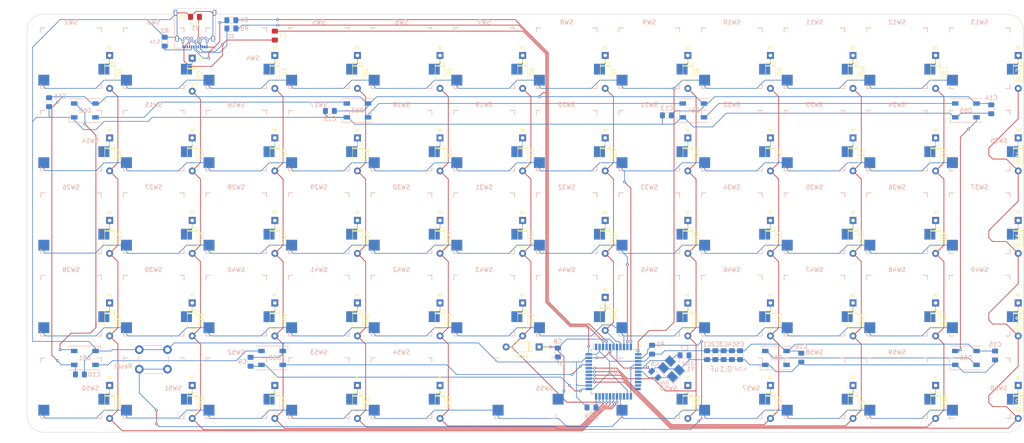
<source format=kicad_pcb>
(kicad_pcb (version 20171130) (host pcbnew 5.1.1)
  (layers (0 F.Cu signal) (31 B.Cu signal) (34 B.Paste user) (35 F.Paste user) (36 B.SilkS user) (37 F.SilkS user) (38 B.Mask user) (39 F.Mask user) (44 Edge.Cuts user))
  (net 0 "")
  (net 1 GND)
  (net 2 VBUS)
  (net 3 "Net-(C6-Pad2)")
  (net 4 "Net-(C7-Pad1)")
  (net 5 "Net-(C8-Pad1)")
  (net 6 col0)
  (net 7 "Net-(D1-Pad1)")
  (net 8 col1)
  (net 9 "Net-(D2-Pad1)")
  (net 10 col2)
  (net 11 "Net-(D3-Pad1)")
  (net 12 col3)
  (net 13 "Net-(D4-Pad1)")
  (net 14 col4)
  (net 15 "Net-(D5-Pad1)")
  (net 16 col5)
  (net 17 "Net-(D6-Pad1)")
  (net 18 col6)
  (net 19 "Net-(D7-Pad1)")
  (net 20 col7)
  (net 21 "Net-(D8-Pad1)")
  (net 22 col8)
  (net 23 "Net-(D9-Pad1)")
  (net 24 col9)
  (net 25 "Net-(D10-Pad1)")
  (net 26 col10)
  (net 27 "Net-(D11-Pad1)")
  (net 28 col11)
  (net 29 "Net-(D12-Pad1)")
  (net 30 "Net-(D13-Pad1)")
  (net 31 "Net-(D14-Pad1)")
  (net 32 "Net-(D15-Pad1)")
  (net 33 "Net-(D16-Pad1)")
  (net 34 "Net-(D17-Pad1)")
  (net 35 "Net-(D18-Pad1)")
  (net 36 "Net-(D19-Pad1)")
  (net 37 "Net-(D20-Pad1)")
  (net 38 "Net-(D21-Pad1)")
  (net 39 "Net-(D22-Pad1)")
  (net 40 "Net-(D23-Pad1)")
  (net 41 "Net-(D24-Pad1)")
  (net 42 "Net-(D25-Pad1)")
  (net 43 "Net-(D26-Pad1)")
  (net 44 "Net-(D27-Pad1)")
  (net 45 "Net-(D28-Pad1)")
  (net 46 "Net-(D29-Pad1)")
  (net 47 "Net-(D30-Pad1)")
  (net 48 "Net-(D31-Pad1)")
  (net 49 "Net-(D32-Pad1)")
  (net 50 "Net-(D33-Pad1)")
  (net 51 "Net-(D34-Pad1)")
  (net 52 "Net-(D35-Pad1)")
  (net 53 "Net-(D36-Pad1)")
  (net 54 "Net-(D37-Pad1)")
  (net 55 "Net-(D38-Pad1)")
  (net 56 "Net-(D39-Pad1)")
  (net 57 "Net-(D40-Pad1)")
  (net 58 "Net-(D41-Pad1)")
  (net 59 "Net-(D42-Pad1)")
  (net 60 "Net-(D43-Pad1)")
  (net 61 "Net-(D44-Pad1)")
  (net 62 "Net-(D45-Pad1)")
  (net 63 "Net-(D46-Pad1)")
  (net 64 "Net-(D47-Pad1)")
  (net 65 "Net-(D48-Pad1)")
  (net 66 "Net-(D49-Pad1)")
  (net 67 "Net-(D50-Pad1)")
  (net 68 "Net-(D51-Pad1)")
  (net 69 "Net-(D52-Pad1)")
  (net 70 "Net-(D53-Pad1)")
  (net 71 "Net-(D54-Pad1)")
  (net 72 "Net-(D55-Pad1)")
  (net 73 "Net-(D56-Pad1)")
  (net 74 "Net-(D57-Pad1)")
  (net 75 "Net-(D58-Pad1)")
  (net 76 "Net-(D59-Pad1)")
  (net 77 "Net-(D60-Pad2)")
  (net 78 led0)
  (net 79 "Net-(D61-Pad2)")
  (net 80 "Net-(D62-Pad2)")
  (net 81 "Net-(D63-Pad2)")
  (net 82 "Net-(D64-Pad2)")
  (net 83 "Net-(D65-Pad2)")
  (net 84 "Net-(D66-Pad2)")
  (net 85 "Net-(D67-Pad2)")
  (net 86 "Net-(J1-PadB8)")
  (net 87 "Net-(J1-PadB5)")
  (net 88 "Net-(J1-PadA7)")
  (net 89 "Net-(J1-PadA6)")
  (net 90 "Net-(J1-PadA8)")
  (net 91 "Net-(J1-PadA5)")
  (net 92 "Net-(R1-Pad1)")
  (net 93 "Net-(R4-Pad1)")
  (net 94 "Net-(R5-Pad1)")
  (net 95 "Net-(R6-Pad2)")
  (net 96 row0)
  (net 97 row1)
  (net 98 row2)
  (net 99 row3)
  (net 100 row4)
  (net 101 "Net-(U1-Pad42)")
  (net 102 "Net-(U1-Pad1)")
  (net 103 "Net-(U1-Pad20)")
  (net 104 "Net-(U1-Pad21)")
  (net 105 "Net-(U1-Pad22)")
  (net 106 "Net-(U1-Pad25)")
  (net 107 "Net-(U1-Pad19)")
  (net 108 "Net-(U1-Pad18)")
  (net 109 VCC)
  (module Capacitor_SMD:C_0805_2012Metric_Pad1.15x1.40mm_HandSolder (layer B.Cu) (at 206.502 108.5215 270)
    (fp_text reference C16 (at -2.6035 0 180) (layer B.SilkS) (effects (justify mirror)))
    (fp_text value 100nF)
    (pad 2 smd roundrect (at 1.025 0 270) (size 1.15 1.4) (layers B.Cu B.Paste B.Mask) (roundrect_rratio 0.217391) (net 1 GND))
    (pad 1 smd roundrect (at -1.025 0 270) (size 1.15 1.4) (layers B.Cu B.Paste B.Mask) (roundrect_rratio 0.217391) (net 109 VCC))
  )
  (module Capacitor_SMD:C_0805_2012Metric_Pad1.15x1.40mm_HandSolder (layer B.Cu) (at 251.206 108.0135 270)
    (fp_text reference C15 (at -2.54 0 180) (layer B.SilkS) (effects (justify mirror)))
    (fp_text value 100nF)
    (pad 2 smd roundrect (at 1.025 0 270) (size 1.15 1.4) (layers B.Cu B.Paste B.Mask) (roundrect_rratio 0.217391) (net 1 GND))
    (pad 1 smd roundrect (at -1.025 0 270) (size 1.15 1.4) (layers B.Cu B.Paste B.Mask) (roundrect_rratio 0.217391) (net 109 VCC))
  )
  (module Capacitor_SMD:C_0805_2012Metric_Pad1.15x1.40mm_HandSolder (layer B.Cu) (at 250.317 51.181 270)
    (fp_text reference C14 (at -2.667 0 180) (layer B.SilkS) (effects (justify mirror)))
    (fp_text value 100nF)
    (pad 2 smd roundrect (at 1.025 0 270) (size 1.15 1.4) (layers B.Cu B.Paste B.Mask) (roundrect_rratio 0.217391) (net 1 GND))
    (pad 1 smd roundrect (at -1.025 0 270) (size 1.15 1.4) (layers B.Cu B.Paste B.Mask) (roundrect_rratio 0.217391) (net 109 VCC))
  )
  (module Capacitor_SMD:C_0805_2012Metric_Pad1.15x1.40mm_HandSolder (layer B.Cu) (at 175.514 52.578 180)
    (fp_text reference C13 (at 0 1.65) (layer B.SilkS) (effects (justify mirror)))
    (fp_text value 100nF)
    (pad 2 smd roundrect (at 1.025 0 180) (size 1.15 1.4) (layers B.Cu B.Paste B.Mask) (roundrect_rratio 0.217391) (net 1 GND))
    (pad 1 smd roundrect (at -1.025 0 180) (size 1.15 1.4) (layers B.Cu B.Paste B.Mask) (roundrect_rratio 0.217391) (net 109 VCC))
  )
  (module Capacitor_SMD:C_0805_2012Metric_Pad1.15x1.40mm_HandSolder (layer B.Cu) (at 97.79 51.562 180)
    (fp_text reference C12 (at 0 -1.778) (layer B.SilkS) (effects (justify mirror)))
    (fp_text value 100nF)
    (pad 2 smd roundrect (at 1.025 0 180) (size 1.15 1.4) (layers B.Cu B.Paste B.Mask) (roundrect_rratio 0.217391) (net 1 GND))
    (pad 1 smd roundrect (at -1.025 0 180) (size 1.15 1.4) (layers B.Cu B.Paste B.Mask) (roundrect_rratio 0.217391) (net 109 VCC))
  )
  (module Capacitor_SMD:C_0805_2012Metric_Pad1.15x1.40mm_HandSolder (layer B.Cu) (at 33.02 49.53 270)
    (fp_text reference C11 (at -1.27 -2.54) (layer B.SilkS) (effects (justify mirror)))
    (fp_text value 100nF)
    (pad 2 smd roundrect (at 1.025 0 270) (size 1.15 1.4) (layers B.Cu B.Paste B.Mask) (roundrect_rratio 0.217391) (net 1 GND))
    (pad 1 smd roundrect (at -1.025 0 270) (size 1.15 1.4) (layers B.Cu B.Paste B.Mask) (roundrect_rratio 0.217391) (net 109 VCC))
  )
  (module Capacitor_SMD:C_0805_2012Metric_Pad1.15x1.40mm_HandSolder (layer B.Cu) (at 40.132 112.395)
    (fp_text reference C10 (at 3.302 0) (layer B.SilkS) (effects (justify mirror)))
    (fp_text value 100nF)
    (pad 2 smd roundrect (at 1.025 0) (size 1.15 1.4) (layers B.Cu B.Paste B.Mask) (roundrect_rratio 0.217391) (net 1 GND))
    (pad 1 smd roundrect (at -1.025 0) (size 1.15 1.4) (layers B.Cu B.Paste B.Mask) (roundrect_rratio 0.217391) (net 109 VCC))
  )
  (module Capacitor_SMD:C_0805_2012Metric_Pad1.15x1.40mm_HandSolder (layer B.Cu) (at 79.502 109.474 90)
    (fp_text reference C9 (at 0 -1.905 180) (layer B.SilkS) (effects (justify mirror)))
    (fp_text value 100nF)
    (pad 2 smd roundrect (at 1.025 0 90) (size 1.15 1.4) (layers B.Cu B.Paste B.Mask) (roundrect_rratio 0.217391) (net 1 GND))
    (pad 1 smd roundrect (at -1.025 0 90) (size 1.15 1.4) (layers B.Cu B.Paste B.Mask) (roundrect_rratio 0.217391) (net 109 VCC))
  )
  (module Fuse:Fuse_0805_2012Metric_Pad1.15x1.40mm_HandSolder (layer F.Cu) (at 85.09 34.163 270)
    (fp_text reference F1 (at 0 -1.905 180) (layer F.SilkS))
    (fp_text value 500mA)
    (pad 2 smd roundrect (at 1.025 0 270) (size 1.15 1.4) (layers F.Cu F.Paste F.Mask) (roundrect_rratio 0.217391) (net 2 VBUS))
    (pad 1 smd roundrect (at -1.025 0 270) (size 1.15 1.4) (layers F.Cu F.Paste F.Mask) (roundrect_rratio 0.217391) (net 109 VCC))
  )
  (module keyswitches:MX_Stabilizer_2u (layer F.Cu) (at 142.875 115.57 180)
    (fp_text reference REF** hide)
    (fp_text value SW_Stabilizer hide)
    (pad "" np_thru_hole circle (at 11.9 8.255 180) (size 3.9878 3.9878) (drill 3.9878) (layers *.Cu *.Mask))
    (pad "" np_thru_hole circle (at -11.9 8.255 180) (size 3.9878 3.9878) (drill 3.9878) (layers *.Cu *.Mask))
    (pad "" np_thru_hole circle (at 11.9 -6.985 180) (size 3.048 3.048) (drill 3.048) (layers *.Cu *.Mask))
    (pad "" np_thru_hole circle (at -11.9 -6.985 180) (size 3.048 3.048) (drill 3.048) (layers *.Cu *.Mask))
  )
  (module keyswitches:Kailh_socket_plate_mount (layer F.Cu) (at 247.65 77.47 180)
    (fp_text reference SW37 (at 0 8.3 180) (layer B.SilkS) (effects (justify mirror)))
    (fp_text value SW_Push hide)
    (pad 2 smd rect (at -7.56 -2.54 180) (size 2.55 2.5) (layers B.Cu B.Paste B.Mask) (net 53 "Net-(D36-Pad1)"))
    (pad "" np_thru_hole circle (at 0 0 180) (size 3.9878 3.9878) (drill 3.9878) (layers *.Cu *.Mask))
    (pad "" np_thru_hole circle (at -3.81 -2.54 180) (size 3 3) (drill 3) (layers *.Cu *.Mask))
    (pad "" np_thru_hole circle (at 2.54 -5.08 180) (size 3 3) (drill 3) (layers *.Cu *.Mask))
    (pad 1 smd rect (at 6.29 -5.08 180) (size 2.55 2.5) (layers B.Cu B.Paste B.Mask) (net 98 row2))
  )
  (module keyswitches:Kailh_socket_plate_mount (layer F.Cu) (at 247.65 115.57 180)
    (fp_text reference SW60 (at -4.445 0 180) (layer B.SilkS) (effects (justify mirror)))
    (fp_text value SW_Push hide)
    (pad 2 smd rect (at -7.56 -2.54 180) (size 2.55 2.5) (layers B.Cu B.Paste B.Mask) (net 76 "Net-(D59-Pad1)"))
    (pad "" np_thru_hole circle (at 0 0 180) (size 3.9878 3.9878) (drill 3.9878) (layers *.Cu *.Mask))
    (pad "" np_thru_hole circle (at -3.81 -2.54 180) (size 3 3) (drill 3) (layers *.Cu *.Mask))
    (pad "" np_thru_hole circle (at 2.54 -5.08 180) (size 3 3) (drill 3) (layers *.Cu *.Mask))
    (pad 1 smd rect (at 6.29 -5.08 180) (size 2.55 2.5) (layers B.Cu B.Paste B.Mask) (net 100 row4))
  )
  (module keyswitches:Kailh_socket_plate_mount (layer F.Cu) (at 228.6 115.57 180)
    (fp_text reference SW59 (at 0 8.3 180) (layer B.SilkS) (effects (justify mirror)))
    (fp_text value SW_Push hide)
    (pad 2 smd rect (at -7.56 -2.54 180) (size 2.55 2.5) (layers B.Cu B.Paste B.Mask) (net 75 "Net-(D58-Pad1)"))
    (pad "" np_thru_hole circle (at 0 0 180) (size 3.9878 3.9878) (drill 3.9878) (layers *.Cu *.Mask))
    (pad "" np_thru_hole circle (at -3.81 -2.54 180) (size 3 3) (drill 3) (layers *.Cu *.Mask))
    (pad "" np_thru_hole circle (at 2.54 -5.08 180) (size 3 3) (drill 3) (layers *.Cu *.Mask))
    (pad 1 smd rect (at 6.29 -5.08 180) (size 2.55 2.5) (layers B.Cu B.Paste B.Mask) (net 100 row4))
  )
  (module keyswitches:Kailh_socket_plate_mount (layer F.Cu) (at 209.55 115.57 180)
    (fp_text reference SW58 (at 0 8.3 180) (layer B.SilkS) (effects (justify mirror)))
    (fp_text value SW_Push hide)
    (pad 2 smd rect (at -7.56 -2.54 180) (size 2.55 2.5) (layers B.Cu B.Paste B.Mask) (net 74 "Net-(D57-Pad1)"))
    (pad "" np_thru_hole circle (at 0 0 180) (size 3.9878 3.9878) (drill 3.9878) (layers *.Cu *.Mask))
    (pad "" np_thru_hole circle (at -3.81 -2.54 180) (size 3 3) (drill 3) (layers *.Cu *.Mask))
    (pad "" np_thru_hole circle (at 2.54 -5.08 180) (size 3 3) (drill 3) (layers *.Cu *.Mask))
    (pad 1 smd rect (at 6.29 -5.08 180) (size 2.55 2.5) (layers B.Cu B.Paste B.Mask) (net 100 row4))
  )
  (module keyswitches:Kailh_socket_plate_mount (layer F.Cu) (at 190.5 115.57 180)
    (fp_text reference SW57 (at -4.445 0 180) (layer B.SilkS) (effects (justify mirror)))
    (fp_text value SW_Push hide)
    (pad 2 smd rect (at -7.56 -2.54 180) (size 2.55 2.5) (layers B.Cu B.Paste B.Mask) (net 73 "Net-(D56-Pad1)"))
    (pad "" np_thru_hole circle (at 0 0 180) (size 3.9878 3.9878) (drill 3.9878) (layers *.Cu *.Mask))
    (pad "" np_thru_hole circle (at -3.81 -2.54 180) (size 3 3) (drill 3) (layers *.Cu *.Mask))
    (pad "" np_thru_hole circle (at 2.54 -5.08 180) (size 3 3) (drill 3) (layers *.Cu *.Mask))
    (pad 1 smd rect (at 6.29 -5.08 180) (size 2.55 2.5) (layers B.Cu B.Paste B.Mask) (net 100 row4))
  )
  (module keyswitches:Kailh_socket_plate_mount (layer F.Cu) (at 171.45 115.57 180)
    (fp_text reference SW56 (at -4.445 0 180) (layer B.SilkS) (effects (justify mirror)))
    (fp_text value SW_Push hide)
    (pad 2 smd rect (at -7.56 -2.54 180) (size 2.55 2.5) (layers B.Cu B.Paste B.Mask) (net 72 "Net-(D55-Pad1)"))
    (pad "" np_thru_hole circle (at 0 0 180) (size 3.9878 3.9878) (drill 3.9878) (layers *.Cu *.Mask))
    (pad "" np_thru_hole circle (at -3.81 -2.54 180) (size 3 3) (drill 3) (layers *.Cu *.Mask))
    (pad "" np_thru_hole circle (at 2.54 -5.08 180) (size 3 3) (drill 3) (layers *.Cu *.Mask))
    (pad 1 smd rect (at 6.29 -5.08 180) (size 2.55 2.5) (layers B.Cu B.Paste B.Mask) (net 100 row4))
  )
  (module keyswitches:Kailh_socket_plate_mount (layer F.Cu) (at 142.875 115.57 180)
    (fp_text reference SW55 (at -4.445 0 180) (layer B.SilkS) (effects (justify mirror)))
    (fp_text value SW_Push hide)
    (pad 2 smd rect (at -7.56 -2.54 180) (size 2.55 2.5) (layers B.Cu B.Paste B.Mask) (net 71 "Net-(D54-Pad1)"))
    (pad "" np_thru_hole circle (at 0 0 180) (size 3.9878 3.9878) (drill 3.9878) (layers *.Cu *.Mask))
    (pad "" np_thru_hole circle (at -3.81 -2.54 180) (size 3 3) (drill 3) (layers *.Cu *.Mask))
    (pad "" np_thru_hole circle (at 2.54 -5.08 180) (size 3 3) (drill 3) (layers *.Cu *.Mask))
    (pad 1 smd rect (at 6.29 -5.08 180) (size 2.55 2.5) (layers B.Cu B.Paste B.Mask) (net 100 row4))
  )
  (module keyswitches:Kailh_socket_plate_mount (layer F.Cu) (at 114.3 115.57 180)
    (fp_text reference SW54 (at 0 8.3 180) (layer B.SilkS) (effects (justify mirror)))
    (fp_text value SW_Push hide)
    (pad 2 smd rect (at -7.56 -2.54 180) (size 2.55 2.5) (layers B.Cu B.Paste B.Mask) (net 70 "Net-(D53-Pad1)"))
    (pad "" np_thru_hole circle (at 0 0 180) (size 3.9878 3.9878) (drill 3.9878) (layers *.Cu *.Mask))
    (pad "" np_thru_hole circle (at -3.81 -2.54 180) (size 3 3) (drill 3) (layers *.Cu *.Mask))
    (pad "" np_thru_hole circle (at 2.54 -5.08 180) (size 3 3) (drill 3) (layers *.Cu *.Mask))
    (pad 1 smd rect (at 6.29 -5.08 180) (size 2.55 2.5) (layers B.Cu B.Paste B.Mask) (net 100 row4))
  )
  (module keyswitches:Kailh_socket_plate_mount (layer F.Cu) (at 95.25 115.57 180)
    (fp_text reference SW53 (at 0 8.3 180) (layer B.SilkS) (effects (justify mirror)))
    (fp_text value SW_Push hide)
    (pad 2 smd rect (at -7.56 -2.54 180) (size 2.55 2.5) (layers B.Cu B.Paste B.Mask) (net 69 "Net-(D52-Pad1)"))
    (pad "" np_thru_hole circle (at 0 0 180) (size 3.9878 3.9878) (drill 3.9878) (layers *.Cu *.Mask))
    (pad "" np_thru_hole circle (at -3.81 -2.54 180) (size 3 3) (drill 3) (layers *.Cu *.Mask))
    (pad "" np_thru_hole circle (at 2.54 -5.08 180) (size 3 3) (drill 3) (layers *.Cu *.Mask))
    (pad 1 smd rect (at 6.29 -5.08 180) (size 2.55 2.5) (layers B.Cu B.Paste B.Mask) (net 100 row4))
  )
  (module keyswitches:Kailh_socket_plate_mount (layer F.Cu) (at 76.2 115.57 180)
    (fp_text reference SW52 (at 0 8.3 180) (layer B.SilkS) (effects (justify mirror)))
    (fp_text value SW_Push hide)
    (pad 2 smd rect (at -7.56 -2.54 180) (size 2.55 2.5) (layers B.Cu B.Paste B.Mask) (net 68 "Net-(D51-Pad1)"))
    (pad "" np_thru_hole circle (at 0 0 180) (size 3.9878 3.9878) (drill 3.9878) (layers *.Cu *.Mask))
    (pad "" np_thru_hole circle (at -3.81 -2.54 180) (size 3 3) (drill 3) (layers *.Cu *.Mask))
    (pad "" np_thru_hole circle (at 2.54 -5.08 180) (size 3 3) (drill 3) (layers *.Cu *.Mask))
    (pad 1 smd rect (at 6.29 -5.08 180) (size 2.55 2.5) (layers B.Cu B.Paste B.Mask) (net 100 row4))
  )
  (module keyswitches:Kailh_socket_plate_mount (layer F.Cu) (at 57.15 115.57 180)
    (fp_text reference SW51 (at -4.445 0 180) (layer B.SilkS) (effects (justify mirror)))
    (fp_text value SW_Push hide)
    (pad 2 smd rect (at -7.56 -2.54 180) (size 2.55 2.5) (layers B.Cu B.Paste B.Mask) (net 67 "Net-(D50-Pad1)"))
    (pad "" np_thru_hole circle (at 0 0 180) (size 3.9878 3.9878) (drill 3.9878) (layers *.Cu *.Mask))
    (pad "" np_thru_hole circle (at -3.81 -2.54 180) (size 3 3) (drill 3) (layers *.Cu *.Mask))
    (pad "" np_thru_hole circle (at 2.54 -5.08 180) (size 3 3) (drill 3) (layers *.Cu *.Mask))
    (pad 1 smd rect (at 6.29 -5.08 180) (size 2.55 2.5) (layers B.Cu B.Paste B.Mask) (net 100 row4))
  )
  (module keyswitches:Kailh_socket_plate_mount (layer F.Cu) (at 38.1 115.57 180)
    (fp_text reference SW50 (at -4.445 0 180) (layer B.SilkS) (effects (justify mirror)))
    (fp_text value SW_Push hide)
    (pad 2 smd rect (at -7.56 -2.54 180) (size 2.55 2.5) (layers B.Cu B.Paste B.Mask) (net 66 "Net-(D49-Pad1)"))
    (pad "" np_thru_hole circle (at 0 0 180) (size 3.9878 3.9878) (drill 3.9878) (layers *.Cu *.Mask))
    (pad "" np_thru_hole circle (at -3.81 -2.54 180) (size 3 3) (drill 3) (layers *.Cu *.Mask))
    (pad "" np_thru_hole circle (at 2.54 -5.08 180) (size 3 3) (drill 3) (layers *.Cu *.Mask))
    (pad 1 smd rect (at 6.29 -5.08 180) (size 2.55 2.5) (layers B.Cu B.Paste B.Mask) (net 100 row4))
  )
  (module keyswitches:Kailh_socket_plate_mount (layer F.Cu) (at 247.65 96.52 180)
    (fp_text reference SW49 (at 0 8.3 180) (layer B.SilkS) (effects (justify mirror)))
    (fp_text value SW_Push hide)
    (pad 2 smd rect (at -7.56 -2.54 180) (size 2.55 2.5) (layers B.Cu B.Paste B.Mask) (net 65 "Net-(D48-Pad1)"))
    (pad "" np_thru_hole circle (at 0 0 180) (size 3.9878 3.9878) (drill 3.9878) (layers *.Cu *.Mask))
    (pad "" np_thru_hole circle (at -3.81 -2.54 180) (size 3 3) (drill 3) (layers *.Cu *.Mask))
    (pad "" np_thru_hole circle (at 2.54 -5.08 180) (size 3 3) (drill 3) (layers *.Cu *.Mask))
    (pad 1 smd rect (at 6.29 -5.08 180) (size 2.55 2.5) (layers B.Cu B.Paste B.Mask) (net 99 row3))
  )
  (module keyswitches:Kailh_socket_plate_mount (layer F.Cu) (at 228.6 96.52 180)
    (fp_text reference SW48 (at 0 8.3 180) (layer B.SilkS) (effects (justify mirror)))
    (fp_text value SW_Push hide)
    (pad 2 smd rect (at -7.56 -2.54 180) (size 2.55 2.5) (layers B.Cu B.Paste B.Mask) (net 64 "Net-(D47-Pad1)"))
    (pad "" np_thru_hole circle (at 0 0 180) (size 3.9878 3.9878) (drill 3.9878) (layers *.Cu *.Mask))
    (pad "" np_thru_hole circle (at -3.81 -2.54 180) (size 3 3) (drill 3) (layers *.Cu *.Mask))
    (pad "" np_thru_hole circle (at 2.54 -5.08 180) (size 3 3) (drill 3) (layers *.Cu *.Mask))
    (pad 1 smd rect (at 6.29 -5.08 180) (size 2.55 2.5) (layers B.Cu B.Paste B.Mask) (net 99 row3))
  )
  (module keyswitches:Kailh_socket_plate_mount (layer F.Cu) (at 209.55 96.52 180)
    (fp_text reference SW47 (at 0 8.3 180) (layer B.SilkS) (effects (justify mirror)))
    (fp_text value SW_Push hide)
    (pad 2 smd rect (at -7.56 -2.54 180) (size 2.55 2.5) (layers B.Cu B.Paste B.Mask) (net 63 "Net-(D46-Pad1)"))
    (pad "" np_thru_hole circle (at 0 0 180) (size 3.9878 3.9878) (drill 3.9878) (layers *.Cu *.Mask))
    (pad "" np_thru_hole circle (at -3.81 -2.54 180) (size 3 3) (drill 3) (layers *.Cu *.Mask))
    (pad "" np_thru_hole circle (at 2.54 -5.08 180) (size 3 3) (drill 3) (layers *.Cu *.Mask))
    (pad 1 smd rect (at 6.29 -5.08 180) (size 2.55 2.5) (layers B.Cu B.Paste B.Mask) (net 99 row3))
  )
  (module keyswitches:Kailh_socket_plate_mount (layer F.Cu) (at 190.5 96.52 180)
    (fp_text reference SW46 (at 0 8.3 180) (layer B.SilkS) (effects (justify mirror)))
    (fp_text value SW_Push hide)
    (pad 2 smd rect (at -7.56 -2.54 180) (size 2.55 2.5) (layers B.Cu B.Paste B.Mask) (net 62 "Net-(D45-Pad1)"))
    (pad "" np_thru_hole circle (at 0 0 180) (size 3.9878 3.9878) (drill 3.9878) (layers *.Cu *.Mask))
    (pad "" np_thru_hole circle (at -3.81 -2.54 180) (size 3 3) (drill 3) (layers *.Cu *.Mask))
    (pad "" np_thru_hole circle (at 2.54 -5.08 180) (size 3 3) (drill 3) (layers *.Cu *.Mask))
    (pad 1 smd rect (at 6.29 -5.08 180) (size 2.55 2.5) (layers B.Cu B.Paste B.Mask) (net 99 row3))
  )
  (module keyswitches:Kailh_socket_plate_mount (layer F.Cu) (at 171.45 96.52 180)
    (fp_text reference SW45 (at 0 8.3 180) (layer B.SilkS) (effects (justify mirror)))
    (fp_text value SW_Push hide)
    (pad 2 smd rect (at -7.56 -2.54 180) (size 2.55 2.5) (layers B.Cu B.Paste B.Mask) (net 61 "Net-(D44-Pad1)"))
    (pad "" np_thru_hole circle (at 0 0 180) (size 3.9878 3.9878) (drill 3.9878) (layers *.Cu *.Mask))
    (pad "" np_thru_hole circle (at -3.81 -2.54 180) (size 3 3) (drill 3) (layers *.Cu *.Mask))
    (pad "" np_thru_hole circle (at 2.54 -5.08 180) (size 3 3) (drill 3) (layers *.Cu *.Mask))
    (pad 1 smd rect (at 6.29 -5.08 180) (size 2.55 2.5) (layers B.Cu B.Paste B.Mask) (net 99 row3))
  )
  (module keyswitches:Kailh_socket_plate_mount (layer F.Cu) (at 152.4 96.52 180)
    (fp_text reference SW44 (at 0 8.3 180) (layer B.SilkS) (effects (justify mirror)))
    (fp_text value SW_Push hide)
    (pad 2 smd rect (at -7.56 -2.54 180) (size 2.55 2.5) (layers B.Cu B.Paste B.Mask) (net 60 "Net-(D43-Pad1)"))
    (pad "" np_thru_hole circle (at 0 0 180) (size 3.9878 3.9878) (drill 3.9878) (layers *.Cu *.Mask))
    (pad "" np_thru_hole circle (at -3.81 -2.54 180) (size 3 3) (drill 3) (layers *.Cu *.Mask))
    (pad "" np_thru_hole circle (at 2.54 -5.08 180) (size 3 3) (drill 3) (layers *.Cu *.Mask))
    (pad 1 smd rect (at 6.29 -5.08 180) (size 2.55 2.5) (layers B.Cu B.Paste B.Mask) (net 99 row3))
  )
  (module keyswitches:Kailh_socket_plate_mount (layer F.Cu) (at 133.35 96.52 180)
    (fp_text reference SW43 (at 0 8.3 180) (layer B.SilkS) (effects (justify mirror)))
    (fp_text value SW_Push hide)
    (pad 2 smd rect (at -7.56 -2.54 180) (size 2.55 2.5) (layers B.Cu B.Paste B.Mask) (net 59 "Net-(D42-Pad1)"))
    (pad "" np_thru_hole circle (at 0 0 180) (size 3.9878 3.9878) (drill 3.9878) (layers *.Cu *.Mask))
    (pad "" np_thru_hole circle (at -3.81 -2.54 180) (size 3 3) (drill 3) (layers *.Cu *.Mask))
    (pad "" np_thru_hole circle (at 2.54 -5.08 180) (size 3 3) (drill 3) (layers *.Cu *.Mask))
    (pad 1 smd rect (at 6.29 -5.08 180) (size 2.55 2.5) (layers B.Cu B.Paste B.Mask) (net 99 row3))
  )
  (module keyswitches:Kailh_socket_plate_mount (layer F.Cu) (at 114.3 96.52 180)
    (fp_text reference SW42 (at 0 8.3 180) (layer B.SilkS) (effects (justify mirror)))
    (fp_text value SW_Push hide)
    (pad 2 smd rect (at -7.56 -2.54 180) (size 2.55 2.5) (layers B.Cu B.Paste B.Mask) (net 58 "Net-(D41-Pad1)"))
    (pad "" np_thru_hole circle (at 0 0 180) (size 3.9878 3.9878) (drill 3.9878) (layers *.Cu *.Mask))
    (pad "" np_thru_hole circle (at -3.81 -2.54 180) (size 3 3) (drill 3) (layers *.Cu *.Mask))
    (pad "" np_thru_hole circle (at 2.54 -5.08 180) (size 3 3) (drill 3) (layers *.Cu *.Mask))
    (pad 1 smd rect (at 6.29 -5.08 180) (size 2.55 2.5) (layers B.Cu B.Paste B.Mask) (net 99 row3))
  )
  (module keyswitches:Kailh_socket_plate_mount (layer F.Cu) (at 95.25 96.52 180)
    (fp_text reference SW41 (at 0 8.3 180) (layer B.SilkS) (effects (justify mirror)))
    (fp_text value SW_Push hide)
    (pad 2 smd rect (at -7.56 -2.54 180) (size 2.55 2.5) (layers B.Cu B.Paste B.Mask) (net 57 "Net-(D40-Pad1)"))
    (pad "" np_thru_hole circle (at 0 0 180) (size 3.9878 3.9878) (drill 3.9878) (layers *.Cu *.Mask))
    (pad "" np_thru_hole circle (at -3.81 -2.54 180) (size 3 3) (drill 3) (layers *.Cu *.Mask))
    (pad "" np_thru_hole circle (at 2.54 -5.08 180) (size 3 3) (drill 3) (layers *.Cu *.Mask))
    (pad 1 smd rect (at 6.29 -5.08 180) (size 2.55 2.5) (layers B.Cu B.Paste B.Mask) (net 99 row3))
  )
  (module keyswitches:Kailh_socket_plate_mount (layer F.Cu) (at 76.2 96.52 180)
    (fp_text reference SW40 (at 0 8.3 180) (layer B.SilkS) (effects (justify mirror)))
    (fp_text value SW_Push hide)
    (pad 2 smd rect (at -7.56 -2.54 180) (size 2.55 2.5) (layers B.Cu B.Paste B.Mask) (net 56 "Net-(D39-Pad1)"))
    (pad "" np_thru_hole circle (at 0 0 180) (size 3.9878 3.9878) (drill 3.9878) (layers *.Cu *.Mask))
    (pad "" np_thru_hole circle (at -3.81 -2.54 180) (size 3 3) (drill 3) (layers *.Cu *.Mask))
    (pad "" np_thru_hole circle (at 2.54 -5.08 180) (size 3 3) (drill 3) (layers *.Cu *.Mask))
    (pad 1 smd rect (at 6.29 -5.08 180) (size 2.55 2.5) (layers B.Cu B.Paste B.Mask) (net 99 row3))
  )
  (module keyswitches:Kailh_socket_plate_mount (layer F.Cu) (at 57.15 96.52 180)
    (fp_text reference SW39 (at 0 8.3 180) (layer B.SilkS) (effects (justify mirror)))
    (fp_text value SW_Push hide)
    (pad 2 smd rect (at -7.56 -2.54 180) (size 2.55 2.5) (layers B.Cu B.Paste B.Mask) (net 55 "Net-(D38-Pad1)"))
    (pad "" np_thru_hole circle (at 0 0 180) (size 3.9878 3.9878) (drill 3.9878) (layers *.Cu *.Mask))
    (pad "" np_thru_hole circle (at -3.81 -2.54 180) (size 3 3) (drill 3) (layers *.Cu *.Mask))
    (pad "" np_thru_hole circle (at 2.54 -5.08 180) (size 3 3) (drill 3) (layers *.Cu *.Mask))
    (pad 1 smd rect (at 6.29 -5.08 180) (size 2.55 2.5) (layers B.Cu B.Paste B.Mask) (net 99 row3))
  )
  (module keyswitches:Kailh_socket_plate_mount (layer F.Cu) (at 38.1 96.52 180)
    (fp_text reference SW38 (at 0 8.3 180) (layer B.SilkS) (effects (justify mirror)))
    (fp_text value SW_Push hide)
    (pad 2 smd rect (at -7.56 -2.54 180) (size 2.55 2.5) (layers B.Cu B.Paste B.Mask) (net 54 "Net-(D37-Pad1)"))
    (pad "" np_thru_hole circle (at 0 0 180) (size 3.9878 3.9878) (drill 3.9878) (layers *.Cu *.Mask))
    (pad "" np_thru_hole circle (at -3.81 -2.54 180) (size 3 3) (drill 3) (layers *.Cu *.Mask))
    (pad "" np_thru_hole circle (at 2.54 -5.08 180) (size 3 3) (drill 3) (layers *.Cu *.Mask))
    (pad 1 smd rect (at 6.29 -5.08 180) (size 2.55 2.5) (layers B.Cu B.Paste B.Mask) (net 99 row3))
  )
  (module keyswitches:Kailh_socket_plate_mount (layer F.Cu) (at 228.6 77.47 180)
    (fp_text reference SW36 (at 0 8.3 180) (layer B.SilkS) (effects (justify mirror)))
    (fp_text value SW_Push hide)
    (pad 2 smd rect (at -7.56 -2.54 180) (size 2.55 2.5) (layers B.Cu B.Paste B.Mask) (net 52 "Net-(D35-Pad1)"))
    (pad "" np_thru_hole circle (at 0 0 180) (size 3.9878 3.9878) (drill 3.9878) (layers *.Cu *.Mask))
    (pad "" np_thru_hole circle (at -3.81 -2.54 180) (size 3 3) (drill 3) (layers *.Cu *.Mask))
    (pad "" np_thru_hole circle (at 2.54 -5.08 180) (size 3 3) (drill 3) (layers *.Cu *.Mask))
    (pad 1 smd rect (at 6.29 -5.08 180) (size 2.55 2.5) (layers B.Cu B.Paste B.Mask) (net 98 row2))
  )
  (module keyswitches:Kailh_socket_plate_mount (layer F.Cu) (at 209.55 77.47 180)
    (fp_text reference SW35 (at 0 8.3 180) (layer B.SilkS) (effects (justify mirror)))
    (fp_text value SW_Push hide)
    (pad 2 smd rect (at -7.56 -2.54 180) (size 2.55 2.5) (layers B.Cu B.Paste B.Mask) (net 51 "Net-(D34-Pad1)"))
    (pad "" np_thru_hole circle (at 0 0 180) (size 3.9878 3.9878) (drill 3.9878) (layers *.Cu *.Mask))
    (pad "" np_thru_hole circle (at -3.81 -2.54 180) (size 3 3) (drill 3) (layers *.Cu *.Mask))
    (pad "" np_thru_hole circle (at 2.54 -5.08 180) (size 3 3) (drill 3) (layers *.Cu *.Mask))
    (pad 1 smd rect (at 6.29 -5.08 180) (size 2.55 2.5) (layers B.Cu B.Paste B.Mask) (net 98 row2))
  )
  (module keyswitches:Kailh_socket_plate_mount (layer F.Cu) (at 190.5 77.47 180)
    (fp_text reference SW34 (at 0 8.3 180) (layer B.SilkS) (effects (justify mirror)))
    (fp_text value SW_Push hide)
    (pad 2 smd rect (at -7.56 -2.54 180) (size 2.55 2.5) (layers B.Cu B.Paste B.Mask) (net 50 "Net-(D33-Pad1)"))
    (pad "" np_thru_hole circle (at 0 0 180) (size 3.9878 3.9878) (drill 3.9878) (layers *.Cu *.Mask))
    (pad "" np_thru_hole circle (at -3.81 -2.54 180) (size 3 3) (drill 3) (layers *.Cu *.Mask))
    (pad "" np_thru_hole circle (at 2.54 -5.08 180) (size 3 3) (drill 3) (layers *.Cu *.Mask))
    (pad 1 smd rect (at 6.29 -5.08 180) (size 2.55 2.5) (layers B.Cu B.Paste B.Mask) (net 98 row2))
  )
  (module keyswitches:Kailh_socket_plate_mount (layer F.Cu) (at 171.45 77.47 180)
    (fp_text reference SW33 (at 0 8.3 180) (layer B.SilkS) (effects (justify mirror)))
    (fp_text value SW_Push hide)
    (pad 2 smd rect (at -7.56 -2.54 180) (size 2.55 2.5) (layers B.Cu B.Paste B.Mask) (net 49 "Net-(D32-Pad1)"))
    (pad "" np_thru_hole circle (at 0 0 180) (size 3.9878 3.9878) (drill 3.9878) (layers *.Cu *.Mask))
    (pad "" np_thru_hole circle (at -3.81 -2.54 180) (size 3 3) (drill 3) (layers *.Cu *.Mask))
    (pad "" np_thru_hole circle (at 2.54 -5.08 180) (size 3 3) (drill 3) (layers *.Cu *.Mask))
    (pad 1 smd rect (at 6.29 -5.08 180) (size 2.55 2.5) (layers B.Cu B.Paste B.Mask) (net 98 row2))
  )
  (module keyswitches:Kailh_socket_plate_mount (layer F.Cu) (at 152.4 77.47 180)
    (fp_text reference SW32 (at 0 8.3 180) (layer B.SilkS) (effects (justify mirror)))
    (fp_text value SW_Push hide)
    (pad 2 smd rect (at -7.56 -2.54 180) (size 2.55 2.5) (layers B.Cu B.Paste B.Mask) (net 48 "Net-(D31-Pad1)"))
    (pad "" np_thru_hole circle (at 0 0 180) (size 3.9878 3.9878) (drill 3.9878) (layers *.Cu *.Mask))
    (pad "" np_thru_hole circle (at -3.81 -2.54 180) (size 3 3) (drill 3) (layers *.Cu *.Mask))
    (pad "" np_thru_hole circle (at 2.54 -5.08 180) (size 3 3) (drill 3) (layers *.Cu *.Mask))
    (pad 1 smd rect (at 6.29 -5.08 180) (size 2.55 2.5) (layers B.Cu B.Paste B.Mask) (net 98 row2))
  )
  (module keyswitches:Kailh_socket_plate_mount (layer F.Cu) (at 133.35 77.47 180)
    (fp_text reference SW31 (at 0 8.3 180) (layer B.SilkS) (effects (justify mirror)))
    (fp_text value SW_Push hide)
    (pad 2 smd rect (at -7.56 -2.54 180) (size 2.55 2.5) (layers B.Cu B.Paste B.Mask) (net 47 "Net-(D30-Pad1)"))
    (pad "" np_thru_hole circle (at 0 0 180) (size 3.9878 3.9878) (drill 3.9878) (layers *.Cu *.Mask))
    (pad "" np_thru_hole circle (at -3.81 -2.54 180) (size 3 3) (drill 3) (layers *.Cu *.Mask))
    (pad "" np_thru_hole circle (at 2.54 -5.08 180) (size 3 3) (drill 3) (layers *.Cu *.Mask))
    (pad 1 smd rect (at 6.29 -5.08 180) (size 2.55 2.5) (layers B.Cu B.Paste B.Mask) (net 98 row2))
  )
  (module keyswitches:Kailh_socket_plate_mount (layer F.Cu) (at 114.3 77.47 180)
    (fp_text reference SW30 (at 0 8.3 180) (layer B.SilkS) (effects (justify mirror)))
    (fp_text value SW_Push hide)
    (pad 2 smd rect (at -7.56 -2.54 180) (size 2.55 2.5) (layers B.Cu B.Paste B.Mask) (net 46 "Net-(D29-Pad1)"))
    (pad "" np_thru_hole circle (at 0 0 180) (size 3.9878 3.9878) (drill 3.9878) (layers *.Cu *.Mask))
    (pad "" np_thru_hole circle (at -3.81 -2.54 180) (size 3 3) (drill 3) (layers *.Cu *.Mask))
    (pad "" np_thru_hole circle (at 2.54 -5.08 180) (size 3 3) (drill 3) (layers *.Cu *.Mask))
    (pad 1 smd rect (at 6.29 -5.08 180) (size 2.55 2.5) (layers B.Cu B.Paste B.Mask) (net 98 row2))
  )
  (module keyswitches:Kailh_socket_plate_mount (layer F.Cu) (at 95.25 77.47 180)
    (fp_text reference SW29 (at 0 8.3 180) (layer B.SilkS) (effects (justify mirror)))
    (fp_text value SW_Push hide)
    (pad 2 smd rect (at -7.56 -2.54 180) (size 2.55 2.5) (layers B.Cu B.Paste B.Mask) (net 45 "Net-(D28-Pad1)"))
    (pad "" np_thru_hole circle (at 0 0 180) (size 3.9878 3.9878) (drill 3.9878) (layers *.Cu *.Mask))
    (pad "" np_thru_hole circle (at -3.81 -2.54 180) (size 3 3) (drill 3) (layers *.Cu *.Mask))
    (pad "" np_thru_hole circle (at 2.54 -5.08 180) (size 3 3) (drill 3) (layers *.Cu *.Mask))
    (pad 1 smd rect (at 6.29 -5.08 180) (size 2.55 2.5) (layers B.Cu B.Paste B.Mask) (net 98 row2))
  )
  (module keyswitches:Kailh_socket_plate_mount (layer F.Cu) (at 76.2 77.47 180)
    (fp_text reference SW28 (at 0 8.3 180) (layer B.SilkS) (effects (justify mirror)))
    (fp_text value SW_Push hide)
    (pad 2 smd rect (at -7.56 -2.54 180) (size 2.55 2.5) (layers B.Cu B.Paste B.Mask) (net 44 "Net-(D27-Pad1)"))
    (pad "" np_thru_hole circle (at 0 0 180) (size 3.9878 3.9878) (drill 3.9878) (layers *.Cu *.Mask))
    (pad "" np_thru_hole circle (at -3.81 -2.54 180) (size 3 3) (drill 3) (layers *.Cu *.Mask))
    (pad "" np_thru_hole circle (at 2.54 -5.08 180) (size 3 3) (drill 3) (layers *.Cu *.Mask))
    (pad 1 smd rect (at 6.29 -5.08 180) (size 2.55 2.5) (layers B.Cu B.Paste B.Mask) (net 98 row2))
  )
  (module keyswitches:Kailh_socket_plate_mount (layer F.Cu) (at 57.15 77.47 180)
    (fp_text reference SW27 (at 0 8.3 180) (layer B.SilkS) (effects (justify mirror)))
    (fp_text value SW_Push hide)
    (pad 2 smd rect (at -7.56 -2.54 180) (size 2.55 2.5) (layers B.Cu B.Paste B.Mask) (net 43 "Net-(D26-Pad1)"))
    (pad "" np_thru_hole circle (at 0 0 180) (size 3.9878 3.9878) (drill 3.9878) (layers *.Cu *.Mask))
    (pad "" np_thru_hole circle (at -3.81 -2.54 180) (size 3 3) (drill 3) (layers *.Cu *.Mask))
    (pad "" np_thru_hole circle (at 2.54 -5.08 180) (size 3 3) (drill 3) (layers *.Cu *.Mask))
    (pad 1 smd rect (at 6.29 -5.08 180) (size 2.55 2.5) (layers B.Cu B.Paste B.Mask) (net 98 row2))
  )
  (module keyswitches:Kailh_socket_plate_mount (layer F.Cu) (at 38.1 77.47 180)
    (fp_text reference SW26 (at 0 8.3 180) (layer B.SilkS) (effects (justify mirror)))
    (fp_text value SW_Push hide)
    (pad 2 smd rect (at -7.56 -2.54 180) (size 2.55 2.5) (layers B.Cu B.Paste B.Mask) (net 42 "Net-(D25-Pad1)"))
    (pad "" np_thru_hole circle (at 0 0 180) (size 3.9878 3.9878) (drill 3.9878) (layers *.Cu *.Mask))
    (pad "" np_thru_hole circle (at -3.81 -2.54 180) (size 3 3) (drill 3) (layers *.Cu *.Mask))
    (pad "" np_thru_hole circle (at 2.54 -5.08 180) (size 3 3) (drill 3) (layers *.Cu *.Mask))
    (pad 1 smd rect (at 6.29 -5.08 180) (size 2.55 2.5) (layers B.Cu B.Paste B.Mask) (net 98 row2))
  )
  (module keyswitches:Kailh_socket_plate_mount (layer F.Cu) (at 247.65 58.42 180)
    (fp_text reference SW25 (at -4.445 0 180) (layer B.SilkS) (effects (justify mirror)))
    (fp_text value SW_Push hide)
    (pad 2 smd rect (at -7.56 -2.54 180) (size 2.55 2.5) (layers B.Cu B.Paste B.Mask) (net 41 "Net-(D24-Pad1)"))
    (pad "" np_thru_hole circle (at 0 0 180) (size 3.9878 3.9878) (drill 3.9878) (layers *.Cu *.Mask))
    (pad "" np_thru_hole circle (at -3.81 -2.54 180) (size 3 3) (drill 3) (layers *.Cu *.Mask))
    (pad "" np_thru_hole circle (at 2.54 -5.08 180) (size 3 3) (drill 3) (layers *.Cu *.Mask))
    (pad 1 smd rect (at 6.29 -5.08 180) (size 2.55 2.5) (layers B.Cu B.Paste B.Mask) (net 97 row1))
  )
  (module keyswitches:Kailh_socket_plate_mount (layer F.Cu) (at 228.6 58.42 180)
    (fp_text reference SW24 (at 0 8.3 180) (layer B.SilkS) (effects (justify mirror)))
    (fp_text value SW_Push hide)
    (pad 2 smd rect (at -7.56 -2.54 180) (size 2.55 2.5) (layers B.Cu B.Paste B.Mask) (net 40 "Net-(D23-Pad1)"))
    (pad "" np_thru_hole circle (at 0 0 180) (size 3.9878 3.9878) (drill 3.9878) (layers *.Cu *.Mask))
    (pad "" np_thru_hole circle (at -3.81 -2.54 180) (size 3 3) (drill 3) (layers *.Cu *.Mask))
    (pad "" np_thru_hole circle (at 2.54 -5.08 180) (size 3 3) (drill 3) (layers *.Cu *.Mask))
    (pad 1 smd rect (at 6.29 -5.08 180) (size 2.55 2.5) (layers B.Cu B.Paste B.Mask) (net 97 row1))
  )
  (module keyswitches:Kailh_socket_plate_mount (layer F.Cu) (at 209.55 58.42 180)
    (fp_text reference SW23 (at 0 8.3 180) (layer B.SilkS) (effects (justify mirror)))
    (fp_text value SW_Push hide)
    (pad 2 smd rect (at -7.56 -2.54 180) (size 2.55 2.5) (layers B.Cu B.Paste B.Mask) (net 39 "Net-(D22-Pad1)"))
    (pad "" np_thru_hole circle (at 0 0 180) (size 3.9878 3.9878) (drill 3.9878) (layers *.Cu *.Mask))
    (pad "" np_thru_hole circle (at -3.81 -2.54 180) (size 3 3) (drill 3) (layers *.Cu *.Mask))
    (pad "" np_thru_hole circle (at 2.54 -5.08 180) (size 3 3) (drill 3) (layers *.Cu *.Mask))
    (pad 1 smd rect (at 6.29 -5.08 180) (size 2.55 2.5) (layers B.Cu B.Paste B.Mask) (net 97 row1))
  )
  (module keyswitches:Kailh_socket_plate_mount (layer F.Cu) (at 190.5 58.42 180)
    (fp_text reference SW22 (at 0 8.3 180) (layer B.SilkS) (effects (justify mirror)))
    (fp_text value SW_Push hide)
    (pad 2 smd rect (at -7.56 -2.54 180) (size 2.55 2.5) (layers B.Cu B.Paste B.Mask) (net 38 "Net-(D21-Pad1)"))
    (pad "" np_thru_hole circle (at 0 0 180) (size 3.9878 3.9878) (drill 3.9878) (layers *.Cu *.Mask))
    (pad "" np_thru_hole circle (at -3.81 -2.54 180) (size 3 3) (drill 3) (layers *.Cu *.Mask))
    (pad "" np_thru_hole circle (at 2.54 -5.08 180) (size 3 3) (drill 3) (layers *.Cu *.Mask))
    (pad 1 smd rect (at 6.29 -5.08 180) (size 2.55 2.5) (layers B.Cu B.Paste B.Mask) (net 97 row1))
  )
  (module keyswitches:Kailh_socket_plate_mount (layer F.Cu) (at 171.45 58.42 180)
    (fp_text reference SW21 (at 0 8.3 180) (layer B.SilkS) (effects (justify mirror)))
    (fp_text value SW_Push hide)
    (pad 2 smd rect (at -7.56 -2.54 180) (size 2.55 2.5) (layers B.Cu B.Paste B.Mask) (net 37 "Net-(D20-Pad1)"))
    (pad "" np_thru_hole circle (at 0 0 180) (size 3.9878 3.9878) (drill 3.9878) (layers *.Cu *.Mask))
    (pad "" np_thru_hole circle (at -3.81 -2.54 180) (size 3 3) (drill 3) (layers *.Cu *.Mask))
    (pad "" np_thru_hole circle (at 2.54 -5.08 180) (size 3 3) (drill 3) (layers *.Cu *.Mask))
    (pad 1 smd rect (at 6.29 -5.08 180) (size 2.55 2.5) (layers B.Cu B.Paste B.Mask) (net 97 row1))
  )
  (module keyswitches:Kailh_socket_plate_mount (layer F.Cu) (at 152.4 58.42 180)
    (fp_text reference SW20 (at 0 8.3 180) (layer B.SilkS) (effects (justify mirror)))
    (fp_text value SW_Push hide)
    (pad 2 smd rect (at -7.56 -2.54 180) (size 2.55 2.5) (layers B.Cu B.Paste B.Mask) (net 36 "Net-(D19-Pad1)"))
    (pad "" np_thru_hole circle (at 0 0 180) (size 3.9878 3.9878) (drill 3.9878) (layers *.Cu *.Mask))
    (pad "" np_thru_hole circle (at -3.81 -2.54 180) (size 3 3) (drill 3) (layers *.Cu *.Mask))
    (pad "" np_thru_hole circle (at 2.54 -5.08 180) (size 3 3) (drill 3) (layers *.Cu *.Mask))
    (pad 1 smd rect (at 6.29 -5.08 180) (size 2.55 2.5) (layers B.Cu B.Paste B.Mask) (net 97 row1))
  )
  (module keyswitches:Kailh_socket_plate_mount (layer F.Cu) (at 133.35 58.42 180)
    (fp_text reference SW19 (at 0 8.3 180) (layer B.SilkS) (effects (justify mirror)))
    (fp_text value SW_Push hide)
    (pad 2 smd rect (at -7.56 -2.54 180) (size 2.55 2.5) (layers B.Cu B.Paste B.Mask) (net 35 "Net-(D18-Pad1)"))
    (pad "" np_thru_hole circle (at 0 0 180) (size 3.9878 3.9878) (drill 3.9878) (layers *.Cu *.Mask))
    (pad "" np_thru_hole circle (at -3.81 -2.54 180) (size 3 3) (drill 3) (layers *.Cu *.Mask))
    (pad "" np_thru_hole circle (at 2.54 -5.08 180) (size 3 3) (drill 3) (layers *.Cu *.Mask))
    (pad 1 smd rect (at 6.29 -5.08 180) (size 2.55 2.5) (layers B.Cu B.Paste B.Mask) (net 97 row1))
  )
  (module keyswitches:Kailh_socket_plate_mount (layer F.Cu) (at 114.3 58.42 180)
    (fp_text reference SW18 (at 0 8.3 180) (layer B.SilkS) (effects (justify mirror)))
    (fp_text value SW_Push hide)
    (pad 2 smd rect (at -7.56 -2.54 180) (size 2.55 2.5) (layers B.Cu B.Paste B.Mask) (net 34 "Net-(D17-Pad1)"))
    (pad "" np_thru_hole circle (at 0 0 180) (size 3.9878 3.9878) (drill 3.9878) (layers *.Cu *.Mask))
    (pad "" np_thru_hole circle (at -3.81 -2.54 180) (size 3 3) (drill 3) (layers *.Cu *.Mask))
    (pad "" np_thru_hole circle (at 2.54 -5.08 180) (size 3 3) (drill 3) (layers *.Cu *.Mask))
    (pad 1 smd rect (at 6.29 -5.08 180) (size 2.55 2.5) (layers B.Cu B.Paste B.Mask) (net 97 row1))
  )
  (module keyswitches:Kailh_socket_plate_mount (layer F.Cu) (at 95.25 58.42 180)
    (fp_text reference SW17 (at 0 8.3 180) (layer B.SilkS) (effects (justify mirror)))
    (fp_text value SW_Push hide)
    (pad 2 smd rect (at -7.56 -2.54 180) (size 2.55 2.5) (layers B.Cu B.Paste B.Mask) (net 33 "Net-(D16-Pad1)"))
    (pad "" np_thru_hole circle (at 0 0 180) (size 3.9878 3.9878) (drill 3.9878) (layers *.Cu *.Mask))
    (pad "" np_thru_hole circle (at -3.81 -2.54 180) (size 3 3) (drill 3) (layers *.Cu *.Mask))
    (pad "" np_thru_hole circle (at 2.54 -5.08 180) (size 3 3) (drill 3) (layers *.Cu *.Mask))
    (pad 1 smd rect (at 6.29 -5.08 180) (size 2.55 2.5) (layers B.Cu B.Paste B.Mask) (net 97 row1))
  )
  (module keyswitches:Kailh_socket_plate_mount (layer F.Cu) (at 76.2 58.42 180)
    (fp_text reference SW16 (at 0 8.3 180) (layer B.SilkS) (effects (justify mirror)))
    (fp_text value SW_Push hide)
    (pad 2 smd rect (at -7.56 -2.54 180) (size 2.55 2.5) (layers B.Cu B.Paste B.Mask) (net 32 "Net-(D15-Pad1)"))
    (pad "" np_thru_hole circle (at 0 0 180) (size 3.9878 3.9878) (drill 3.9878) (layers *.Cu *.Mask))
    (pad "" np_thru_hole circle (at -3.81 -2.54 180) (size 3 3) (drill 3) (layers *.Cu *.Mask))
    (pad "" np_thru_hole circle (at 2.54 -5.08 180) (size 3 3) (drill 3) (layers *.Cu *.Mask))
    (pad 1 smd rect (at 6.29 -5.08 180) (size 2.55 2.5) (layers B.Cu B.Paste B.Mask) (net 97 row1))
  )
  (module keyswitches:Kailh_socket_plate_mount (layer F.Cu) (at 57.15 58.42 180)
    (fp_text reference SW15 (at 0 8.3 180) (layer B.SilkS) (effects (justify mirror)))
    (fp_text value SW_Push hide)
    (pad 2 smd rect (at -7.56 -2.54 180) (size 2.55 2.5) (layers B.Cu B.Paste B.Mask) (net 31 "Net-(D14-Pad1)"))
    (pad "" np_thru_hole circle (at 0 0 180) (size 3.9878 3.9878) (drill 3.9878) (layers *.Cu *.Mask))
    (pad "" np_thru_hole circle (at -3.81 -2.54 180) (size 3 3) (drill 3) (layers *.Cu *.Mask))
    (pad "" np_thru_hole circle (at 2.54 -5.08 180) (size 3 3) (drill 3) (layers *.Cu *.Mask))
    (pad 1 smd rect (at 6.29 -5.08 180) (size 2.55 2.5) (layers B.Cu B.Paste B.Mask) (net 97 row1))
  )
  (module keyswitches:Kailh_socket_plate_mount (layer F.Cu) (at 38.1 58.42 180)
    (fp_text reference SW14 (at -4.445 0 180) (layer B.SilkS) (effects (justify mirror)))
    (fp_text value SW_Push hide)
    (pad 2 smd rect (at -7.56 -2.54 180) (size 2.55 2.5) (layers B.Cu B.Paste B.Mask) (net 30 "Net-(D13-Pad1)"))
    (pad "" np_thru_hole circle (at 0 0 180) (size 3.9878 3.9878) (drill 3.9878) (layers *.Cu *.Mask))
    (pad "" np_thru_hole circle (at -3.81 -2.54 180) (size 3 3) (drill 3) (layers *.Cu *.Mask))
    (pad "" np_thru_hole circle (at 2.54 -5.08 180) (size 3 3) (drill 3) (layers *.Cu *.Mask))
    (pad 1 smd rect (at 6.29 -5.08 180) (size 2.55 2.5) (layers B.Cu B.Paste B.Mask) (net 97 row1))
  )
  (module keyswitches:Kailh_socket_plate_mount (layer F.Cu) (at 247.65 39.37 180)
    (fp_text reference SW13 (at 0 8.3 180) (layer B.SilkS) (effects (justify mirror)))
    (fp_text value SW_Push hide)
    (pad 2 smd rect (at -7.56 -2.54 180) (size 2.55 2.5) (layers B.Cu B.Paste B.Mask) (net 29 "Net-(D12-Pad1)"))
    (pad "" np_thru_hole circle (at 0 0 180) (size 3.9878 3.9878) (drill 3.9878) (layers *.Cu *.Mask))
    (pad "" np_thru_hole circle (at -3.81 -2.54 180) (size 3 3) (drill 3) (layers *.Cu *.Mask))
    (pad "" np_thru_hole circle (at 2.54 -5.08 180) (size 3 3) (drill 3) (layers *.Cu *.Mask))
    (pad 1 smd rect (at 6.29 -5.08 180) (size 2.55 2.5) (layers B.Cu B.Paste B.Mask) (net 96 row0))
  )
  (module keyswitches:Kailh_socket_plate_mount (layer F.Cu) (at 228.6 39.37 180)
    (fp_text reference SW12 (at 0 8.3 180) (layer B.SilkS) (effects (justify mirror)))
    (fp_text value SW_Push hide)
    (pad 2 smd rect (at -7.56 -2.54 180) (size 2.55 2.5) (layers B.Cu B.Paste B.Mask) (net 27 "Net-(D11-Pad1)"))
    (pad "" np_thru_hole circle (at 0 0 180) (size 3.9878 3.9878) (drill 3.9878) (layers *.Cu *.Mask))
    (pad "" np_thru_hole circle (at -3.81 -2.54 180) (size 3 3) (drill 3) (layers *.Cu *.Mask))
    (pad "" np_thru_hole circle (at 2.54 -5.08 180) (size 3 3) (drill 3) (layers *.Cu *.Mask))
    (pad 1 smd rect (at 6.29 -5.08 180) (size 2.55 2.5) (layers B.Cu B.Paste B.Mask) (net 96 row0))
  )
  (module keyswitches:Kailh_socket_plate_mount (layer F.Cu) (at 209.55 39.37 180)
    (fp_text reference SW11 (at 0 8.3 180) (layer B.SilkS) (effects (justify mirror)))
    (fp_text value SW_Push hide)
    (pad 2 smd rect (at -7.56 -2.54 180) (size 2.55 2.5) (layers B.Cu B.Paste B.Mask) (net 25 "Net-(D10-Pad1)"))
    (pad "" np_thru_hole circle (at 0 0 180) (size 3.9878 3.9878) (drill 3.9878) (layers *.Cu *.Mask))
    (pad "" np_thru_hole circle (at -3.81 -2.54 180) (size 3 3) (drill 3) (layers *.Cu *.Mask))
    (pad "" np_thru_hole circle (at 2.54 -5.08 180) (size 3 3) (drill 3) (layers *.Cu *.Mask))
    (pad 1 smd rect (at 6.29 -5.08 180) (size 2.55 2.5) (layers B.Cu B.Paste B.Mask) (net 96 row0))
  )
  (module keyswitches:Kailh_socket_plate_mount (layer F.Cu) (at 190.5 39.37 180)
    (fp_text reference SW10 (at 0 8.3 180) (layer B.SilkS) (effects (justify mirror)))
    (fp_text value SW_Push hide)
    (pad 2 smd rect (at -7.56 -2.54 180) (size 2.55 2.5) (layers B.Cu B.Paste B.Mask) (net 23 "Net-(D9-Pad1)"))
    (pad "" np_thru_hole circle (at 0 0 180) (size 3.9878 3.9878) (drill 3.9878) (layers *.Cu *.Mask))
    (pad "" np_thru_hole circle (at -3.81 -2.54 180) (size 3 3) (drill 3) (layers *.Cu *.Mask))
    (pad "" np_thru_hole circle (at 2.54 -5.08 180) (size 3 3) (drill 3) (layers *.Cu *.Mask))
    (pad 1 smd rect (at 6.29 -5.08 180) (size 2.55 2.5) (layers B.Cu B.Paste B.Mask) (net 96 row0))
  )
  (module keyswitches:Kailh_socket_plate_mount (layer F.Cu) (at 171.45 39.37 180)
    (fp_text reference SW9 (at 0 8.3 180) (layer B.SilkS) (effects (justify mirror)))
    (fp_text value SW_Push hide)
    (pad 2 smd rect (at -7.56 -2.54 180) (size 2.55 2.5) (layers B.Cu B.Paste B.Mask) (net 21 "Net-(D8-Pad1)"))
    (pad "" np_thru_hole circle (at 0 0 180) (size 3.9878 3.9878) (drill 3.9878) (layers *.Cu *.Mask))
    (pad "" np_thru_hole circle (at -3.81 -2.54 180) (size 3 3) (drill 3) (layers *.Cu *.Mask))
    (pad "" np_thru_hole circle (at 2.54 -5.08 180) (size 3 3) (drill 3) (layers *.Cu *.Mask))
    (pad 1 smd rect (at 6.29 -5.08 180) (size 2.55 2.5) (layers B.Cu B.Paste B.Mask) (net 96 row0))
  )
  (module keyswitches:Kailh_socket_plate_mount (layer F.Cu) (at 152.4 39.37 180)
    (fp_text reference SW8 (at 0 8.3 180) (layer B.SilkS) (effects (justify mirror)))
    (fp_text value SW_Push hide)
    (pad 2 smd rect (at -7.56 -2.54 180) (size 2.55 2.5) (layers B.Cu B.Paste B.Mask) (net 19 "Net-(D7-Pad1)"))
    (pad "" np_thru_hole circle (at 0 0 180) (size 3.9878 3.9878) (drill 3.9878) (layers *.Cu *.Mask))
    (pad "" np_thru_hole circle (at -3.81 -2.54 180) (size 3 3) (drill 3) (layers *.Cu *.Mask))
    (pad "" np_thru_hole circle (at 2.54 -5.08 180) (size 3 3) (drill 3) (layers *.Cu *.Mask))
    (pad 1 smd rect (at 6.29 -5.08 180) (size 2.55 2.5) (layers B.Cu B.Paste B.Mask) (net 96 row0))
  )
  (module keyswitches:Kailh_socket_plate_mount (layer F.Cu) (at 133.35 39.37 180)
    (fp_text reference SW7 (at 0 8.3 180) (layer B.SilkS) (effects (justify mirror)))
    (fp_text value SW_Push hide)
    (pad 2 smd rect (at -7.56 -2.54 180) (size 2.55 2.5) (layers B.Cu B.Paste B.Mask) (net 17 "Net-(D6-Pad1)"))
    (pad "" np_thru_hole circle (at 0 0 180) (size 3.9878 3.9878) (drill 3.9878) (layers *.Cu *.Mask))
    (pad "" np_thru_hole circle (at -3.81 -2.54 180) (size 3 3) (drill 3) (layers *.Cu *.Mask))
    (pad "" np_thru_hole circle (at 2.54 -5.08 180) (size 3 3) (drill 3) (layers *.Cu *.Mask))
    (pad 1 smd rect (at 6.29 -5.08 180) (size 2.55 2.5) (layers B.Cu B.Paste B.Mask) (net 96 row0))
  )
  (module keyswitches:Kailh_socket_plate_mount (layer F.Cu) (at 114.3 39.37 180)
    (fp_text reference SW6 (at 0 8.3 180) (layer B.SilkS) (effects (justify mirror)))
    (fp_text value SW_Push hide)
    (pad 2 smd rect (at -7.56 -2.54 180) (size 2.55 2.5) (layers B.Cu B.Paste B.Mask) (net 15 "Net-(D5-Pad1)"))
    (pad "" np_thru_hole circle (at 0 0 180) (size 3.9878 3.9878) (drill 3.9878) (layers *.Cu *.Mask))
    (pad "" np_thru_hole circle (at -3.81 -2.54 180) (size 3 3) (drill 3) (layers *.Cu *.Mask))
    (pad "" np_thru_hole circle (at 2.54 -5.08 180) (size 3 3) (drill 3) (layers *.Cu *.Mask))
    (pad 1 smd rect (at 6.29 -5.08 180) (size 2.55 2.5) (layers B.Cu B.Paste B.Mask) (net 96 row0))
  )
  (module keyswitches:Kailh_socket_plate_mount (layer F.Cu) (at 95.25 39.37 180)
    (fp_text reference SW5 (at 0 8.3 180) (layer B.SilkS) (effects (justify mirror)))
    (fp_text value SW_Push hide)
    (pad 2 smd rect (at -7.56 -2.54 180) (size 2.55 2.5) (layers B.Cu B.Paste B.Mask) (net 13 "Net-(D4-Pad1)"))
    (pad "" np_thru_hole circle (at 0 0 180) (size 3.9878 3.9878) (drill 3.9878) (layers *.Cu *.Mask))
    (pad "" np_thru_hole circle (at -3.81 -2.54 180) (size 3 3) (drill 3) (layers *.Cu *.Mask))
    (pad "" np_thru_hole circle (at 2.54 -5.08 180) (size 3 3) (drill 3) (layers *.Cu *.Mask))
    (pad 1 smd rect (at 6.29 -5.08 180) (size 2.55 2.5) (layers B.Cu B.Paste B.Mask) (net 96 row0))
  )
  (module keyswitches:Kailh_socket_plate_mount (layer F.Cu) (at 76.2 39.37 180)
    (fp_text reference SW4 (at -3.81 0 180) (layer B.SilkS) (effects (justify mirror)))
    (fp_text value SW_Push hide)
    (pad 2 smd rect (at -7.56 -2.54 180) (size 2.55 2.5) (layers B.Cu B.Paste B.Mask) (net 11 "Net-(D3-Pad1)"))
    (pad "" np_thru_hole circle (at 0 0 180) (size 3.9878 3.9878) (drill 3.9878) (layers *.Cu *.Mask))
    (pad "" np_thru_hole circle (at -3.81 -2.54 180) (size 3 3) (drill 3) (layers *.Cu *.Mask))
    (pad "" np_thru_hole circle (at 2.54 -5.08 180) (size 3 3) (drill 3) (layers *.Cu *.Mask))
    (pad 1 smd rect (at 6.29 -5.08 180) (size 2.55 2.5) (layers B.Cu B.Paste B.Mask) (net 96 row0))
  )
  (module keyswitches:Kailh_socket_plate_mount (layer F.Cu) (at 57.15 39.37 180)
    (fp_text reference SW3 (at 0 8.3 180) (layer B.SilkS) (effects (justify mirror)))
    (fp_text value SW_Push hide)
    (pad 2 smd rect (at -7.56 -2.54 180) (size 2.55 2.5) (layers B.Cu B.Paste B.Mask) (net 9 "Net-(D2-Pad1)"))
    (pad "" np_thru_hole circle (at 0 0 180) (size 3.9878 3.9878) (drill 3.9878) (layers *.Cu *.Mask))
    (pad "" np_thru_hole circle (at -3.81 -2.54 180) (size 3 3) (drill 3) (layers *.Cu *.Mask))
    (pad "" np_thru_hole circle (at 2.54 -5.08 180) (size 3 3) (drill 3) (layers *.Cu *.Mask))
    (pad 1 smd rect (at 6.29 -5.08 180) (size 2.55 2.5) (layers B.Cu B.Paste B.Mask) (net 96 row0))
  )
  (module keyswitches:Kailh_socket_plate_mount (layer F.Cu) (at 38.1 39.37 180)
    (fp_text reference SW2 (at 0 8.3 180) (layer B.SilkS) (effects (justify mirror)))
    (fp_text value SW_Push hide)
    (pad 2 smd rect (at -7.56 -2.54 180) (size 2.55 2.5) (layers B.Cu B.Paste B.Mask) (net 7 "Net-(D1-Pad1)"))
    (pad "" np_thru_hole circle (at 0 0 180) (size 3.9878 3.9878) (drill 3.9878) (layers *.Cu *.Mask))
    (pad "" np_thru_hole circle (at -3.81 -2.54 180) (size 3 3) (drill 3) (layers *.Cu *.Mask))
    (pad "" np_thru_hole circle (at 2.54 -5.08 180) (size 3 3) (drill 3) (layers *.Cu *.Mask))
    (pad 1 smd rect (at 6.29 -5.08 180) (size 2.55 2.5) (layers B.Cu B.Paste B.Mask) (net 96 row0))
  )
  (module Button_Switch_THT:SW_PUSH_6mm (layer B.Cu) (at 60.325 106.68 180)
    (fp_text reference SW1 hide)
    (fp_text value Reset (at 10.16 -3.81 180) (layer B.SilkS) (effects (justify mirror)))
    (pad 1 thru_hole circle (at 6.5 0 90) (size 2 2) (drill 1.1) (layers *.Cu *.Mask) (net 1 GND))
    (pad 2 thru_hole circle (at 6.5 -4.5 90) (size 2 2) (drill 1.1) (layers *.Cu *.Mask) (net 92 "Net-(R1-Pad1)"))
    (pad 1 thru_hole circle (at 0 0 90) (size 2 2) (drill 1.1) (layers *.Cu *.Mask) (net 1 GND))
    (pad 2 thru_hole circle (at 0 -4.5 90) (size 2 2) (drill 1.1) (layers *.Cu *.Mask) (net 92 "Net-(R1-Pad1)"))
  )
  (module Crystal:Crystal_SMD_SeikoEpson_TSX3225-4Pin_3.2x2.5mm_HandSoldering (layer B.Cu) (at 176.53 111.125 135)
    (fp_text reference Y1 (at -3.14309 3.14309 180) (layer B.SilkS) (effects (justify mirror)))
    (fp_text value TSX3225)
    (pad 4 smd rect (at -1.45 1.0875 135) (size 2.1 1.725) (layers B.Cu B.Paste B.Mask) (net 1 GND))
    (pad 3 smd rect (at 1.45 1.0875 135) (size 2.1 1.725) (layers B.Cu B.Paste B.Mask) (net 4 "Net-(C7-Pad1)"))
    (pad 2 smd rect (at 1.45 -1.0875 135) (size 2.1 1.725) (layers B.Cu B.Paste B.Mask) (net 1 GND))
    (pad 1 smd rect (at -1.45 -1.0875 135) (size 2.1 1.725) (layers B.Cu B.Paste B.Mask) (net 3 "Net-(C6-Pad2)"))
  )
  (module Package_QFP:TQFP-44_10x10mm_P0.8mm (layer B.Cu) (at 163.195 111.76 270)
    (fp_text reference U1 (at 0 0) (layer B.SilkS) (effects (justify mirror)))
    (fp_text value ATmega32U4-AU)
    (pad 1 smd rect (at -5.7 4 270) (size 1.5 0.55) (layers B.Cu B.Paste B.Mask) (net 102 "Net-(U1-Pad1)"))
    (pad 2 smd rect (at -5.7 3.2 270) (size 1.5 0.55) (layers B.Cu B.Paste B.Mask) (net 109 VCC))
    (pad 3 smd rect (at -5.7 2.4 270) (size 1.5 0.55) (layers B.Cu B.Paste B.Mask) (net 94 "Net-(R5-Pad1)"))
    (pad 4 smd rect (at -5.7 1.6 270) (size 1.5 0.55) (layers B.Cu B.Paste B.Mask) (net 93 "Net-(R4-Pad1)"))
    (pad 5 smd rect (at -5.7 0.8 270) (size 1.5 0.55) (layers B.Cu B.Paste B.Mask) (net 1 GND))
    (pad 6 smd rect (at -5.7 0 270) (size 1.5 0.55) (layers B.Cu B.Paste B.Mask) (net 5 "Net-(C8-Pad1)"))
    (pad 7 smd rect (at -5.7 -0.8 270) (size 1.5 0.55) (layers B.Cu B.Paste B.Mask) (net 109 VCC))
    (pad 8 smd rect (at -5.7 -1.6 270) (size 1.5 0.55) (layers B.Cu B.Paste B.Mask) (net 18 col6))
    (pad 9 smd rect (at -5.7 -2.4 270) (size 1.5 0.55) (layers B.Cu B.Paste B.Mask) (net 99 row3))
    (pad 10 smd rect (at -5.7 -3.2 270) (size 1.5 0.55) (layers B.Cu B.Paste B.Mask) (net 98 row2))
    (pad 11 smd rect (at -5.7 -4 270) (size 1.5 0.55) (layers B.Cu B.Paste B.Mask) (net 97 row1))
    (pad 12 smd rect (at -4 -5.7 180) (size 1.5 0.55) (layers B.Cu B.Paste B.Mask) (net 96 row0))
    (pad 13 smd rect (at -3.2 -5.7 180) (size 1.5 0.55) (layers B.Cu B.Paste B.Mask) (net 92 "Net-(R1-Pad1)"))
    (pad 14 smd rect (at -2.4 -5.7 180) (size 1.5 0.55) (layers B.Cu B.Paste B.Mask) (net 109 VCC))
    (pad 15 smd rect (at -1.6 -5.7 180) (size 1.5 0.55) (layers B.Cu B.Paste B.Mask) (net 1 GND))
    (pad 16 smd rect (at -0.8 -5.7 180) (size 1.5 0.55) (layers B.Cu B.Paste B.Mask) (net 4 "Net-(C7-Pad1)"))
    (pad 17 smd rect (at 0 -5.7 180) (size 1.5 0.55) (layers B.Cu B.Paste B.Mask) (net 3 "Net-(C6-Pad2)"))
    (pad 18 smd rect (at 0.8 -5.7 180) (size 1.5 0.55) (layers B.Cu B.Paste B.Mask) (net 108 "Net-(U1-Pad18)"))
    (pad 19 smd rect (at 1.6 -5.7 180) (size 1.5 0.55) (layers B.Cu B.Paste B.Mask) (net 107 "Net-(U1-Pad19)"))
    (pad 20 smd rect (at 2.4 -5.7 180) (size 1.5 0.55) (layers B.Cu B.Paste B.Mask) (net 103 "Net-(U1-Pad20)"))
    (pad 21 smd rect (at 3.2 -5.7 180) (size 1.5 0.55) (layers B.Cu B.Paste B.Mask) (net 104 "Net-(U1-Pad21)"))
    (pad 22 smd rect (at 4 -5.7 180) (size 1.5 0.55) (layers B.Cu B.Paste B.Mask) (net 105 "Net-(U1-Pad22)"))
    (pad 23 smd rect (at 5.7 -4 270) (size 1.5 0.55) (layers B.Cu B.Paste B.Mask) (net 1 GND))
    (pad 24 smd rect (at 5.7 -3.2 270) (size 1.5 0.55) (layers B.Cu B.Paste B.Mask) (net 109 VCC))
    (pad 25 smd rect (at 5.7 -2.4 270) (size 1.5 0.55) (layers B.Cu B.Paste B.Mask) (net 106 "Net-(U1-Pad25)"))
    (pad 26 smd rect (at 5.7 -1.6 270) (size 1.5 0.55) (layers B.Cu B.Paste B.Mask) (net 100 row4))
    (pad 27 smd rect (at 5.7 -0.8 270) (size 1.5 0.55) (layers B.Cu B.Paste B.Mask) (net 6 col0))
    (pad 28 smd rect (at 5.7 0 270) (size 1.5 0.55) (layers B.Cu B.Paste B.Mask) (net 8 col1))
    (pad 29 smd rect (at 5.7 0.8 270) (size 1.5 0.55) (layers B.Cu B.Paste B.Mask) (net 10 col2))
    (pad 30 smd rect (at 5.7 1.6 270) (size 1.5 0.55) (layers B.Cu B.Paste B.Mask) (net 12 col3))
    (pad 31 smd rect (at 5.7 2.4 270) (size 1.5 0.55) (layers B.Cu B.Paste B.Mask) (net 14 col4))
    (pad 32 smd rect (at 5.7 3.2 270) (size 1.5 0.55) (layers B.Cu B.Paste B.Mask) (net 16 col5))
    (pad 33 smd rect (at 5.7 4 270) (size 1.5 0.55) (layers B.Cu B.Paste B.Mask) (net 95 "Net-(R6-Pad2)"))
    (pad 34 smd rect (at 4 5.7 180) (size 1.5 0.55) (layers B.Cu B.Paste B.Mask) (net 109 VCC))
    (pad 35 smd rect (at 3.2 5.7 180) (size 1.5 0.55) (layers B.Cu B.Paste B.Mask) (net 1 GND))
    (pad 36 smd rect (at 2.4 5.7 180) (size 1.5 0.55) (layers B.Cu B.Paste B.Mask) (net 28 col11))
    (pad 37 smd rect (at 1.6 5.7 180) (size 1.5 0.55) (layers B.Cu B.Paste B.Mask) (net 26 col10))
    (pad 38 smd rect (at 0.8 5.7 180) (size 1.5 0.55) (layers B.Cu B.Paste B.Mask) (net 24 col9))
    (pad 39 smd rect (at 0 5.7 180) (size 1.5 0.55) (layers B.Cu B.Paste B.Mask) (net 22 col8))
    (pad 40 smd rect (at -0.8 5.7 180) (size 1.5 0.55) (layers B.Cu B.Paste B.Mask) (net 20 col7))
    (pad 41 smd rect (at -1.6 5.7 180) (size 1.5 0.55) (layers B.Cu B.Paste B.Mask) (net 78 led0))
    (pad 42 smd rect (at -2.4 5.7 180) (size 1.5 0.55) (layers B.Cu B.Paste B.Mask) (net 101 "Net-(U1-Pad42)"))
    (pad 43 smd rect (at -3.2 5.7 180) (size 1.5 0.55) (layers B.Cu B.Paste B.Mask) (net 1 GND))
    (pad 44 smd rect (at -4 5.7 180) (size 1.5 0.55) (layers B.Cu B.Paste B.Mask) (net 109 VCC))
  )
  (module Resistor_SMD:R_0805_2012Metric_Pad1.15x1.40mm_HandSolder (layer B.Cu) (at 158.115 120.015)
    (fp_text reference R6 (at 2.921 0) (layer B.SilkS) (effects (justify mirror)))
    (fp_text value 10k (at 0 1.905) (layer B.SilkS) (effects (font (size 1.27 1.27)) (justify mirror)))
    (pad 2 smd roundrect (at 1.025 0) (size 1.15 1.4) (layers B.Cu B.Paste B.Mask) (roundrect_rratio 0.217391) (net 95 "Net-(R6-Pad2)"))
    (pad 1 smd roundrect (at -1.025 0) (size 1.15 1.4) (layers B.Cu B.Paste B.Mask) (roundrect_rratio 0.217391) (net 1 GND))
  )
  (module Resistor_SMD:R_0805_2012Metric_Pad1.15x1.40mm_HandSolder (layer B.Cu) (at 75.057 32.512 180)
    (fp_text reference R5 (at -3.048 0 180) (layer B.SilkS) (effects (justify mirror)))
    (fp_text value 22 (at 0 -1.778 180) (layer B.SilkS) (effects (font (size 0.762 0.762) (thickness 0.12)) (justify mirror)))
    (pad 2 smd roundrect (at 1.025 0 180) (size 1.15 1.4) (layers B.Cu B.Paste B.Mask) (roundrect_rratio 0.217391) (net 88 "Net-(J1-PadA7)"))
    (pad 1 smd roundrect (at -1.025 0 180) (size 1.15 1.4) (layers B.Cu B.Paste B.Mask) (roundrect_rratio 0.217391) (net 94 "Net-(R5-Pad1)"))
  )
  (module Resistor_SMD:R_0805_2012Metric_Pad1.15x1.40mm_HandSolder (layer B.Cu) (at 75.057 30.607 180)
    (fp_text reference R4 (at -3.048 0 180) (layer B.SilkS) (effects (justify mirror)))
    (fp_text value 22 hide)
    (pad 2 smd roundrect (at 1.025 0 180) (size 1.15 1.4) (layers B.Cu B.Paste B.Mask) (roundrect_rratio 0.217391) (net 89 "Net-(J1-PadA6)"))
    (pad 1 smd roundrect (at -1.025 0 180) (size 1.15 1.4) (layers B.Cu B.Paste B.Mask) (roundrect_rratio 0.217391) (net 93 "Net-(R4-Pad1)"))
  )
  (module Resistor_SMD:R_0805_2012Metric_Pad1.15x1.40mm_HandSolder (layer F.Cu) (at 66.675 29.845)
    (fp_text reference R3 (at -2.921 0) (layer F.SilkS))
    (fp_text value 5.1k (at 0 1.651) (layer F.SilkS) (effects (font (size 0.762 0.762) (thickness 0.12))))
    (pad 2 smd roundrect (at 1.025 0) (size 1.15 1.4) (layers F.Cu F.Paste F.Mask) (roundrect_rratio 0.217391) (net 87 "Net-(J1-PadB5)"))
    (pad 1 smd roundrect (at -1.025 0) (size 1.15 1.4) (layers F.Cu F.Paste F.Mask) (roundrect_rratio 0.217391) (net 1 GND))
  )
  (module Resistor_SMD:R_0805_2012Metric_Pad1.15x1.40mm_HandSolder (layer B.Cu) (at 59.69 35.56 270)
    (fp_text reference R2 (at -2.54 0) (layer B.SilkS) (effects (justify mirror)))
    (fp_text value 5.1k (at 0 2.286) (layer B.SilkS) (effects (font (size 0.762 0.762) (thickness 0.12)) (justify mirror)))
    (pad 2 smd roundrect (at 1.025 0 270) (size 1.15 1.4) (layers B.Cu B.Paste B.Mask) (roundrect_rratio 0.217391) (net 91 "Net-(J1-PadA5)"))
    (pad 1 smd roundrect (at -1.025 0 270) (size 1.15 1.4) (layers B.Cu B.Paste B.Mask) (roundrect_rratio 0.217391) (net 1 GND))
  )
  (module Resistor_SMD:R_0805_2012Metric_Pad1.15x1.40mm_HandSolder (layer B.Cu) (at 172.085 106.68 270)
    (fp_text reference R1 (at -1.27 -1.905) (layer B.SilkS) (effects (justify mirror)))
    (fp_text value 10k)
    (pad 2 smd roundrect (at 1.025 0 270) (size 1.15 1.4) (layers B.Cu B.Paste B.Mask) (roundrect_rratio 0.217391) (net 109 VCC))
    (pad 1 smd roundrect (at -1.025 0 270) (size 1.15 1.4) (layers B.Cu B.Paste B.Mask) (roundrect_rratio 0.217391) (net 92 "Net-(R1-Pad1)"))
  )
  (module Connector_USB:USB_C_Receptacle_Amphenol_12401548E4-2A (layer B.Cu) (at 66.675 31.75)
    (fp_text reference J1 (at 0 0.635) (layer B.SilkS) (effects (justify mirror)))
    (fp_text value USB_C_Receptacle_USB2.0)
    (pad B11 thru_hole circle (at -2.4 3.01) (size 0.65 0.65) (drill 0.4) (layers *.Cu *.Mask))
    (pad B10 thru_hole circle (at -1.6 3.01) (size 0.65 0.65) (drill 0.4) (layers *.Cu *.Mask))
    (pad B8 thru_hole circle (at -0.8 3.01) (size 0.65 0.65) (drill 0.4) (layers *.Cu *.Mask) (net 86 "Net-(J1-PadB8)"))
    (pad B5 thru_hole circle (at 0.8 3.01) (size 0.65 0.65) (drill 0.4) (layers *.Cu *.Mask) (net 87 "Net-(J1-PadB5)"))
    (pad B3 thru_hole circle (at 1.6 3.01) (size 0.65 0.65) (drill 0.4) (layers *.Cu *.Mask))
    (pad B2 thru_hole circle (at 2.4 3.01) (size 0.65 0.65) (drill 0.4) (layers *.Cu *.Mask))
    (pad B12 thru_hole circle (at -2.8 3.71) (size 0.65 0.65) (drill 0.4) (layers *.Cu *.Mask) (net 1 GND))
    (pad B9 thru_hole circle (at -1.2 3.71) (size 0.65 0.65) (drill 0.4) (layers *.Cu *.Mask) (net 2 VBUS))
    (pad B7 thru_hole circle (at -0.4 3.71) (size 0.65 0.65) (drill 0.4) (layers *.Cu *.Mask) (net 88 "Net-(J1-PadA7)"))
    (pad B6 thru_hole circle (at 0.4 3.71) (size 0.65 0.65) (drill 0.4) (layers *.Cu *.Mask) (net 89 "Net-(J1-PadA6)"))
    (pad B4 thru_hole circle (at 1.2 3.71) (size 0.65 0.65) (drill 0.4) (layers *.Cu *.Mask) (net 2 VBUS))
    (pad B1 thru_hole circle (at 2.8 3.71) (size 0.65 0.65) (drill 0.4) (layers *.Cu *.Mask) (net 1 GND))
    (pad "" np_thru_hole circle (at -3.6 4.36) (size 0.65 0.65) (drill 0.65) (layers *.Cu *.Mask))
    (pad "" np_thru_hole oval (at 3.6 4.36) (size 0.95 0.65) (drill oval 0.95 0.65) (layers *.Cu *.Mask))
    (pad S1 thru_hole oval (at -4.49 -2.84) (size 0.8 1.4) (drill oval 0.5 1.1) (layers *.Cu *.Mask) (net 1 GND))
    (pad S1 thru_hole oval (at 4.49 -2.84) (size 0.8 1.4) (drill oval 0.5 1.1) (layers *.Cu *.Mask) (net 1 GND))
    (pad S1 thru_hole oval (at 4.13 3.11) (size 0.8 1.4) (drill oval 0.5 1.1) (layers *.Cu *.Mask) (net 1 GND))
    (pad A11 smd rect (at 2.25 5.02) (size 0.3 0.7) (layers B.Cu B.Paste B.Mask))
    (pad A8 smd rect (at 0.75 5.02) (size 0.3 0.7) (layers B.Cu B.Paste B.Mask) (net 90 "Net-(J1-PadA8)"))
    (pad A9 smd rect (at 1.25 5.02) (size 0.3 0.7) (layers B.Cu B.Paste B.Mask) (net 2 VBUS))
    (pad A10 smd rect (at 1.75 5.02) (size 0.3 0.7) (layers B.Cu B.Paste B.Mask))
    (pad A12 smd rect (at 2.75 5.02) (size 0.3 0.7) (layers B.Cu B.Paste B.Mask) (net 1 GND))
    (pad A7 smd rect (at 0.25 5.02) (size 0.3 0.7) (layers B.Cu B.Paste B.Mask) (net 88 "Net-(J1-PadA7)"))
    (pad A6 smd rect (at -0.25 5.02) (size 0.3 0.7) (layers B.Cu B.Paste B.Mask) (net 89 "Net-(J1-PadA6)"))
    (pad A5 smd rect (at -0.75 5.02) (size 0.3 0.7) (layers B.Cu B.Paste B.Mask) (net 91 "Net-(J1-PadA5)"))
    (pad A4 smd rect (at -1.25 5.02) (size 0.3 0.7) (layers B.Cu B.Paste B.Mask) (net 2 VBUS))
    (pad A3 smd rect (at -1.75 5.02) (size 0.3 0.7) (layers B.Cu B.Paste B.Mask))
    (pad A2 smd rect (at -2.25 5.02) (size 0.3 0.7) (layers B.Cu B.Paste B.Mask))
    (pad A1 smd rect (at -2.75 5.02) (size 0.3 0.7) (layers B.Cu B.Paste B.Mask) (net 1 GND))
    (pad S1 thru_hole oval (at -4.13 3.11) (size 0.8 1.4) (drill oval 0.5 1.1) (layers *.Cu *.Mask) (net 1 GND))
  )
  (module LED_SMD:LED_WS2812B_PLCC4_5.0x5.0mm_P3.2mm (layer B.Cu) (at 200.66 108.585 180)
    (fp_text reference D67 (at 0 0 180) (layer B.SilkS) (effects (justify mirror)))
    (fp_text value WS2812B)
    (pad 1 smd rect (at -2.45 1.6 180) (size 1.5 1) (layers B.Cu B.Paste B.Mask) (net 109 VCC))
    (pad 2 smd rect (at -2.45 -1.6 180) (size 1.5 1) (layers B.Cu B.Paste B.Mask) (net 85 "Net-(D67-Pad2)"))
    (pad 4 smd rect (at 2.45 1.6 180) (size 1.5 1) (layers B.Cu B.Paste B.Mask) (net 84 "Net-(D66-Pad2)"))
    (pad 3 smd rect (at 2.45 -1.6 180) (size 1.5 1) (layers B.Cu B.Paste B.Mask) (net 1 GND))
  )
  (module LED_SMD:LED_WS2812B_PLCC4_5.0x5.0mm_P3.2mm (layer B.Cu) (at 244.475 108.585 180)
    (fp_text reference D66 (at 0 0 180) (layer B.SilkS) (effects (justify mirror)))
    (fp_text value WS2812B)
    (pad 1 smd rect (at -2.45 1.6 180) (size 1.5 1) (layers B.Cu B.Paste B.Mask) (net 109 VCC))
    (pad 2 smd rect (at -2.45 -1.6 180) (size 1.5 1) (layers B.Cu B.Paste B.Mask) (net 84 "Net-(D66-Pad2)"))
    (pad 4 smd rect (at 2.45 1.6 180) (size 1.5 1) (layers B.Cu B.Paste B.Mask) (net 83 "Net-(D65-Pad2)"))
    (pad 3 smd rect (at 2.45 -1.6 180) (size 1.5 1) (layers B.Cu B.Paste B.Mask) (net 1 GND))
  )
  (module LED_SMD:LED_WS2812B_PLCC4_5.0x5.0mm_P3.2mm (layer B.Cu) (at 244.475 51.435 180)
    (fp_text reference D65 (at 0 0 180) (layer B.SilkS) (effects (justify mirror)))
    (fp_text value WS2812B)
    (pad 1 smd rect (at -2.45 1.6 180) (size 1.5 1) (layers B.Cu B.Paste B.Mask) (net 109 VCC))
    (pad 2 smd rect (at -2.45 -1.6 180) (size 1.5 1) (layers B.Cu B.Paste B.Mask) (net 83 "Net-(D65-Pad2)"))
    (pad 4 smd rect (at 2.45 1.6 180) (size 1.5 1) (layers B.Cu B.Paste B.Mask) (net 82 "Net-(D64-Pad2)"))
    (pad 3 smd rect (at 2.45 -1.6 180) (size 1.5 1) (layers B.Cu B.Paste B.Mask) (net 1 GND))
  )
  (module LED_SMD:LED_WS2812B_PLCC4_5.0x5.0mm_P3.2mm (layer B.Cu) (at 181.61 51.435 180)
    (fp_text reference D64 (at 0 0 180) (layer B.SilkS) (effects (justify mirror)))
    (fp_text value WS2812B)
    (pad 1 smd rect (at -2.45 1.6 180) (size 1.5 1) (layers B.Cu B.Paste B.Mask) (net 109 VCC))
    (pad 2 smd rect (at -2.45 -1.6 180) (size 1.5 1) (layers B.Cu B.Paste B.Mask) (net 82 "Net-(D64-Pad2)"))
    (pad 4 smd rect (at 2.45 1.6 180) (size 1.5 1) (layers B.Cu B.Paste B.Mask) (net 81 "Net-(D63-Pad2)"))
    (pad 3 smd rect (at 2.45 -1.6 180) (size 1.5 1) (layers B.Cu B.Paste B.Mask) (net 1 GND))
  )
  (module LED_SMD:LED_WS2812B_PLCC4_5.0x5.0mm_P3.2mm (layer B.Cu) (at 104.14 51.435 180)
    (fp_text reference D63 (at 0 0 180) (layer B.SilkS) (effects (justify mirror)))
    (fp_text value WS2812B)
    (pad 1 smd rect (at -2.45 1.6 180) (size 1.5 1) (layers B.Cu B.Paste B.Mask) (net 109 VCC))
    (pad 2 smd rect (at -2.45 -1.6 180) (size 1.5 1) (layers B.Cu B.Paste B.Mask) (net 81 "Net-(D63-Pad2)"))
    (pad 4 smd rect (at 2.45 1.6 180) (size 1.5 1) (layers B.Cu B.Paste B.Mask) (net 80 "Net-(D62-Pad2)"))
    (pad 3 smd rect (at 2.45 -1.6 180) (size 1.5 1) (layers B.Cu B.Paste B.Mask) (net 1 GND))
  )
  (module LED_SMD:LED_WS2812B_PLCC4_5.0x5.0mm_P3.2mm (layer B.Cu) (at 41.275 51.435 180)
    (fp_text reference D62 (at 0 0 180) (layer B.SilkS) (effects (justify mirror)))
    (fp_text value WS2812B)
    (pad 1 smd rect (at -2.45 1.6 180) (size 1.5 1) (layers B.Cu B.Paste B.Mask) (net 109 VCC))
    (pad 2 smd rect (at -2.45 -1.6 180) (size 1.5 1) (layers B.Cu B.Paste B.Mask) (net 80 "Net-(D62-Pad2)"))
    (pad 4 smd rect (at 2.45 1.6 180) (size 1.5 1) (layers B.Cu B.Paste B.Mask) (net 79 "Net-(D61-Pad2)"))
    (pad 3 smd rect (at 2.45 -1.6 180) (size 1.5 1) (layers B.Cu B.Paste B.Mask) (net 1 GND))
  )
  (module LED_SMD:LED_WS2812B_PLCC4_5.0x5.0mm_P3.2mm (layer B.Cu) (at 41.275 108.585)
    (fp_text reference D61 (at 0 0) (layer B.SilkS) (effects (justify mirror)))
    (fp_text value WS2812B)
    (pad 1 smd rect (at -2.45 1.6) (size 1.5 1) (layers B.Cu B.Paste B.Mask) (net 109 VCC))
    (pad 2 smd rect (at -2.45 -1.6) (size 1.5 1) (layers B.Cu B.Paste B.Mask) (net 79 "Net-(D61-Pad2)"))
    (pad 4 smd rect (at 2.45 1.6) (size 1.5 1) (layers B.Cu B.Paste B.Mask) (net 77 "Net-(D60-Pad2)"))
    (pad 3 smd rect (at 2.45 -1.6) (size 1.5 1) (layers B.Cu B.Paste B.Mask) (net 1 GND))
  )
  (module LED_SMD:LED_WS2812B_PLCC4_5.0x5.0mm_P3.2mm (layer B.Cu) (at 84.455 108.585)
    (fp_text reference D60 (at 0.635 0) (layer B.SilkS) (effects (justify mirror)))
    (fp_text value WS2812B)
    (pad 1 smd rect (at -2.45 1.6) (size 1.5 1) (layers B.Cu B.Paste B.Mask) (net 109 VCC))
    (pad 2 smd rect (at -2.45 -1.6) (size 1.5 1) (layers B.Cu B.Paste B.Mask) (net 77 "Net-(D60-Pad2)"))
    (pad 4 smd rect (at 2.45 1.6) (size 1.5 1) (layers B.Cu B.Paste B.Mask) (net 78 led0))
    (pad 3 smd rect (at 2.45 -1.6) (size 1.5 1) (layers B.Cu B.Paste B.Mask) (net 1 GND))
  )
  (module Diode_THT:D_DO-35_SOD27_P7.62mm_Horizontal (layer F.Cu) (at 256.54 114.935 270)
    (fp_text reference D59 (at 4.445 0 270) (layer F.SilkS))
    (fp_text value 1N4148 hide)
    (fp_text user K (at -1.905 0 270) (layer F.SilkS))
    (pad 2 thru_hole oval (at 7.62 0 270) (size 1.6 1.6) (drill 0.8) (layers *.Cu *.Mask) (net 28 col11))
    (pad 1 thru_hole rect (at 0 0 270) (size 1.6 1.6) (drill 0.8) (layers *.Cu *.Mask) (net 76 "Net-(D59-Pad1)"))
  )
  (module Diode_THT:D_DO-35_SOD27_P7.62mm_Horizontal (layer F.Cu) (at 237.49 114.935 270)
    (fp_text reference D58 (at 3.81 -2.12 270) (layer F.SilkS))
    (fp_text value 1N4148 hide)
    (fp_text user K (at -1.905 0 270) (layer F.SilkS))
    (pad 2 thru_hole oval (at 7.62 0 270) (size 1.6 1.6) (drill 0.8) (layers *.Cu *.Mask) (net 26 col10))
    (pad 1 thru_hole rect (at 0 0 270) (size 1.6 1.6) (drill 0.8) (layers *.Cu *.Mask) (net 75 "Net-(D58-Pad1)"))
  )
  (module Diode_THT:D_DO-35_SOD27_P7.62mm_Horizontal (layer F.Cu) (at 218.44 114.935 270)
    (fp_text reference D57 (at 3.81 -2.12 270) (layer F.SilkS))
    (fp_text value 1N4148 hide)
    (fp_text user K (at -1.905 0 270) (layer F.SilkS))
    (pad 2 thru_hole oval (at 7.62 0 270) (size 1.6 1.6) (drill 0.8) (layers *.Cu *.Mask) (net 24 col9))
    (pad 1 thru_hole rect (at 0 0 270) (size 1.6 1.6) (drill 0.8) (layers *.Cu *.Mask) (net 74 "Net-(D57-Pad1)"))
  )
  (module Diode_THT:D_DO-35_SOD27_P7.62mm_Horizontal (layer F.Cu) (at 199.39 114.935 270)
    (fp_text reference D56 (at 3.81 -2.12 270) (layer F.SilkS))
    (fp_text value 1N4148 hide)
    (fp_text user K (at -1.905 0 270) (layer F.SilkS))
    (pad 2 thru_hole oval (at 7.62 0 270) (size 1.6 1.6) (drill 0.8) (layers *.Cu *.Mask) (net 22 col8))
    (pad 1 thru_hole rect (at 0 0 270) (size 1.6 1.6) (drill 0.8) (layers *.Cu *.Mask) (net 73 "Net-(D56-Pad1)"))
  )
  (module Diode_THT:D_DO-35_SOD27_P7.62mm_Horizontal (layer F.Cu) (at 180.34 114.935 270)
    (fp_text reference D55 (at 3.81 -2.12 270) (layer F.SilkS))
    (fp_text value 1N4148 hide)
    (fp_text user K (at -1.905 0 270) (layer F.SilkS))
    (pad 2 thru_hole oval (at 7.62 0 270) (size 1.6 1.6) (drill 0.8) (layers *.Cu *.Mask) (net 20 col7))
    (pad 1 thru_hole rect (at 0 0 270) (size 1.6 1.6) (drill 0.8) (layers *.Cu *.Mask) (net 72 "Net-(D55-Pad1)"))
  )
  (module Diode_THT:D_DO-35_SOD27_P7.62mm_Horizontal (layer F.Cu) (at 146.05 106.045 180)
    (fp_text reference D54 (at 3.81 -2.12 180) (layer F.SilkS))
    (fp_text value 1N4148 hide)
    (fp_text user K (at -1.905 0 180) (layer F.SilkS))
    (pad 2 thru_hole oval (at 7.62 0 180) (size 1.6 1.6) (drill 0.8) (layers *.Cu *.Mask) (net 16 col5))
    (pad 1 thru_hole rect (at 0 0 180) (size 1.6 1.6) (drill 0.8) (layers *.Cu *.Mask) (net 71 "Net-(D54-Pad1)"))
  )
  (module Diode_THT:D_DO-35_SOD27_P7.62mm_Horizontal (layer F.Cu) (at 123.19 114.935 270)
    (fp_text reference D53 (at 3.81 -2.12 270) (layer F.SilkS))
    (fp_text value 1N4148 hide)
    (fp_text user K (at -1.905 0 270) (layer F.SilkS))
    (pad 2 thru_hole oval (at 7.62 0 270) (size 1.6 1.6) (drill 0.8) (layers *.Cu *.Mask) (net 14 col4))
    (pad 1 thru_hole rect (at 0 0 270) (size 1.6 1.6) (drill 0.8) (layers *.Cu *.Mask) (net 70 "Net-(D53-Pad1)"))
  )
  (module Diode_THT:D_DO-35_SOD27_P7.62mm_Horizontal (layer F.Cu) (at 104.14 114.935 270)
    (fp_text reference D52 (at 3.81 -2.12 270) (layer F.SilkS))
    (fp_text value 1N4148 hide)
    (fp_text user K (at -1.905 0 270) (layer F.SilkS))
    (pad 2 thru_hole oval (at 7.62 0 270) (size 1.6 1.6) (drill 0.8) (layers *.Cu *.Mask) (net 12 col3))
    (pad 1 thru_hole rect (at 0 0 270) (size 1.6 1.6) (drill 0.8) (layers *.Cu *.Mask) (net 69 "Net-(D52-Pad1)"))
  )
  (module Diode_THT:D_DO-35_SOD27_P7.62mm_Horizontal (layer F.Cu) (at 85.09 114.935 270)
    (fp_text reference D51 (at 3.81 -2.159 270) (layer F.SilkS))
    (fp_text value 1N4148 hide)
    (fp_text user K (at -1.905 0 270) (layer F.SilkS))
    (pad 2 thru_hole oval (at 7.62 0 270) (size 1.6 1.6) (drill 0.8) (layers *.Cu *.Mask) (net 10 col2))
    (pad 1 thru_hole rect (at 0 0 270) (size 1.6 1.6) (drill 0.8) (layers *.Cu *.Mask) (net 68 "Net-(D51-Pad1)"))
  )
  (module Diode_THT:D_DO-35_SOD27_P7.62mm_Horizontal (layer F.Cu) (at 66.04 114.935 270)
    (fp_text reference D50 (at 3.81 -2.12 270) (layer F.SilkS))
    (fp_text value 1N4148 hide)
    (fp_text user K (at -1.905 0 270) (layer F.SilkS))
    (pad 2 thru_hole oval (at 7.62 0 270) (size 1.6 1.6) (drill 0.8) (layers *.Cu *.Mask) (net 8 col1))
    (pad 1 thru_hole rect (at 0 0 270) (size 1.6 1.6) (drill 0.8) (layers *.Cu *.Mask) (net 67 "Net-(D50-Pad1)"))
  )
  (module Diode_THT:D_DO-35_SOD27_P7.62mm_Horizontal (layer F.Cu) (at 46.99 114.935 270)
    (fp_text reference D49 (at 3.81 -2.159 270) (layer F.SilkS))
    (fp_text value 1N4148 hide)
    (fp_text user K (at -1.905 0 270) (layer F.SilkS))
    (pad 2 thru_hole oval (at 7.62 0 270) (size 1.6 1.6) (drill 0.8) (layers *.Cu *.Mask) (net 6 col0))
    (pad 1 thru_hole rect (at 0 0 270) (size 1.6 1.6) (drill 0.8) (layers *.Cu *.Mask) (net 66 "Net-(D49-Pad1)"))
  )
  (module Diode_THT:D_DO-35_SOD27_P7.62mm_Horizontal (layer F.Cu) (at 256.54 95.885 270)
    (fp_text reference D48 (at 4.445 0 270) (layer F.SilkS))
    (fp_text value 1N4148 hide)
    (fp_text user K (at -1.905 0 270) (layer F.SilkS))
    (pad 2 thru_hole oval (at 7.62 0 270) (size 1.6 1.6) (drill 0.8) (layers *.Cu *.Mask) (net 28 col11))
    (pad 1 thru_hole rect (at 0 0 270) (size 1.6 1.6) (drill 0.8) (layers *.Cu *.Mask) (net 65 "Net-(D48-Pad1)"))
  )
  (module Diode_THT:D_DO-35_SOD27_P7.62mm_Horizontal (layer F.Cu) (at 237.49 95.885 270)
    (fp_text reference D47 (at 3.81 -2.12 270) (layer F.SilkS))
    (fp_text value 1N4148 hide)
    (fp_text user K (at -1.905 0 270) (layer F.SilkS))
    (pad 2 thru_hole oval (at 7.62 0 270) (size 1.6 1.6) (drill 0.8) (layers *.Cu *.Mask) (net 26 col10))
    (pad 1 thru_hole rect (at 0 0 270) (size 1.6 1.6) (drill 0.8) (layers *.Cu *.Mask) (net 64 "Net-(D47-Pad1)"))
  )
  (module Diode_THT:D_DO-35_SOD27_P7.62mm_Horizontal (layer F.Cu) (at 218.44 95.885 270)
    (fp_text reference D46 (at 3.81 -2.12 270) (layer F.SilkS))
    (fp_text value 1N4148 hide)
    (fp_text user K (at -1.905 0 270) (layer F.SilkS))
    (pad 2 thru_hole oval (at 7.62 0 270) (size 1.6 1.6) (drill 0.8) (layers *.Cu *.Mask) (net 24 col9))
    (pad 1 thru_hole rect (at 0 0 270) (size 1.6 1.6) (drill 0.8) (layers *.Cu *.Mask) (net 63 "Net-(D46-Pad1)"))
  )
  (module Diode_THT:D_DO-35_SOD27_P7.62mm_Horizontal (layer F.Cu) (at 199.39 95.885 270)
    (fp_text reference D45 (at 3.81 -2.12 270) (layer F.SilkS))
    (fp_text value 1N4148 hide)
    (fp_text user K (at -1.905 0 270) (layer F.SilkS))
    (pad 2 thru_hole oval (at 7.62 0 270) (size 1.6 1.6) (drill 0.8) (layers *.Cu *.Mask) (net 22 col8))
    (pad 1 thru_hole rect (at 0 0 270) (size 1.6 1.6) (drill 0.8) (layers *.Cu *.Mask) (net 62 "Net-(D45-Pad1)"))
  )
  (module Diode_THT:D_DO-35_SOD27_P7.62mm_Horizontal (layer F.Cu) (at 180.34 95.885 270)
    (fp_text reference D44 (at 3.81 -2.12 270) (layer F.SilkS))
    (fp_text value 1N4148 hide)
    (fp_text user K (at -1.905 0 270) (layer F.SilkS))
    (pad 2 thru_hole oval (at 7.62 0 270) (size 1.6 1.6) (drill 0.8) (layers *.Cu *.Mask) (net 20 col7))
    (pad 1 thru_hole rect (at 0 0 270) (size 1.6 1.6) (drill 0.8) (layers *.Cu *.Mask) (net 61 "Net-(D44-Pad1)"))
  )
  (module Diode_THT:D_DO-35_SOD27_P7.62mm_Horizontal (layer F.Cu) (at 161.29 94.615 270)
    (fp_text reference D43 (at 3.81 -2.12 270) (layer F.SilkS))
    (fp_text value 1N4148 hide)
    (fp_text user K (at -1.905 0 270) (layer F.SilkS))
    (pad 2 thru_hole oval (at 7.62 0 270) (size 1.6 1.6) (drill 0.8) (layers *.Cu *.Mask) (net 18 col6))
    (pad 1 thru_hole rect (at 0 0 270) (size 1.6 1.6) (drill 0.8) (layers *.Cu *.Mask) (net 60 "Net-(D43-Pad1)"))
  )
  (module Diode_THT:D_DO-35_SOD27_P7.62mm_Horizontal (layer F.Cu) (at 142.24 95.885 270)
    (fp_text reference D42 (at 3.81 -2.12 270) (layer F.SilkS))
    (fp_text value 1N4148 hide)
    (fp_text user K (at -1.905 0 270) (layer F.SilkS))
    (pad 2 thru_hole oval (at 7.62 0 270) (size 1.6 1.6) (drill 0.8) (layers *.Cu *.Mask) (net 16 col5))
    (pad 1 thru_hole rect (at 0 0 270) (size 1.6 1.6) (drill 0.8) (layers *.Cu *.Mask) (net 59 "Net-(D42-Pad1)"))
  )
  (module Diode_THT:D_DO-35_SOD27_P7.62mm_Horizontal (layer F.Cu) (at 123.19 95.885 270)
    (fp_text reference D41 (at 3.81 -2.12 270) (layer F.SilkS))
    (fp_text value 1N4148 hide)
    (fp_text user K (at -1.905 0 270) (layer F.SilkS))
    (pad 2 thru_hole oval (at 7.62 0 270) (size 1.6 1.6) (drill 0.8) (layers *.Cu *.Mask) (net 14 col4))
    (pad 1 thru_hole rect (at 0 0 270) (size 1.6 1.6) (drill 0.8) (layers *.Cu *.Mask) (net 58 "Net-(D41-Pad1)"))
  )
  (module Diode_THT:D_DO-35_SOD27_P7.62mm_Horizontal (layer F.Cu) (at 104.14 95.885 270)
    (fp_text reference D40 (at 3.81 -2.12 270) (layer F.SilkS))
    (fp_text value 1N4148 hide)
    (fp_text user K (at -1.905 0 270) (layer F.SilkS))
    (pad 2 thru_hole oval (at 7.62 0 270) (size 1.6 1.6) (drill 0.8) (layers *.Cu *.Mask) (net 12 col3))
    (pad 1 thru_hole rect (at 0 0 270) (size 1.6 1.6) (drill 0.8) (layers *.Cu *.Mask) (net 57 "Net-(D40-Pad1)"))
  )
  (module Diode_THT:D_DO-35_SOD27_P7.62mm_Horizontal (layer F.Cu) (at 85.09 95.885 270)
    (fp_text reference D39 (at 3.81 -2.12 270) (layer F.SilkS))
    (fp_text value 1N4148 hide)
    (fp_text user K (at -1.905 0 270) (layer F.SilkS))
    (pad 2 thru_hole oval (at 7.62 0 270) (size 1.6 1.6) (drill 0.8) (layers *.Cu *.Mask) (net 10 col2))
    (pad 1 thru_hole rect (at 0 0 270) (size 1.6 1.6) (drill 0.8) (layers *.Cu *.Mask) (net 56 "Net-(D39-Pad1)"))
  )
  (module Diode_THT:D_DO-35_SOD27_P7.62mm_Horizontal (layer F.Cu) (at 66.04 95.885 270)
    (fp_text reference D38 (at 3.81 -2.12 270) (layer F.SilkS))
    (fp_text value 1N4148 hide)
    (fp_text user K (at -1.905 0 270) (layer F.SilkS))
    (pad 2 thru_hole oval (at 7.62 0 270) (size 1.6 1.6) (drill 0.8) (layers *.Cu *.Mask) (net 8 col1))
    (pad 1 thru_hole rect (at 0 0 270) (size 1.6 1.6) (drill 0.8) (layers *.Cu *.Mask) (net 55 "Net-(D38-Pad1)"))
  )
  (module Diode_THT:D_DO-35_SOD27_P7.62mm_Horizontal (layer F.Cu) (at 46.99 95.885 270)
    (fp_text reference D37 (at 3.81 -2.12 270) (layer F.SilkS))
    (fp_text value 1N4148 hide)
    (fp_text user K (at -1.905 0 270) (layer F.SilkS))
    (pad 2 thru_hole oval (at 7.62 0 270) (size 1.6 1.6) (drill 0.8) (layers *.Cu *.Mask) (net 6 col0))
    (pad 1 thru_hole rect (at 0 0 270) (size 1.6 1.6) (drill 0.8) (layers *.Cu *.Mask) (net 54 "Net-(D37-Pad1)"))
  )
  (module Diode_THT:D_DO-35_SOD27_P7.62mm_Horizontal (layer F.Cu) (at 256.54 76.835 270)
    (fp_text reference D36 (at 4.445 0 270) (layer F.SilkS))
    (fp_text value 1N4148 hide)
    (fp_text user K (at -1.905 0 270) (layer F.SilkS))
    (pad 2 thru_hole oval (at 7.62 0 270) (size 1.6 1.6) (drill 0.8) (layers *.Cu *.Mask) (net 28 col11))
    (pad 1 thru_hole rect (at 0 0 270) (size 1.6 1.6) (drill 0.8) (layers *.Cu *.Mask) (net 53 "Net-(D36-Pad1)"))
  )
  (module Diode_THT:D_DO-35_SOD27_P7.62mm_Horizontal (layer F.Cu) (at 237.49 76.835 270)
    (fp_text reference D35 (at 3.81 -2.12 270) (layer F.SilkS))
    (fp_text value 1N4148 hide)
    (fp_text user K (at -1.905 0 270) (layer F.SilkS))
    (pad 2 thru_hole oval (at 7.62 0 270) (size 1.6 1.6) (drill 0.8) (layers *.Cu *.Mask) (net 26 col10))
    (pad 1 thru_hole rect (at 0 0 270) (size 1.6 1.6) (drill 0.8) (layers *.Cu *.Mask) (net 52 "Net-(D35-Pad1)"))
  )
  (module Diode_THT:D_DO-35_SOD27_P7.62mm_Horizontal (layer F.Cu) (at 218.44 76.835 270)
    (fp_text reference D34 (at 3.81 -2.12 270) (layer F.SilkS))
    (fp_text value 1N4148 hide)
    (fp_text user K (at -1.905 0 270) (layer F.SilkS))
    (pad 2 thru_hole oval (at 7.62 0 270) (size 1.6 1.6) (drill 0.8) (layers *.Cu *.Mask) (net 24 col9))
    (pad 1 thru_hole rect (at 0 0 270) (size 1.6 1.6) (drill 0.8) (layers *.Cu *.Mask) (net 51 "Net-(D34-Pad1)"))
  )
  (module Diode_THT:D_DO-35_SOD27_P7.62mm_Horizontal (layer F.Cu) (at 199.39 76.835 270)
    (fp_text reference D33 (at 3.81 -2.12 270) (layer F.SilkS))
    (fp_text value 1N4148 hide)
    (fp_text user K (at -1.905 0 270) (layer F.SilkS))
    (pad 2 thru_hole oval (at 7.62 0 270) (size 1.6 1.6) (drill 0.8) (layers *.Cu *.Mask) (net 22 col8))
    (pad 1 thru_hole rect (at 0 0 270) (size 1.6 1.6) (drill 0.8) (layers *.Cu *.Mask) (net 50 "Net-(D33-Pad1)"))
  )
  (module Diode_THT:D_DO-35_SOD27_P7.62mm_Horizontal (layer F.Cu) (at 180.34 76.835 270)
    (fp_text reference D32 (at 3.81 -2.12 270) (layer F.SilkS))
    (fp_text value 1N4148 hide)
    (fp_text user K (at -1.905 0 270) (layer F.SilkS))
    (pad 2 thru_hole oval (at 7.62 0 270) (size 1.6 1.6) (drill 0.8) (layers *.Cu *.Mask) (net 20 col7))
    (pad 1 thru_hole rect (at 0 0 270) (size 1.6 1.6) (drill 0.8) (layers *.Cu *.Mask) (net 49 "Net-(D32-Pad1)"))
  )
  (module Diode_THT:D_DO-35_SOD27_P7.62mm_Horizontal (layer F.Cu) (at 161.29 76.835 270)
    (fp_text reference D31 (at 3.81 -2.12 270) (layer F.SilkS))
    (fp_text value 1N4148 hide)
    (fp_text user K (at -1.905 0 270) (layer F.SilkS))
    (pad 2 thru_hole oval (at 7.62 0 270) (size 1.6 1.6) (drill 0.8) (layers *.Cu *.Mask) (net 18 col6))
    (pad 1 thru_hole rect (at 0 0 270) (size 1.6 1.6) (drill 0.8) (layers *.Cu *.Mask) (net 48 "Net-(D31-Pad1)"))
  )
  (module Diode_THT:D_DO-35_SOD27_P7.62mm_Horizontal (layer F.Cu) (at 142.24 76.835 270)
    (fp_text reference D30 (at 3.81 -2.12 270) (layer F.SilkS))
    (fp_text value 1N4148 hide)
    (fp_text user K (at -1.905 0 270) (layer F.SilkS))
    (pad 2 thru_hole oval (at 7.62 0 270) (size 1.6 1.6) (drill 0.8) (layers *.Cu *.Mask) (net 16 col5))
    (pad 1 thru_hole rect (at 0 0 270) (size 1.6 1.6) (drill 0.8) (layers *.Cu *.Mask) (net 47 "Net-(D30-Pad1)"))
  )
  (module Diode_THT:D_DO-35_SOD27_P7.62mm_Horizontal (layer F.Cu) (at 123.19 76.835 270)
    (fp_text reference D29 (at 3.81 -2.12 270) (layer F.SilkS))
    (fp_text value 1N4148 hide)
    (fp_text user K (at -1.905 0 270) (layer F.SilkS))
    (pad 2 thru_hole oval (at 7.62 0 270) (size 1.6 1.6) (drill 0.8) (layers *.Cu *.Mask) (net 14 col4))
    (pad 1 thru_hole rect (at 0 0 270) (size 1.6 1.6) (drill 0.8) (layers *.Cu *.Mask) (net 46 "Net-(D29-Pad1)"))
  )
  (module Diode_THT:D_DO-35_SOD27_P7.62mm_Horizontal (layer F.Cu) (at 104.14 76.835 270)
    (fp_text reference D28 (at 3.81 -2.12 270) (layer F.SilkS))
    (fp_text value 1N4148 hide)
    (fp_text user K (at -1.905 0 270) (layer F.SilkS))
    (pad 2 thru_hole oval (at 7.62 0 270) (size 1.6 1.6) (drill 0.8) (layers *.Cu *.Mask) (net 12 col3))
    (pad 1 thru_hole rect (at 0 0 270) (size 1.6 1.6) (drill 0.8) (layers *.Cu *.Mask) (net 45 "Net-(D28-Pad1)"))
  )
  (module Diode_THT:D_DO-35_SOD27_P7.62mm_Horizontal (layer F.Cu) (at 85.09 76.835 270)
    (fp_text reference D27 (at 3.81 -2.12 270) (layer F.SilkS))
    (fp_text value 1N4148 hide)
    (fp_text user K (at -1.905 0 270) (layer F.SilkS))
    (pad 2 thru_hole oval (at 7.62 0 270) (size 1.6 1.6) (drill 0.8) (layers *.Cu *.Mask) (net 10 col2))
    (pad 1 thru_hole rect (at 0 0 270) (size 1.6 1.6) (drill 0.8) (layers *.Cu *.Mask) (net 44 "Net-(D27-Pad1)"))
  )
  (module Diode_THT:D_DO-35_SOD27_P7.62mm_Horizontal (layer F.Cu) (at 66.04 76.835 270)
    (fp_text reference D26 (at 3.81 -2.12 270) (layer F.SilkS))
    (fp_text value 1N4148 hide)
    (fp_text user K (at -1.905 0 270) (layer F.SilkS))
    (pad 2 thru_hole oval (at 7.62 0 270) (size 1.6 1.6) (drill 0.8) (layers *.Cu *.Mask) (net 8 col1))
    (pad 1 thru_hole rect (at 0 0 270) (size 1.6 1.6) (drill 0.8) (layers *.Cu *.Mask) (net 43 "Net-(D26-Pad1)"))
  )
  (module Diode_THT:D_DO-35_SOD27_P7.62mm_Horizontal (layer F.Cu) (at 46.99 76.835 270)
    (fp_text reference D25 (at 3.81 -2.159 270) (layer F.SilkS))
    (fp_text value 1N4148 hide)
    (fp_text user K (at -1.905 0 270) (layer F.SilkS))
    (pad 2 thru_hole oval (at 7.62 0 270) (size 1.6 1.6) (drill 0.8) (layers *.Cu *.Mask) (net 6 col0))
    (pad 1 thru_hole rect (at 0 0 270) (size 1.6 1.6) (drill 0.8) (layers *.Cu *.Mask) (net 42 "Net-(D25-Pad1)"))
  )
  (module Diode_THT:D_DO-35_SOD27_P7.62mm_Horizontal (layer F.Cu) (at 256.54 57.785 270)
    (fp_text reference D24 (at 4.445 0 270) (layer F.SilkS))
    (fp_text value 1N4148 hide)
    (fp_text user K (at -1.905 0 270) (layer F.SilkS))
    (pad 2 thru_hole oval (at 7.62 0 270) (size 1.6 1.6) (drill 0.8) (layers *.Cu *.Mask) (net 28 col11))
    (pad 1 thru_hole rect (at 0 0 270) (size 1.6 1.6) (drill 0.8) (layers *.Cu *.Mask) (net 41 "Net-(D24-Pad1)"))
  )
  (module Diode_THT:D_DO-35_SOD27_P7.62mm_Horizontal (layer F.Cu) (at 237.49 57.785 270)
    (fp_text reference D23 (at 3.81 -2.12 270) (layer F.SilkS))
    (fp_text value 1N4148 hide)
    (fp_text user K (at -1.905 0 270) (layer F.SilkS))
    (pad 2 thru_hole oval (at 7.62 0 270) (size 1.6 1.6) (drill 0.8) (layers *.Cu *.Mask) (net 26 col10))
    (pad 1 thru_hole rect (at 0 0 270) (size 1.6 1.6) (drill 0.8) (layers *.Cu *.Mask) (net 40 "Net-(D23-Pad1)"))
  )
  (module Diode_THT:D_DO-35_SOD27_P7.62mm_Horizontal (layer F.Cu) (at 218.44 57.785 270)
    (fp_text reference D22 (at 3.81 -2.12 270) (layer F.SilkS))
    (fp_text value 1N4148 hide)
    (fp_text user K (at -1.905 0 270) (layer F.SilkS))
    (pad 2 thru_hole oval (at 7.62 0 270) (size 1.6 1.6) (drill 0.8) (layers *.Cu *.Mask) (net 24 col9))
    (pad 1 thru_hole rect (at 0 0 270) (size 1.6 1.6) (drill 0.8) (layers *.Cu *.Mask) (net 39 "Net-(D22-Pad1)"))
  )
  (module Diode_THT:D_DO-35_SOD27_P7.62mm_Horizontal (layer F.Cu) (at 199.39 57.785 270)
    (fp_text reference D21 (at 3.81 -2.12 270) (layer F.SilkS))
    (fp_text value 1N4148 hide)
    (fp_text user K (at -1.905 0 270) (layer F.SilkS))
    (pad 2 thru_hole oval (at 7.62 0 270) (size 1.6 1.6) (drill 0.8) (layers *.Cu *.Mask) (net 22 col8))
    (pad 1 thru_hole rect (at 0 0 270) (size 1.6 1.6) (drill 0.8) (layers *.Cu *.Mask) (net 38 "Net-(D21-Pad1)"))
  )
  (module Diode_THT:D_DO-35_SOD27_P7.62mm_Horizontal (layer F.Cu) (at 180.34 57.785 270)
    (fp_text reference D20 (at 3.81 -2.12 270) (layer F.SilkS))
    (fp_text value 1N4148 hide)
    (fp_text user K (at -1.905 0 270) (layer F.SilkS))
    (pad 2 thru_hole oval (at 7.62 0 270) (size 1.6 1.6) (drill 0.8) (layers *.Cu *.Mask) (net 20 col7))
    (pad 1 thru_hole rect (at 0 0 270) (size 1.6 1.6) (drill 0.8) (layers *.Cu *.Mask) (net 37 "Net-(D20-Pad1)"))
  )
  (module Diode_THT:D_DO-35_SOD27_P7.62mm_Horizontal (layer F.Cu) (at 161.29 57.785 270)
    (fp_text reference D19 (at 3.81 -2.12 270) (layer F.SilkS))
    (fp_text value 1N4148 hide)
    (fp_text user K (at -1.905 0 270) (layer F.SilkS))
    (pad 2 thru_hole oval (at 7.62 0 270) (size 1.6 1.6) (drill 0.8) (layers *.Cu *.Mask) (net 18 col6))
    (pad 1 thru_hole rect (at 0 0 270) (size 1.6 1.6) (drill 0.8) (layers *.Cu *.Mask) (net 36 "Net-(D19-Pad1)"))
  )
  (module Diode_THT:D_DO-35_SOD27_P7.62mm_Horizontal (layer F.Cu) (at 142.24 57.785 270)
    (fp_text reference D18 (at 3.81 -2.12 270) (layer F.SilkS))
    (fp_text value 1N4148 hide)
    (fp_text user K (at -1.905 0 270) (layer F.SilkS))
    (pad 2 thru_hole oval (at 7.62 0 270) (size 1.6 1.6) (drill 0.8) (layers *.Cu *.Mask) (net 16 col5))
    (pad 1 thru_hole rect (at 0 0 270) (size 1.6 1.6) (drill 0.8) (layers *.Cu *.Mask) (net 35 "Net-(D18-Pad1)"))
  )
  (module Diode_THT:D_DO-35_SOD27_P7.62mm_Horizontal (layer F.Cu) (at 123.19 57.785 270)
    (fp_text reference D17 (at 3.81 -2.12 270) (layer F.SilkS))
    (fp_text value 1N4148 hide)
    (fp_text user K (at -1.905 0 270) (layer F.SilkS))
    (pad 2 thru_hole oval (at 7.62 0 270) (size 1.6 1.6) (drill 0.8) (layers *.Cu *.Mask) (net 14 col4))
    (pad 1 thru_hole rect (at 0 0 270) (size 1.6 1.6) (drill 0.8) (layers *.Cu *.Mask) (net 34 "Net-(D17-Pad1)"))
  )
  (module Diode_THT:D_DO-35_SOD27_P7.62mm_Horizontal (layer F.Cu) (at 104.14 57.785 270)
    (fp_text reference D16 (at 3.81 -2.12 270) (layer F.SilkS))
    (fp_text value 1N4148 hide)
    (fp_text user K (at -1.905 0 270) (layer F.SilkS))
    (pad 2 thru_hole oval (at 7.62 0 270) (size 1.6 1.6) (drill 0.8) (layers *.Cu *.Mask) (net 12 col3))
    (pad 1 thru_hole rect (at 0 0 270) (size 1.6 1.6) (drill 0.8) (layers *.Cu *.Mask) (net 33 "Net-(D16-Pad1)"))
  )
  (module Diode_THT:D_DO-35_SOD27_P7.62mm_Horizontal (layer F.Cu) (at 85.09 57.785 270)
    (fp_text reference D15 (at 3.81 -2.12 270) (layer F.SilkS))
    (fp_text value 1N4148 hide)
    (fp_text user K (at -1.905 0 270) (layer F.SilkS))
    (pad 2 thru_hole oval (at 7.62 0 270) (size 1.6 1.6) (drill 0.8) (layers *.Cu *.Mask) (net 10 col2))
    (pad 1 thru_hole rect (at 0 0 270) (size 1.6 1.6) (drill 0.8) (layers *.Cu *.Mask) (net 32 "Net-(D15-Pad1)"))
  )
  (module Diode_THT:D_DO-35_SOD27_P7.62mm_Horizontal (layer F.Cu) (at 66.04 57.785 270)
    (fp_text reference D14 (at 3.81 -2.12 270) (layer F.SilkS))
    (fp_text value 1N4148 hide)
    (fp_text user K (at -1.905 0 270) (layer F.SilkS))
    (pad 2 thru_hole oval (at 7.62 0 270) (size 1.6 1.6) (drill 0.8) (layers *.Cu *.Mask) (net 8 col1))
    (pad 1 thru_hole rect (at 0 0 270) (size 1.6 1.6) (drill 0.8) (layers *.Cu *.Mask) (net 31 "Net-(D14-Pad1)"))
  )
  (module Diode_THT:D_DO-35_SOD27_P7.62mm_Horizontal (layer F.Cu) (at 46.99 57.785 270)
    (fp_text reference D13 (at 3.81 -2.12 270) (layer F.SilkS))
    (fp_text value 1N4148 hide)
    (fp_text user K (at -1.905 0 270) (layer F.SilkS))
    (pad 2 thru_hole oval (at 7.62 0 270) (size 1.6 1.6) (drill 0.8) (layers *.Cu *.Mask) (net 6 col0))
    (pad 1 thru_hole rect (at 0 0 270) (size 1.6 1.6) (drill 0.8) (layers *.Cu *.Mask) (net 30 "Net-(D13-Pad1)"))
  )
  (module Diode_THT:D_DO-35_SOD27_P7.62mm_Horizontal (layer F.Cu) (at 256.54 38.735 270)
    (fp_text reference D12 (at 4.445 0 270) (layer F.SilkS))
    (fp_text value 1N4148 hide)
    (fp_text user K (at -1.905 0 270) (layer F.SilkS))
    (pad 2 thru_hole oval (at 7.62 0 270) (size 1.6 1.6) (drill 0.8) (layers *.Cu *.Mask) (net 28 col11))
    (pad 1 thru_hole rect (at 0 0 270) (size 1.6 1.6) (drill 0.8) (layers *.Cu *.Mask) (net 29 "Net-(D12-Pad1)"))
  )
  (module Diode_THT:D_DO-35_SOD27_P7.62mm_Horizontal (layer F.Cu) (at 237.49 38.735 270)
    (fp_text reference D11 (at 3.81 -2.159 270) (layer F.SilkS))
    (fp_text value 1N4148 hide)
    (fp_text user K (at -1.905 0 270) (layer F.SilkS))
    (pad 2 thru_hole oval (at 7.62 0 270) (size 1.6 1.6) (drill 0.8) (layers *.Cu *.Mask) (net 26 col10))
    (pad 1 thru_hole rect (at 0 0 270) (size 1.6 1.6) (drill 0.8) (layers *.Cu *.Mask) (net 27 "Net-(D11-Pad1)"))
  )
  (module Diode_THT:D_DO-35_SOD27_P7.62mm_Horizontal (layer F.Cu) (at 218.44 38.735 270)
    (fp_text reference D10 (at 3.81 -2.12 270) (layer F.SilkS))
    (fp_text value 1N4148 hide)
    (fp_text user K (at -1.905 0 270) (layer F.SilkS))
    (pad 2 thru_hole oval (at 7.62 0 270) (size 1.6 1.6) (drill 0.8) (layers *.Cu *.Mask) (net 24 col9))
    (pad 1 thru_hole rect (at 0 0 270) (size 1.6 1.6) (drill 0.8) (layers *.Cu *.Mask) (net 25 "Net-(D10-Pad1)"))
  )
  (module Diode_THT:D_DO-35_SOD27_P7.62mm_Horizontal (layer F.Cu) (at 199.39 38.735 270)
    (fp_text reference D9 (at 3.81 -2.12 270) (layer F.SilkS))
    (fp_text value 1N4148 hide)
    (fp_text user K (at -1.905 0 270) (layer F.SilkS))
    (pad 2 thru_hole oval (at 7.62 0 270) (size 1.6 1.6) (drill 0.8) (layers *.Cu *.Mask) (net 22 col8))
    (pad 1 thru_hole rect (at 0 0 270) (size 1.6 1.6) (drill 0.8) (layers *.Cu *.Mask) (net 23 "Net-(D9-Pad1)"))
  )
  (module Diode_THT:D_DO-35_SOD27_P7.62mm_Horizontal (layer F.Cu) (at 180.34 38.735 270)
    (fp_text reference D8 (at 3.81 -2.12 270) (layer F.SilkS))
    (fp_text value 1N4148 hide)
    (fp_text user K (at -1.905 0 270) (layer F.SilkS))
    (pad 2 thru_hole oval (at 7.62 0 270) (size 1.6 1.6) (drill 0.8) (layers *.Cu *.Mask) (net 20 col7))
    (pad 1 thru_hole rect (at 0 0 270) (size 1.6 1.6) (drill 0.8) (layers *.Cu *.Mask) (net 21 "Net-(D8-Pad1)"))
  )
  (module Diode_THT:D_DO-35_SOD27_P7.62mm_Horizontal (layer F.Cu) (at 161.29 38.735 270)
    (fp_text reference D7 (at 3.81 -2.12 270) (layer F.SilkS))
    (fp_text value 1N4148 hide)
    (fp_text user K (at -1.905 0 270) (layer F.SilkS))
    (pad 2 thru_hole oval (at 7.62 0 270) (size 1.6 1.6) (drill 0.8) (layers *.Cu *.Mask) (net 18 col6))
    (pad 1 thru_hole rect (at 0 0 270) (size 1.6 1.6) (drill 0.8) (layers *.Cu *.Mask) (net 19 "Net-(D7-Pad1)"))
  )
  (module Diode_THT:D_DO-35_SOD27_P7.62mm_Horizontal (layer F.Cu) (at 142.24 38.735 270)
    (fp_text reference D6 (at 3.81 -2.12 270) (layer F.SilkS))
    (fp_text value 1N4148 hide)
    (fp_text user K (at -1.905 0 270) (layer F.SilkS))
    (pad 2 thru_hole oval (at 7.62 0 270) (size 1.6 1.6) (drill 0.8) (layers *.Cu *.Mask) (net 16 col5))
    (pad 1 thru_hole rect (at 0 0 270) (size 1.6 1.6) (drill 0.8) (layers *.Cu *.Mask) (net 17 "Net-(D6-Pad1)"))
  )
  (module Diode_THT:D_DO-35_SOD27_P7.62mm_Horizontal (layer F.Cu) (at 123.19 38.735 270)
    (fp_text reference D5 (at 3.81 -2.12 270) (layer F.SilkS))
    (fp_text value 1N4148 hide)
    (fp_text user K (at -1.905 0 270) (layer F.SilkS))
    (pad 2 thru_hole oval (at 7.62 0 270) (size 1.6 1.6) (drill 0.8) (layers *.Cu *.Mask) (net 14 col4))
    (pad 1 thru_hole rect (at 0 0 270) (size 1.6 1.6) (drill 0.8) (layers *.Cu *.Mask) (net 15 "Net-(D5-Pad1)"))
  )
  (module Diode_THT:D_DO-35_SOD27_P7.62mm_Horizontal (layer F.Cu) (at 104.14 38.735 270)
    (fp_text reference D4 (at 3.81 -2.12 270) (layer F.SilkS))
    (fp_text value 1N4148 hide)
    (fp_text user K (at -1.905 0 270) (layer F.SilkS))
    (pad 2 thru_hole oval (at 7.62 0 270) (size 1.6 1.6) (drill 0.8) (layers *.Cu *.Mask) (net 12 col3))
    (pad 1 thru_hole rect (at 0 0 270) (size 1.6 1.6) (drill 0.8) (layers *.Cu *.Mask) (net 13 "Net-(D4-Pad1)"))
  )
  (module Diode_THT:D_DO-35_SOD27_P7.62mm_Horizontal (layer F.Cu) (at 85.09 38.735 270)
    (fp_text reference D3 (at 3.81 -2.12 270) (layer F.SilkS))
    (fp_text value 1N4148 hide)
    (fp_text user K (at -1.905 0 270) (layer F.SilkS))
    (pad 2 thru_hole oval (at 7.62 0 270) (size 1.6 1.6) (drill 0.8) (layers *.Cu *.Mask) (net 10 col2))
    (pad 1 thru_hole rect (at 0 0 270) (size 1.6 1.6) (drill 0.8) (layers *.Cu *.Mask) (net 11 "Net-(D3-Pad1)"))
  )
  (module Diode_THT:D_DO-35_SOD27_P7.62mm_Horizontal (layer F.Cu) (at 66.04 39.37 270)
    (fp_text reference D2 (at 3.81 -1.905 270) (layer F.SilkS))
    (fp_text value 1N4148 hide)
    (fp_text user K (at 0 -1.905 270) (layer F.SilkS))
    (pad 2 thru_hole oval (at 7.62 0 270) (size 1.6 1.6) (drill 0.8) (layers *.Cu *.Mask) (net 8 col1))
    (pad 1 thru_hole rect (at 0 0 270) (size 1.6 1.6) (drill 0.8) (layers *.Cu *.Mask) (net 9 "Net-(D2-Pad1)"))
  )
  (module Diode_THT:D_DO-35_SOD27_P7.62mm_Horizontal (layer F.Cu) (at 46.99 38.735 270)
    (fp_text reference D1 (at 3.81 -2.12 270) (layer F.SilkS))
    (fp_text value 1N4148 hide)
    (fp_text user K (at -1.905 0 270) (layer F.SilkS))
    (pad 2 thru_hole oval (at 7.62 0 270) (size 1.6 1.6) (drill 0.8) (layers *.Cu *.Mask) (net 6 col0))
    (pad 1 thru_hole rect (at 0 0 270) (size 1.6 1.6) (drill 0.8) (layers *.Cu *.Mask) (net 7 "Net-(D1-Pad1)"))
  )
  (module Capacitor_SMD:C_0805_2012Metric_Pad1.15x1.40mm_HandSolder (layer B.Cu) (at 150.368 107.324 270)
    (fp_text reference C8 (at -2.549 0) (layer B.SilkS) (effects (justify mirror)))
    (fp_text value 1uF (at 2.531 -0.762) (layer B.SilkS) (effects (font (size 0.762 0.762) (thickness 0.12)) (justify mirror)))
    (pad 2 smd roundrect (at 1.025 0 270) (size 1.15 1.4) (layers B.Cu B.Paste B.Mask) (roundrect_rratio 0.217391) (net 1 GND))
    (pad 1 smd roundrect (at -1.025 0 270) (size 1.15 1.4) (layers B.Cu B.Paste B.Mask) (roundrect_rratio 0.217391) (net 5 "Net-(C8-Pad1)"))
  )
  (module Capacitor_SMD:C_0805_2012Metric_Pad1.15x1.40mm_HandSolder (layer B.Cu) (at 179.578 107.9754)
    (fp_text reference C7 (at 0 -1.651) (layer B.SilkS) (effects (justify mirror)))
    (fp_text value 22pF (at 0.762 1.8796) (layer B.SilkS) (effects (font (size 0.762 0.762) (thickness 0.12)) (justify mirror)))
    (pad 2 smd roundrect (at 1.025 0) (size 1.15 1.4) (layers B.Cu B.Paste B.Mask) (roundrect_rratio 0.217391) (net 1 GND))
    (pad 1 smd roundrect (at -1.025 0) (size 1.15 1.4) (layers B.Cu B.Paste B.Mask) (roundrect_rratio 0.217391) (net 4 "Net-(C7-Pad1)"))
  )
  (module Capacitor_SMD:C_0805_2012Metric_Pad1.15x1.40mm_HandSolder (layer B.Cu) (at 172.72 112.395 315)
    (fp_text reference C6 (at -1.796051 -1.796051) (layer B.SilkS) (effects (justify mirror)))
    (fp_text value 22pF (at 2.694077 0) (layer B.SilkS) (effects (font (size 0.762 0.762) (thickness 0.12)) (justify mirror)))
    (pad 2 smd roundrect (at 1.025 0 315) (size 1.15 1.4) (layers B.Cu B.Paste B.Mask) (roundrect_rratio 0.217391) (net 3 "Net-(C6-Pad2)"))
    (pad 1 smd roundrect (at -1.025 0 315) (size 1.15 1.4) (layers B.Cu B.Paste B.Mask) (roundrect_rratio 0.217391) (net 1 GND))
  )
  (module Capacitor_SMD:C_0805_2012Metric_Pad1.15x1.40mm_HandSolder (layer B.Cu) (at 192.405 107.95 270)
    (fp_text reference C5 (at -2.54 0) (layer B.SilkS) (effects (justify mirror)))
    (fp_text value 4.7uF (at 3.175 0 180) (layer B.SilkS) (effects (font (size 0.762 0.762) (thickness 0.12)) (justify mirror)))
    (pad 2 smd roundrect (at 1.025 0 270) (size 1.15 1.4) (layers B.Cu B.Paste B.Mask) (roundrect_rratio 0.217391) (net 1 GND))
    (pad 1 smd roundrect (at -1.025 0 270) (size 1.15 1.4) (layers B.Cu B.Paste B.Mask) (roundrect_rratio 0.217391) (net 109 VCC))
  )
  (module Capacitor_SMD:C_0805_2012Metric_Pad1.15x1.40mm_HandSolder (layer B.Cu) (at 190.5 107.95 270)
    (fp_text reference C4 (at -2.54 0) (layer B.SilkS) (effects (justify mirror)))
    (fp_text value 0.1uF hide)
    (pad 2 smd roundrect (at 1.025 0 270) (size 1.15 1.4) (layers B.Cu B.Paste B.Mask) (roundrect_rratio 0.217391) (net 1 GND))
    (pad 1 smd roundrect (at -1.025 0 270) (size 1.15 1.4) (layers B.Cu B.Paste B.Mask) (roundrect_rratio 0.217391) (net 109 VCC))
  )
  (module Capacitor_SMD:C_0805_2012Metric_Pad1.15x1.40mm_HandSolder (layer B.Cu) (at 188.595 107.95 270)
    (fp_text reference C3 (at -2.54 0) (layer B.SilkS) (effects (justify mirror)))
    (fp_text value 0.1uF hide)
    (pad 2 smd roundrect (at 1.025 0 270) (size 1.15 1.4) (layers B.Cu B.Paste B.Mask) (roundrect_rratio 0.217391) (net 1 GND))
    (pad 1 smd roundrect (at -1.025 0 270) (size 1.15 1.4) (layers B.Cu B.Paste B.Mask) (roundrect_rratio 0.217391) (net 109 VCC))
  )
  (module Capacitor_SMD:C_0805_2012Metric_Pad1.15x1.40mm_HandSolder (layer B.Cu) (at 186.69 107.95 270)
    (fp_text reference C2 (at -2.54 0) (layer B.SilkS) (effects (justify mirror)))
    (fp_text value 0.1uF hide)
    (pad 2 smd roundrect (at 1.025 0 270) (size 1.15 1.4) (layers B.Cu B.Paste B.Mask) (roundrect_rratio 0.217391) (net 1 GND))
    (pad 1 smd roundrect (at -1.025 0 270) (size 1.15 1.4) (layers B.Cu B.Paste B.Mask) (roundrect_rratio 0.217391) (net 109 VCC))
  )
  (module Capacitor_SMD:C_0805_2012Metric_Pad1.15x1.40mm_HandSolder (layer B.Cu) (at 184.785 107.95 270)
    (fp_text reference C1 (at -2.54 0 180) (layer B.SilkS) (effects (justify mirror)))
    (fp_text value 0.1uF (at 3.175 -3.175) (layer B.SilkS) (effects (font (size 1.27 1.27)) (justify mirror)))
    (pad 2 smd roundrect (at 1.025 0 270) (size 1.15 1.4) (layers B.Cu B.Paste B.Mask) (roundrect_rratio 0.217391) (net 1 GND))
    (pad 1 smd roundrect (at -1.025 0 270) (size 1.15 1.4) (layers B.Cu B.Paste B.Mask) (roundrect_rratio 0.217391) (net 109 VCC))
  )
  (gr_line (start 61.595 27.94) (end 61.595 28.575) (layer Edge.Cuts) (width 0.1))
  (gr_line (start 71.755 27.94) (end 61.595 27.94) (layer Edge.Cuts) (width 0.1))
  (gr_line (start 71.755 28.575) (end 71.755 27.94) (layer Edge.Cuts) (width 0.1))
  (gr_arc (start 60.96 28.575) (end 60.96 29.21) (angle -90) (layer Edge.Cuts) (width 0.1))
  (gr_arc (start 72.39 28.575) (end 71.755 28.575) (angle -90) (layer Edge.Cuts) (width 0.1))
  (gr_line (start 60.96 29.21) (end 31.75 29.21) (layer Edge.Cuts) (width 0.1))
  (gr_line (start 254 125.73) (end 31.75 125.73) (layer Edge.Cuts) (width 0.1))
  (gr_line (start 72.39 29.21) (end 254 29.21) (layer Edge.Cuts) (width 0.1))
  (gr_line (start 27.94 33.02) (end 27.94 121.92) (layer Edge.Cuts) (width 0.1))
  (gr_line (start 257.81 33.02) (end 257.81 121.92) (layer Edge.Cuts) (width 0.1))
  (gr_arc (start 254 121.92) (end 254 125.73) (angle -90) (layer Edge.Cuts) (width 0.1))
  (gr_arc (start 31.75 121.92) (end 27.94 121.92) (angle -90) (layer Edge.Cuts) (width 0.1))
  (gr_arc (start 254 33.02) (end 257.81 33.02) (angle -90) (layer Edge.Cuts) (width 0.1))
  (gr_arc (start 31.75 33.02) (end 31.75 29.21) (angle -90) (layer Edge.Cuts) (width 0.1))
  (via (at 171.069 110.744) (size 0.6) (drill 0.3) (layers F.Cu B.Cu) (net 1))
  (segment (start 178.067957 111.125) (end 178.324283 111.381326) (width 0.1524) (layer B.Cu) (net 1))
  (segment (start 175.895 111.125) (end 178.067957 111.125) (width 0.1524) (layer B.Cu) (net 1))
  (segment (start 174.735717 110.868674) (end 175.638674 110.868674) (width 0.1524) (layer B.Cu) (net 1))
  (segment (start 175.638674 110.868674) (end 175.895 111.125) (width 0.1524) (layer B.Cu) (net 1))
  (segment (start 167.195 110.86) (end 167.895 110.16) (width 0.1524) (layer B.Cu) (net 1))
  (segment (start 167.195 117.46) (end 167.195 110.935) (width 0.1524) (layer B.Cu) (net 1))
  (segment (start 167.895 110.16) (end 168.895 110.16) (width 0.1524) (layer B.Cu) (net 1))
  (segment (start 157.495 108.56) (end 156.78171 108.56) (width 0.1524) (layer B.Cu) (net 1))
  (segment (start 136.423811 109.512101) (end 132.029609 105.117899) (width 0.1524) (layer B.Cu) (net 1))
  (segment (start 156.78171 108.56) (end 155.829609 109.512101) (width 0.1524) (layer B.Cu) (net 1))
  (segment (start 157.09 120.015) (end 154.647899 117.572899) (width 0.1524) (layer B.Cu) (net 1))
  (segment (start 155.829609 109.512101) (end 154.647899 109.512101) (width 0.1524) (layer B.Cu) (net 1))
  (segment (start 154.965 114.96) (end 154.647899 114.642899) (width 0.1524) (layer B.Cu) (net 1))
  (segment (start 157.495 114.96) (end 154.965 114.96) (width 0.1524) (layer B.Cu) (net 1))
  (segment (start 154.647899 117.572899) (end 154.647899 114.642899) (width 0.1524) (layer B.Cu) (net 1))
  (segment (start 154.647899 114.642899) (end 154.647899 109.512101) (width 0.1524) (layer B.Cu) (net 1))
  (segment (start 192.405 108.975) (end 190.5 108.975) (width 0.1524) (layer B.Cu) (net 1))
  (segment (start 190.5 108.975) (end 188.595 108.975) (width 0.1524) (layer B.Cu) (net 1))
  (segment (start 188.595 108.975) (end 186.69 108.975) (width 0.1524) (layer B.Cu) (net 1))
  (segment (start 186.69 108.975) (end 184.785 108.975) (width 0.1524) (layer B.Cu) (net 1))
  (segment (start 180.730609 108.975) (end 178.324283 111.381326) (width 0.1524) (layer B.Cu) (net 1))
  (segment (start 184.785 108.975) (end 180.730609 108.975) (width 0.1524) (layer B.Cu) (net 1))
  (segment (start 172.796758 110.868674) (end 171.995216 111.670216) (width 0.1524) (layer B.Cu) (net 1))
  (segment (start 174.735717 110.868674) (end 172.796758 110.868674) (width 0.1524) (layer B.Cu) (net 1))
  (segment (start 171.069 110.744) (end 171.995216 111.670216) (width 0.1524) (layer B.Cu) (net 1))
  (segment (start 150.368 109.50702) (end 150.373081 109.512101) (width 0.1524) (layer B.Cu) (net 1))
  (segment (start 150.368 108.349) (end 150.368 109.50702) (width 0.1524) (layer B.Cu) (net 1))
  (segment (start 154.647899 109.512101) (end 150.373081 109.512101) (width 0.1524) (layer B.Cu) (net 1))
  (segment (start 150.373081 109.512101) (end 136.423811 109.512101) (width 0.1524) (layer B.Cu) (net 1))
  (segment (start 162.395 106.06) (end 162.395 107.15) (width 0.1524) (layer B.Cu) (net 1))
  (segment (start 162.395 107.15) (end 162.395 107.15) (width 0.1524) (layer B.Cu) (net 1))
  (via (at 162.395 107.15) (size 0.6) (drill 0.3) (layers F.Cu B.Cu) (net 1))
  (segment (start 157.495 108.56) (end 159.36 108.56) (width 0.1524) (layer B.Cu) (net 1))
  (segment (start 159.36 108.56) (end 159.36 108.56) (width 0.1524) (layer B.Cu) (net 1))
  (via (at 159.36 108.56) (size 0.6) (drill 0.3) (layers F.Cu B.Cu) (net 1))
  (segment (start 160.985 108.56) (end 162.395 107.15) (width 0.1524) (layer F.Cu) (net 1))
  (segment (start 159.36 108.56) (end 160.985 108.56) (width 0.1524) (layer F.Cu) (net 1))
  (segment (start 167.195 110.935) (end 167.195 110.86) (width 0.1524) (layer B.Cu) (net 1))
  (via (at 167.195 110.935) (size 0.6) (drill 0.3) (layers F.Cu B.Cu) (net 1))
  (segment (start 162.395 107.15) (end 162.395 107.785) (width 0.1524) (layer F.Cu) (net 1))
  (segment (start 165.545 110.935) (end 167.195 110.935) (width 0.1524) (layer F.Cu) (net 1))
  (segment (start 162.395 107.785) (end 165.545 110.935) (width 0.1524) (layer F.Cu) (net 1))
  (segment (start 170.878 110.935) (end 171.069 110.744) (width 0.1524) (layer F.Cu) (net 1))
  (segment (start 167.195 110.935) (end 170.878 110.935) (width 0.1524) (layer F.Cu) (net 1))
  (segment (start 180.603 108.847391) (end 180.603 107.9754) (width 0.1524) (layer B.Cu) (net 1))
  (segment (start 180.730609 108.975) (end 180.603 108.847391) (width 0.1524) (layer B.Cu) (net 1))
  (segment (start 86.905 105.5) (end 87.287101 105.117899) (width 0.1524) (layer B.Cu) (net 1))
  (segment (start 86.905 106.985) (end 86.905 105.5) (width 0.1524) (layer B.Cu) (net 1))
  (segment (start 132.029609 105.117899) (end 87.287101 105.117899) (width 0.1524) (layer B.Cu) (net 1))
  (segment (start 61.887101 105.117899) (end 60.325 106.68) (width 0.1524) (layer B.Cu) (net 1))
  (segment (start 87.287101 105.117899) (end 61.887101 105.117899) (width 0.1524) (layer B.Cu) (net 1))
  (segment (start 58.910787 106.68) (end 53.825 106.68) (width 0.1524) (layer B.Cu) (net 1))
  (segment (start 60.325 106.68) (end 58.910787 106.68) (width 0.1524) (layer B.Cu) (net 1))
  (segment (start 53.825 106.68) (end 47.625 106.68) (width 0.1524) (layer B.Cu) (net 1))
  (segment (start 47.32 106.985) (end 43.725 106.985) (width 0.1524) (layer B.Cu) (net 1))
  (segment (start 47.625 106.68) (end 47.32 106.985) (width 0.1524) (layer B.Cu) (net 1))
  (segment (start 30.15 53.035) (end 29.21 53.975) (width 0.1524) (layer B.Cu) (net 1))
  (segment (start 38.825 53.6874) (end 41.0176 55.88) (width 0.1524) (layer B.Cu) (net 1))
  (segment (start 38.825 53.035) (end 38.825 53.6874) (width 0.1524) (layer B.Cu) (net 1))
  (segment (start 41.0176 55.88) (end 43.815 55.88) (width 0.1524) (layer B.Cu) (net 1))
  (segment (start 43.815 55.88) (end 45.72 53.975) (width 0.1524) (layer B.Cu) (net 1))
  (segment (start 45.72 53.975) (end 55.88 53.975) (width 0.1524) (layer B.Cu) (net 1))
  (segment (start 56.82 53.035) (end 101.69 53.035) (width 0.1524) (layer B.Cu) (net 1))
  (segment (start 55.88 53.975) (end 56.82 53.035) (width 0.1524) (layer B.Cu) (net 1))
  (segment (start 192.405 108.975) (end 193.43 108.975) (width 0.1524) (layer B.Cu) (net 1))
  (segment (start 194.64 110.185) (end 198.21 110.185) (width 0.1524) (layer B.Cu) (net 1))
  (segment (start 193.43 108.975) (end 194.64 110.185) (width 0.1524) (layer B.Cu) (net 1))
  (segment (start 241.775 53.035) (end 242.025 53.035) (width 0.1524) (layer B.Cu) (net 1))
  (segment (start 240.81 52.07) (end 241.775 53.035) (width 0.1524) (layer B.Cu) (net 1))
  (segment (start 179.16 53.035) (end 179.4 53.035) (width 0.1524) (layer B.Cu) (net 1))
  (segment (start 189.23 52.07) (end 240.81 52.07) (width 0.1524) (layer B.Cu) (net 1))
  (segment (start 179.4 53.035) (end 181.61 55.245) (width 0.1524) (layer B.Cu) (net 1))
  (segment (start 181.61 55.245) (end 186.055 55.245) (width 0.1524) (layer B.Cu) (net 1))
  (segment (start 186.055 55.245) (end 189.23 52.07) (width 0.1524) (layer B.Cu) (net 1))
  (segment (start 62.22 34.535) (end 62.545 34.86) (width 0.1524) (layer B.Cu) (net 1))
  (segment (start 59.69 34.535) (end 62.22 34.535) (width 0.1524) (layer B.Cu) (net 1))
  (segment (start 62.545 29.27) (end 62.185 28.91) (width 0.1524) (layer B.Cu) (net 1))
  (segment (start 62.545 34.86) (end 62.545 29.27) (width 0.1524) (layer B.Cu) (net 1))
  (segment (start 64.715 28.91) (end 65.65 29.845) (width 0.1524) (layer F.Cu) (net 1))
  (segment (start 62.185 28.91) (end 64.715 28.91) (width 0.1524) (layer F.Cu) (net 1))
  (segment (start 65.65 29.845) (end 66.92 28.575) (width 0.1524) (layer F.Cu) (net 1))
  (segment (start 66.92 28.575) (end 69.85 28.575) (width 0.1524) (layer F.Cu) (net 1))
  (segment (start 70.2776 28.575) (end 69.85 28.575) (width 0.1524) (layer F.Cu) (net 1))
  (segment (start 70.6126 28.91) (end 70.2776 28.575) (width 0.1524) (layer F.Cu) (net 1))
  (segment (start 71.165 28.91) (end 70.6126 28.91) (width 0.1524) (layer F.Cu) (net 1))
  (segment (start 69.425 35.51) (end 69.475 35.46) (width 0.1524) (layer B.Cu) (net 1))
  (segment (start 69.425 36.77) (end 69.425 35.51) (width 0.1524) (layer B.Cu) (net 1))
  (segment (start 63.925 35.51) (end 63.875 35.46) (width 0.1524) (layer B.Cu) (net 1))
  (segment (start 63.925 36.77) (end 63.925 35.51) (width 0.1524) (layer B.Cu) (net 1))
  (segment (start 63.275 34.86) (end 63.875 35.46) (width 0.1524) (layer B.Cu) (net 1))
  (segment (start 62.545 34.86) (end 63.275 34.86) (width 0.1524) (layer B.Cu) (net 1))
  (segment (start 70.075 34.86) (end 69.475 35.46) (width 0.1524) (layer B.Cu) (net 1))
  (segment (start 70.805 34.86) (end 70.075 34.86) (width 0.1524) (layer B.Cu) (net 1))
  (segment (start 70.805 29.27) (end 71.165 28.91) (width 0.1524) (layer B.Cu) (net 1))
  (segment (start 70.805 34.86) (end 70.805 29.27) (width 0.1524) (layer B.Cu) (net 1))
  (segment (start 55.635 30.48) (end 59.69 34.535) (width 0.1524) (layer B.Cu) (net 1))
  (segment (start 43.725 106.3326) (end 42.1674 104.775) (width 0.1524) (layer B.Cu) (net 1))
  (segment (start 29.21 36.83) (end 35.56 30.48) (width 0.1524) (layer B.Cu) (net 1))
  (segment (start 43.725 106.985) (end 43.725 106.3326) (width 0.1524) (layer B.Cu) (net 1))
  (segment (start 42.1674 104.775) (end 29.21 104.775) (width 0.1524) (layer B.Cu) (net 1))
  (segment (start 29.21 104.775) (end 29.21 36.83) (width 0.1524) (layer B.Cu) (net 1))
  (segment (start 35.56 30.48) (end 55.635 30.48) (width 0.1524) (layer B.Cu) (net 1))
  (segment (start 60.915 30.48) (end 62.185 29.21) (width 0.1524) (layer B.Cu) (net 1))
  (segment (start 62.185 29.21) (end 62.185 28.91) (width 0.1524) (layer B.Cu) (net 1))
  (segment (start 55.635 30.48) (end 60.915 30.48) (width 0.1524) (layer B.Cu) (net 1))
  (segment (start 86.905 107.6374) (end 86.905 106.985) (width 0.1524) (layer B.Cu) (net 1))
  (segment (start 86.0934 108.449) (end 86.905 107.6374) (width 0.1524) (layer B.Cu) (net 1))
  (segment (start 79.502 108.449) (end 86.0934 108.449) (width 0.1524) (layer B.Cu) (net 1))
  (segment (start 43.475 106.985) (end 43.725 106.985) (width 0.1524) (layer B.Cu) (net 1))
  (segment (start 41.157 109.303) (end 43.475 106.985) (width 0.1524) (layer B.Cu) (net 1))
  (segment (start 41.157 112.395) (end 41.157 109.303) (width 0.1524) (layer B.Cu) (net 1))
  (segment (start 33.02 52.73) (end 33.325 53.035) (width 0.1524) (layer B.Cu) (net 1))
  (segment (start 33.02 50.555) (end 33.02 52.73) (width 0.1524) (layer B.Cu) (net 1))
  (segment (start 38.825 53.035) (end 33.325 53.035) (width 0.1524) (layer B.Cu) (net 1))
  (segment (start 33.325 53.035) (end 30.15 53.035) (width 0.1524) (layer B.Cu) (net 1))
  (segment (start 100.7876 53.035) (end 101.69 53.035) (width 0.1524) (layer B.Cu) (net 1))
  (segment (start 97.438 53.035) (end 100.7876 53.035) (width 0.1524) (layer B.Cu) (net 1))
  (segment (start 96.765 52.362) (end 97.438 53.035) (width 0.1524) (layer B.Cu) (net 1))
  (segment (start 96.765 51.562) (end 96.765 52.362) (width 0.1524) (layer B.Cu) (net 1))
  (segment (start 177.335 54.61) (end 178.91 53.035) (width 0.1524) (layer B.Cu) (net 1))
  (segment (start 178.91 53.035) (end 179.16 53.035) (width 0.1524) (layer B.Cu) (net 1))
  (segment (start 101.94 53.035) (end 103.515 54.61) (width 0.1524) (layer B.Cu) (net 1))
  (segment (start 101.69 53.035) (end 101.94 53.035) (width 0.1524) (layer B.Cu) (net 1))
  (segment (start 174.489 52.578) (end 174.489 53.378) (width 0.1524) (layer B.Cu) (net 1))
  (segment (start 103.515 54.61) (end 174.498 54.61) (width 0.1524) (layer B.Cu) (net 1))
  (segment (start 174.498 54.61) (end 177.335 54.61) (width 0.1524) (layer B.Cu) (net 1))
  (segment (start 174.489 53.378) (end 174.489 53.839) (width 0.1524) (layer B.Cu) (net 1))
  (segment (start 174.489 53.839) (end 174.489 54.601) (width 0.1524) (layer B.Cu) (net 1))
  (segment (start 250.181 52.07) (end 250.317 52.206) (width 0.1524) (layer B.Cu) (net 1))
  (segment (start 243.332 52.07) (end 250.181 52.07) (width 0.1524) (layer B.Cu) (net 1))
  (segment (start 242.025 53.035) (end 242.367 53.035) (width 0.1524) (layer B.Cu) (net 1))
  (segment (start 242.367 53.035) (end 243.332 52.07) (width 0.1524) (layer B.Cu) (net 1))
  (segment (start 249.0325 111.887) (end 251.206 109.7135) (width 0.1524) (layer B.Cu) (net 1))
  (segment (start 243.967 111.887) (end 249.0325 111.887) (width 0.1524) (layer B.Cu) (net 1))
  (segment (start 251.206 109.7135) (end 251.206 109.0385) (width 0.1524) (layer B.Cu) (net 1))
  (segment (start 242.025 110.185) (end 242.265 110.185) (width 0.1524) (layer B.Cu) (net 1))
  (segment (start 242.265 110.185) (end 243.967 111.887) (width 0.1524) (layer B.Cu) (net 1))
  (segment (start 199.1124 110.185) (end 200.6874 111.76) (width 0.1524) (layer B.Cu) (net 1))
  (segment (start 198.21 110.185) (end 199.1124 110.185) (width 0.1524) (layer B.Cu) (net 1))
  (segment (start 206.502 109.5465) (end 204.47 111.5785) (width 0.1524) (layer B.Cu) (net 1))
  (segment (start 204.2885 111.76) (end 204.47 111.5785) (width 0.1524) (layer B.Cu) (net 1))
  (segment (start 200.6874 111.76) (end 204.2885 111.76) (width 0.1524) (layer B.Cu) (net 1))
  (segment (start 207.1405 110.185) (end 206.502 109.5465) (width 0.1524) (layer B.Cu) (net 1))
  (segment (start 242.025 110.185) (end 207.1405 110.185) (width 0.1524) (layer B.Cu) (net 1))
  (segment (start 65.425 35.51) (end 65.475 35.46) (width 0.1524) (layer B.Cu) (net 2))
  (segment (start 65.425 36.77) (end 65.425 35.51) (width 0.1524) (layer B.Cu) (net 2))
  (segment (start 67.925 35.51) (end 67.875 35.46) (width 0.1524) (layer B.Cu) (net 2))
  (segment (start 67.925 36.77) (end 67.925 35.51) (width 0.1524) (layer B.Cu) (net 2))
  (segment (start 68.47319 37.82059) (end 71.39941 37.82059) (width 0.1524) (layer B.Cu) (net 2))
  (segment (start 67.925 36.77) (end 67.925 37.2724) (width 0.1524) (layer B.Cu) (net 2))
  (segment (start 67.925 37.2724) (end 68.47319 37.82059) (width 0.1524) (layer B.Cu) (net 2))
  (segment (start 71.39941 37.82059) (end 73.025 36.195) (width 0.1524) (layer B.Cu) (net 2))
  (segment (start 73.025 36.195) (end 73.025 36.195) (width 0.1524) (layer B.Cu) (net 2))
  (via (at 73.025 36.195) (size 0.6) (drill 0.3) (layers F.Cu B.Cu) (net 2))
  (segment (start 73.025 36.195) (end 73.025 38.735) (width 0.1524) (layer F.Cu) (net 2))
  (segment (start 73.025 38.735) (end 70.485 41.275) (width 0.1524) (layer F.Cu) (net 2))
  (segment (start 70.485 41.275) (end 65.405 41.275) (width 0.1524) (layer F.Cu) (net 2))
  (segment (start 65.405 41.275) (end 64.135 40.005) (width 0.1524) (layer F.Cu) (net 2))
  (segment (start 64.135 36.8) (end 65.475 35.46) (width 0.1524) (layer F.Cu) (net 2))
  (segment (start 64.135 40.005) (end 64.135 36.8) (width 0.1524) (layer F.Cu) (net 2))
  (segment (start 74.032 35.188) (end 73.025 36.195) (width 0.1524) (layer F.Cu) (net 2))
  (segment (start 85.09 35.188) (end 74.032 35.188) (width 0.1524) (layer F.Cu) (net 2))
  (segment (start 171.254784 113.119784) (end 173.444784 113.119784) (width 0.1524) (layer B.Cu) (net 3))
  (segment (start 168.895 111.76) (end 169.895 111.76) (width 0.1524) (layer B.Cu) (net 3))
  (segment (start 169.895 111.76) (end 171.254784 113.119784) (width 0.1524) (layer B.Cu) (net 3))
  (segment (start 176.585825 113.119784) (end 176.786326 112.919283) (width 0.1524) (layer B.Cu) (net 3))
  (segment (start 173.444784 113.119784) (end 176.585825 113.119784) (width 0.1524) (layer B.Cu) (net 3))
  (segment (start 175.231322 109.191322) (end 175.370717 109.330717) (width 0.1524) (layer B.Cu) (net 4))
  (segment (start 175.370717 109.330717) (end 176.273674 109.330717) (width 0.1524) (layer B.Cu) (net 4))
  (segment (start 171.663678 109.191322) (end 175.231322 109.191322) (width 0.1524) (layer B.Cu) (net 4))
  (segment (start 168.895 110.96) (end 169.895 110.96) (width 0.1524) (layer B.Cu) (net 4))
  (segment (start 169.895 110.96) (end 171.663678 109.191322) (width 0.1524) (layer B.Cu) (net 4))
  (segment (start 177.628991 107.9754) (end 176.273674 109.330717) (width 0.1524) (layer B.Cu) (net 4))
  (segment (start 178.553 107.9754) (end 177.628991 107.9754) (width 0.1524) (layer B.Cu) (net 4))
  (segment (start 163.195 105.1576) (end 163.195 106.06) (width 0.1524) (layer B.Cu) (net 5))
  (segment (start 152.420601 104.246399) (end 162.283799 104.246399) (width 0.1524) (layer B.Cu) (net 5))
  (segment (start 162.283799 104.246399) (end 163.195 105.1576) (width 0.1524) (layer B.Cu) (net 5))
  (segment (start 150.368 106.299) (end 152.420601 104.246399) (width 0.1524) (layer B.Cu) (net 5))
  (via (at 163.9951 118.8085) (size 0.6) (drill 0.3) (layers F.Cu B.Cu) (net 6))
  (segment (start 48.895 63.5) (end 46.99 65.405) (width 0.1524) (layer F.Cu) (net 6))
  (segment (start 46.99 46.355) (end 48.895 48.26) (width 0.1524) (layer F.Cu) (net 6))
  (segment (start 48.895 48.26) (end 48.895 63.5) (width 0.1524) (layer F.Cu) (net 6))
  (segment (start 48.895 82.55) (end 46.99 84.455) (width 0.1524) (layer F.Cu) (net 6))
  (segment (start 46.99 65.405) (end 48.895 67.31) (width 0.1524) (layer F.Cu) (net 6))
  (segment (start 48.895 67.31) (end 48.895 82.55) (width 0.1524) (layer F.Cu) (net 6))
  (segment (start 48.895 101.6) (end 46.99 103.505) (width 0.1524) (layer F.Cu) (net 6))
  (segment (start 46.99 84.455) (end 48.895 86.36) (width 0.1524) (layer F.Cu) (net 6))
  (segment (start 48.895 86.36) (end 48.895 101.6) (width 0.1524) (layer F.Cu) (net 6))
  (segment (start 48.895 120.65) (end 46.99 122.555) (width 0.1524) (layer F.Cu) (net 6))
  (segment (start 46.99 103.505) (end 48.895 105.41) (width 0.1524) (layer F.Cu) (net 6))
  (segment (start 48.895 105.41) (end 48.895 120.65) (width 0.1524) (layer F.Cu) (net 6))
  (segment (start 163.995 118.8211) (end 163.9951 118.8212) (width 0.1524) (layer B.Cu) (net 6))
  (segment (start 163.995 118.8084) (end 163.9951 118.8085) (width 0.1524) (layer B.Cu) (net 6))
  (segment (start 163.995 117.46) (end 163.995 118.8084) (width 0.1524) (layer B.Cu) (net 6))
  (segment (start 49.110841 124.675841) (end 46.99 122.555) (width 0.1524) (layer F.Cu) (net 6))
  (segment (start 49.161641 124.675841) (end 49.110841 124.675841) (width 0.1524) (layer F.Cu) (net 6))
  (segment (start 49.885641 125.399841) (end 49.161641 124.675841) (width 0.1524) (layer F.Cu) (net 6))
  (segment (start 163.695101 119.108499) (end 163.695101 119.372101) (width 0.1524) (layer F.Cu) (net 6))
  (segment (start 163.9951 118.8085) (end 163.695101 119.108499) (width 0.1524) (layer F.Cu) (net 6))
  (segment (start 163.695101 119.372101) (end 162.691771 120.375431) (width 0.1524) (layer F.Cu) (net 6))
  (segment (start 162.691771 120.375431) (end 161.091405 120.375431) (width 0.1524) (layer F.Cu) (net 6))
  (segment (start 156.066996 125.399841) (end 49.885641 125.399841) (width 0.1524) (layer F.Cu) (net 6))
  (segment (start 161.091405 120.375431) (end 156.066996 125.399841) (width 0.1524) (layer F.Cu) (net 6))
  (segment (start 46.99 40.58) (end 45.66 41.91) (width 0.1524) (layer B.Cu) (net 7))
  (segment (start 46.99 38.735) (end 46.99 40.58) (width 0.1524) (layer B.Cu) (net 7))
  (via (at 163.195 118.8085) (size 0.6) (drill 0.3) (layers F.Cu B.Cu) (net 8))
  (segment (start 67.945 63.5) (end 66.04 65.405) (width 0.1524) (layer F.Cu) (net 8))
  (segment (start 67.945 82.55) (end 66.04 84.455) (width 0.1524) (layer F.Cu) (net 8))
  (segment (start 66.04 65.405) (end 67.945 67.31) (width 0.1524) (layer F.Cu) (net 8))
  (segment (start 67.945 67.31) (end 67.945 82.55) (width 0.1524) (layer F.Cu) (net 8))
  (segment (start 67.945 101.6) (end 66.04 103.505) (width 0.1524) (layer F.Cu) (net 8))
  (segment (start 66.04 84.455) (end 67.945 86.36) (width 0.1524) (layer F.Cu) (net 8))
  (segment (start 67.945 86.36) (end 67.945 101.6) (width 0.1524) (layer F.Cu) (net 8))
  (segment (start 66.04 103.505) (end 67.945 105.41) (width 0.1524) (layer F.Cu) (net 8))
  (segment (start 67.945 120.65) (end 66.04 122.555) (width 0.1524) (layer F.Cu) (net 8))
  (segment (start 67.945 105.41) (end 67.945 120.65) (width 0.1524) (layer F.Cu) (net 8))
  (segment (start 163.195 117.46) (end 163.195 118.8085) (width 0.1524) (layer B.Cu) (net 8))
  (segment (start 162.478979 120.096021) (end 163.195 119.38) (width 0.1524) (layer F.Cu) (net 8))
  (segment (start 160.975671 120.096021) (end 162.478979 120.096021) (width 0.1524) (layer F.Cu) (net 8))
  (segment (start 163.195 119.38) (end 163.195 118.8085) (width 0.1524) (layer F.Cu) (net 8))
  (segment (start 155.951261 125.120431) (end 160.975671 120.096021) (width 0.1524) (layer F.Cu) (net 8))
  (segment (start 66.04 122.555) (end 68.605431 125.120431) (width 0.1524) (layer F.Cu) (net 8))
  (segment (start 68.605431 125.120431) (end 155.951261 125.120431) (width 0.1524) (layer F.Cu) (net 8))
  (segment (start 67.945 48.895) (end 66.04 46.99) (width 0.1524) (layer F.Cu) (net 8))
  (segment (start 67.945 63.5) (end 67.945 48.895) (width 0.1524) (layer F.Cu) (net 8))
  (segment (start 66.04 40.58) (end 64.71 41.91) (width 0.1524) (layer B.Cu) (net 9))
  (segment (start 66.04 40.58) (end 66.04 39.37) (width 0.1524) (layer B.Cu) (net 9))
  (via (at 162.3949 118.8085) (size 0.6) (drill 0.3) (layers F.Cu B.Cu) (net 10))
  (segment (start 86.995 105.41) (end 85.09 103.505) (width 0.1524) (layer F.Cu) (net 10))
  (segment (start 85.09 122.555) (end 86.995 120.65) (width 0.1524) (layer F.Cu) (net 10))
  (segment (start 86.995 120.65) (end 86.995 105.41) (width 0.1524) (layer F.Cu) (net 10))
  (segment (start 85.09 103.505) (end 86.995 101.6) (width 0.1524) (layer F.Cu) (net 10))
  (segment (start 86.995 86.36) (end 85.09 84.455) (width 0.1524) (layer F.Cu) (net 10))
  (segment (start 86.995 101.6) (end 86.995 86.36) (width 0.1524) (layer F.Cu) (net 10))
  (segment (start 85.09 84.455) (end 86.995 82.55) (width 0.1524) (layer F.Cu) (net 10))
  (segment (start 86.995 67.31) (end 85.09 65.405) (width 0.1524) (layer F.Cu) (net 10))
  (segment (start 86.995 82.55) (end 86.995 67.31) (width 0.1524) (layer F.Cu) (net 10))
  (segment (start 86.995 63.5) (end 85.09 65.405) (width 0.1524) (layer F.Cu) (net 10))
  (segment (start 85.09 46.355) (end 86.995 48.26) (width 0.1524) (layer F.Cu) (net 10))
  (segment (start 86.995 48.26) (end 86.995 63.5) (width 0.1524) (layer F.Cu) (net 10))
  (segment (start 162.395 118.8084) (end 162.3949 118.8085) (width 0.1524) (layer B.Cu) (net 10))
  (segment (start 162.395 117.46) (end 162.395 118.8084) (width 0.1524) (layer B.Cu) (net 10))
  (segment (start 162.3949 119.3927) (end 161.970989 119.816611) (width 0.1524) (layer F.Cu) (net 10))
  (segment (start 161.970989 119.816611) (end 160.859936 119.816611) (width 0.1524) (layer F.Cu) (net 10))
  (segment (start 85.889999 123.354999) (end 85.09 122.555) (width 0.1524) (layer F.Cu) (net 10))
  (segment (start 160.859936 119.816611) (end 155.835526 124.841021) (width 0.1524) (layer F.Cu) (net 10))
  (segment (start 162.3949 118.8085) (end 162.3949 119.3927) (width 0.1524) (layer F.Cu) (net 10))
  (segment (start 155.835526 124.841021) (end 87.376021 124.841021) (width 0.1524) (layer F.Cu) (net 10))
  (segment (start 87.376021 124.841021) (end 85.889999 123.354999) (width 0.1524) (layer F.Cu) (net 10))
  (segment (start 85.09 40.58) (end 83.76 41.91) (width 0.1524) (layer B.Cu) (net 11))
  (segment (start 85.09 38.735) (end 85.09 40.58) (width 0.1524) (layer B.Cu) (net 11))
  (via (at 161.5948 118.8085) (size 0.6) (drill 0.3) (layers F.Cu B.Cu) (net 12))
  (segment (start 104.14 103.505) (end 106.045 105.41) (width 0.1524) (layer F.Cu) (net 12))
  (segment (start 106.045 105.41) (end 106.045 120.65) (width 0.1524) (layer F.Cu) (net 12))
  (segment (start 106.045 120.65) (end 104.14 122.555) (width 0.1524) (layer F.Cu) (net 12))
  (segment (start 106.045 63.5) (end 104.14 65.405) (width 0.1524) (layer F.Cu) (net 12))
  (segment (start 104.14 46.355) (end 106.045 48.26) (width 0.1524) (layer F.Cu) (net 12))
  (segment (start 106.045 48.26) (end 106.045 63.5) (width 0.1524) (layer F.Cu) (net 12))
  (segment (start 106.045 67.31) (end 104.14 65.405) (width 0.1524) (layer F.Cu) (net 12))
  (segment (start 104.14 84.455) (end 106.045 82.55) (width 0.1524) (layer F.Cu) (net 12))
  (segment (start 106.045 82.55) (end 106.045 67.31) (width 0.1524) (layer F.Cu) (net 12))
  (segment (start 104.14 84.455) (end 104.939999 85.254999) (width 0.1524) (layer F.Cu) (net 12))
  (segment (start 104.939999 85.254999) (end 106.045 86.36) (width 0.1524) (layer F.Cu) (net 12))
  (segment (start 106.045 86.36) (end 106.045 101.6) (width 0.1524) (layer F.Cu) (net 12))
  (segment (start 104.14 103.505) (end 104.939999 102.705001) (width 0.1524) (layer F.Cu) (net 12))
  (segment (start 104.939999 102.705001) (end 106.045 101.6) (width 0.1524) (layer F.Cu) (net 12))
  (segment (start 161.595 118.8083) (end 161.5948 118.8085) (width 0.1524) (layer B.Cu) (net 12))
  (segment (start 161.595 117.46) (end 161.595 118.8083) (width 0.1524) (layer B.Cu) (net 12))
  (segment (start 161.5948 118.8085) (end 161.5948 119.232764) (width 0.1524) (layer F.Cu) (net 12))
  (segment (start 155.719792 124.561611) (end 106.146611 124.561611) (width 0.1524) (layer F.Cu) (net 12))
  (segment (start 160.744202 119.537201) (end 155.719792 124.561611) (width 0.1524) (layer F.Cu) (net 12))
  (segment (start 161.437599 119.537201) (end 160.744202 119.537201) (width 0.1524) (layer F.Cu) (net 12))
  (segment (start 106.146611 124.561611) (end 104.14 122.555) (width 0.1524) (layer F.Cu) (net 12))
  (segment (start 161.5948 119.156564) (end 161.5948 119.38) (width 0.1524) (layer F.Cu) (net 12))
  (segment (start 161.5948 119.38) (end 161.437599 119.537201) (width 0.1524) (layer F.Cu) (net 12))
  (segment (start 104.14 40.58) (end 102.81 41.91) (width 0.1524) (layer B.Cu) (net 13))
  (segment (start 104.14 38.735) (end 104.14 40.58) (width 0.1524) (layer B.Cu) (net 13))
  (via (at 160.7947 118.8085) (size 0.6) (drill 0.3) (layers F.Cu B.Cu) (net 14))
  (segment (start 123.19 103.505) (end 125.095 105.41) (width 0.1524) (layer F.Cu) (net 14))
  (segment (start 125.095 105.41) (end 125.095 120.65) (width 0.1524) (layer F.Cu) (net 14))
  (segment (start 125.095 120.65) (end 123.19 122.555) (width 0.1524) (layer F.Cu) (net 14))
  (segment (start 125.095 48.26) (end 123.19 46.355) (width 0.1524) (layer F.Cu) (net 14))
  (segment (start 123.19 65.405) (end 125.095 63.5) (width 0.1524) (layer F.Cu) (net 14))
  (segment (start 125.095 63.5) (end 125.095 48.26) (width 0.1524) (layer F.Cu) (net 14))
  (segment (start 125.095 82.55) (end 123.19 84.455) (width 0.1524) (layer F.Cu) (net 14))
  (segment (start 123.19 65.405) (end 125.095 67.31) (width 0.1524) (layer F.Cu) (net 14))
  (segment (start 125.095 67.31) (end 125.095 82.55) (width 0.1524) (layer F.Cu) (net 14))
  (segment (start 125.095 101.6) (end 123.19 103.505) (width 0.1524) (layer F.Cu) (net 14))
  (segment (start 123.19 84.455) (end 125.095 86.36) (width 0.1524) (layer F.Cu) (net 14))
  (segment (start 125.095 86.36) (end 125.095 101.6) (width 0.1524) (layer F.Cu) (net 14))
  (segment (start 160.795 118.8082) (end 160.7947 118.8085) (width 0.1524) (layer B.Cu) (net 14))
  (segment (start 160.795 117.46) (end 160.795 118.8082) (width 0.1524) (layer B.Cu) (net 14))
  (segment (start 124.917201 124.282201) (end 123.19 122.555) (width 0.1524) (layer F.Cu) (net 14))
  (segment (start 155.604057 124.282201) (end 124.917201 124.282201) (width 0.1524) (layer F.Cu) (net 14))
  (segment (start 160.769673 119.257791) (end 160.628467 119.257791) (width 0.1524) (layer F.Cu) (net 14))
  (segment (start 160.628467 119.257791) (end 155.604057 124.282201) (width 0.1524) (layer F.Cu) (net 14))
  (segment (start 160.7947 119.232764) (end 160.769673 119.257791) (width 0.1524) (layer F.Cu) (net 14))
  (segment (start 160.7947 118.8085) (end 160.7947 119.232764) (width 0.1524) (layer F.Cu) (net 14))
  (segment (start 123.19 40.58) (end 121.86 41.91) (width 0.1524) (layer B.Cu) (net 15))
  (segment (start 123.19 38.735) (end 123.19 40.58) (width 0.1524) (layer B.Cu) (net 15))
  (via (at 159.9946 118.8085) (size 0.6) (drill 0.3) (layers F.Cu B.Cu) (net 16))
  (segment (start 144.145 63.5) (end 142.24 65.405) (width 0.1524) (layer F.Cu) (net 16))
  (segment (start 142.24 46.355) (end 144.145 48.26) (width 0.1524) (layer F.Cu) (net 16))
  (segment (start 144.145 48.26) (end 144.145 63.5) (width 0.1524) (layer F.Cu) (net 16))
  (segment (start 144.145 82.55) (end 142.24 84.455) (width 0.1524) (layer F.Cu) (net 16))
  (segment (start 142.24 65.405) (end 144.145 67.31) (width 0.1524) (layer F.Cu) (net 16))
  (segment (start 144.145 67.31) (end 144.145 82.55) (width 0.1524) (layer F.Cu) (net 16))
  (segment (start 142.24 84.455) (end 144.145 86.36) (width 0.1524) (layer F.Cu) (net 16))
  (segment (start 144.145 86.36) (end 144.145 101.6) (width 0.1524) (layer F.Cu) (net 16))
  (segment (start 144.145 101.6) (end 142.24 103.505) (width 0.1524) (layer F.Cu) (net 16))
  (segment (start 159.995 118.8081) (end 159.9946 118.8085) (width 0.1524) (layer B.Cu) (net 16))
  (segment (start 159.995 117.46) (end 159.995 118.8081) (width 0.1524) (layer B.Cu) (net 16))
  (segment (start 139.7 106.045) (end 138.43 106.045) (width 0.1524) (layer F.Cu) (net 16))
  (segment (start 142.24 103.505) (end 139.7 106.045) (width 0.1524) (layer F.Cu) (net 16))
  (segment (start 152.4635 118.8085) (end 154.8765 118.8085) (width 0.1524) (layer F.Cu) (net 16))
  (segment (start 139.7 106.045) (end 152.4635 118.8085) (width 0.1524) (layer F.Cu) (net 16))
  (segment (start 159.9946 118.8085) (end 154.8765 118.8085) (width 0.1524) (layer F.Cu) (net 16))
  (segment (start 154.8765 118.8085) (end 153.67 118.8085) (width 0.1524) (layer F.Cu) (net 16))
  (segment (start 142.24 40.58) (end 140.91 41.91) (width 0.1524) (layer B.Cu) (net 17))
  (segment (start 142.24 38.735) (end 142.24 40.58) (width 0.1524) (layer B.Cu) (net 17))
  (segment (start 161.29 84.455) (end 163.195 86.36) (width 0.1524) (layer F.Cu) (net 18))
  (segment (start 161.29 65.405) (end 163.195 67.31) (width 0.1524) (layer F.Cu) (net 18))
  (segment (start 163.195 67.31) (end 163.195 82.55) (width 0.1524) (layer F.Cu) (net 18))
  (segment (start 163.195 82.55) (end 161.29 84.455) (width 0.1524) (layer F.Cu) (net 18))
  (segment (start 163.195 48.26) (end 161.29 46.355) (width 0.1524) (layer F.Cu) (net 18))
  (segment (start 161.29 65.405) (end 163.195 63.5) (width 0.1524) (layer F.Cu) (net 18))
  (segment (start 163.195 63.5) (end 163.195 48.26) (width 0.1524) (layer F.Cu) (net 18))
  (segment (start 163.195 100.33) (end 161.29 102.235) (width 0.1524) (layer F.Cu) (net 18))
  (segment (start 163.195 86.36) (end 163.195 100.33) (width 0.1524) (layer F.Cu) (net 18))
  (segment (start 161.29 102.235) (end 163.83 104.775) (width 0.1524) (layer B.Cu) (net 18))
  (segment (start 164.795 105.1576) (end 164.795 106.06) (width 0.1524) (layer B.Cu) (net 18))
  (segment (start 164.4124 104.775) (end 164.795 105.1576) (width 0.1524) (layer B.Cu) (net 18))
  (segment (start 163.83 104.775) (end 164.4124 104.775) (width 0.1524) (layer B.Cu) (net 18))
  (segment (start 161.29 40.58) (end 159.96 41.91) (width 0.1524) (layer B.Cu) (net 19))
  (segment (start 161.29 38.735) (end 161.29 40.58) (width 0.1524) (layer B.Cu) (net 19))
  (via (at 158.8262 110.9472) (size 0.6) (drill 0.3) (layers F.Cu B.Cu) (net 20))
  (segment (start 182.245 105.41) (end 180.34 103.505) (width 0.1524) (layer F.Cu) (net 20))
  (segment (start 180.34 122.555) (end 182.245 120.65) (width 0.1524) (layer F.Cu) (net 20))
  (segment (start 182.245 86.36) (end 180.34 84.455) (width 0.1524) (layer F.Cu) (net 20))
  (segment (start 180.34 103.505) (end 182.245 101.6) (width 0.1524) (layer F.Cu) (net 20))
  (segment (start 182.245 101.6) (end 182.245 86.36) (width 0.1524) (layer F.Cu) (net 20))
  (segment (start 180.34 84.455) (end 182.245 82.55) (width 0.1524) (layer F.Cu) (net 20))
  (segment (start 182.245 67.31) (end 180.34 65.405) (width 0.1524) (layer F.Cu) (net 20))
  (segment (start 182.245 82.55) (end 182.245 67.31) (width 0.1524) (layer F.Cu) (net 20))
  (segment (start 182.245 48.26) (end 180.34 46.355) (width 0.1524) (layer F.Cu) (net 20))
  (segment (start 180.34 65.405) (end 182.245 63.5) (width 0.1524) (layer F.Cu) (net 20))
  (segment (start 182.245 63.5) (end 182.245 48.26) (width 0.1524) (layer F.Cu) (net 20))
  (segment (start 158.8134 110.96) (end 158.8262 110.9472) (width 0.1524) (layer B.Cu) (net 20))
  (segment (start 157.495 110.96) (end 158.8134 110.96) (width 0.1524) (layer B.Cu) (net 20))
  (segment (start 182.245 120.65) (end 182.245 116.205) (width 0.1524) (layer F.Cu) (net 20))
  (segment (start 182.245 116.205) (end 182.245 105.41) (width 0.1524) (layer F.Cu) (net 20))
  (segment (start 163.970634 110.9472) (end 158.8262 110.9472) (width 0.1524) (layer F.Cu) (net 20))
  (segment (start 166.396333 113.372899) (end 163.970634 110.9472) (width 0.1524) (layer F.Cu) (net 20))
  (segment (start 172.377099 113.372899) (end 166.396333 113.372899) (width 0.1524) (layer F.Cu) (net 20))
  (segment (start 182.245 116.205) (end 175.2092 116.205) (width 0.1524) (layer F.Cu) (net 20))
  (segment (start 175.2092 116.205) (end 172.377099 113.372899) (width 0.1524) (layer F.Cu) (net 20))
  (segment (start 180.34 40.58) (end 179.01 41.91) (width 0.1524) (layer B.Cu) (net 21))
  (segment (start 180.34 38.735) (end 180.34 40.58) (width 0.1524) (layer B.Cu) (net 21))
  (via (at 158.8262 111.76) (size 0.6) (drill 0.3) (layers F.Cu B.Cu) (net 22))
  (segment (start 201.295 63.5) (end 199.39 65.405) (width 0.1524) (layer F.Cu) (net 22))
  (segment (start 199.39 46.355) (end 201.295 48.26) (width 0.1524) (layer F.Cu) (net 22))
  (segment (start 201.295 48.26) (end 201.295 63.5) (width 0.1524) (layer F.Cu) (net 22))
  (segment (start 201.295 82.55) (end 199.39 84.455) (width 0.1524) (layer F.Cu) (net 22))
  (segment (start 199.39 65.405) (end 201.295 67.31) (width 0.1524) (layer F.Cu) (net 22))
  (segment (start 201.295 67.31) (end 201.295 82.55) (width 0.1524) (layer F.Cu) (net 22))
  (segment (start 201.295 101.6) (end 199.39 103.505) (width 0.1524) (layer F.Cu) (net 22))
  (segment (start 199.39 84.455) (end 201.295 86.36) (width 0.1524) (layer F.Cu) (net 22))
  (segment (start 201.295 86.36) (end 201.295 101.6) (width 0.1524) (layer F.Cu) (net 22))
  (segment (start 201.295 120.65) (end 199.39 122.555) (width 0.1524) (layer F.Cu) (net 22))
  (segment (start 199.39 103.505) (end 201.295 105.41) (width 0.1524) (layer F.Cu) (net 22))
  (segment (start 201.295 105.41) (end 201.295 120.65) (width 0.1524) (layer F.Cu) (net 22))
  (segment (start 157.495 111.76) (end 158.8262 111.76) (width 0.1524) (layer B.Cu) (net 22))
  (segment (start 197.9676 123.9774) (end 199.39 122.555) (width 0.1524) (layer F.Cu) (net 22))
  (segment (start 176.60569 123.9774) (end 197.9676 123.9774) (width 0.1524) (layer F.Cu) (net 22))
  (segment (start 158.8262 111.76) (end 164.38829 111.76) (width 0.1524) (layer F.Cu) (net 22))
  (segment (start 164.38829 111.76) (end 176.60569 123.9774) (width 0.1524) (layer F.Cu) (net 22))
  (segment (start 199.39 40.58) (end 198.06 41.91) (width 0.1524) (layer B.Cu) (net 23))
  (segment (start 199.39 38.735) (end 199.39 40.58) (width 0.1524) (layer B.Cu) (net 23))
  (via (at 158.8262 112.5728) (size 0.6) (drill 0.3) (layers F.Cu B.Cu) (net 24))
  (segment (start 218.44 122.555) (end 220.345 120.65) (width 0.1524) (layer F.Cu) (net 24))
  (segment (start 220.345 120.65) (end 220.345 105.41) (width 0.1524) (layer F.Cu) (net 24))
  (segment (start 220.345 105.41) (end 218.44 103.505) (width 0.1524) (layer F.Cu) (net 24))
  (segment (start 220.345 86.36) (end 218.44 84.455) (width 0.1524) (layer F.Cu) (net 24))
  (segment (start 218.44 103.505) (end 220.345 101.6) (width 0.1524) (layer F.Cu) (net 24))
  (segment (start 220.345 101.6) (end 220.345 86.36) (width 0.1524) (layer F.Cu) (net 24))
  (segment (start 220.345 67.31) (end 218.44 65.405) (width 0.1524) (layer F.Cu) (net 24))
  (segment (start 218.44 84.455) (end 220.345 82.55) (width 0.1524) (layer F.Cu) (net 24))
  (segment (start 220.345 82.55) (end 220.345 67.31) (width 0.1524) (layer F.Cu) (net 24))
  (segment (start 220.345 48.26) (end 218.44 46.355) (width 0.1524) (layer F.Cu) (net 24))
  (segment (start 218.44 65.405) (end 220.345 63.5) (width 0.1524) (layer F.Cu) (net 24))
  (segment (start 220.345 63.5) (end 220.345 48.26) (width 0.1524) (layer F.Cu) (net 24))
  (segment (start 158.8134 112.56) (end 158.8262 112.5728) (width 0.1524) (layer B.Cu) (net 24))
  (segment (start 157.495 112.56) (end 158.8134 112.56) (width 0.1524) (layer B.Cu) (net 24))
  (segment (start 158.8262 112.5728) (end 164.805946 112.5728) (width 0.1524) (layer F.Cu) (net 24))
  (segment (start 217.640001 123.354999) (end 218.44 122.555) (width 0.1524) (layer F.Cu) (net 24))
  (segment (start 216.73819 124.25681) (end 217.640001 123.354999) (width 0.1524) (layer F.Cu) (net 24))
  (segment (start 176.489955 124.25681) (end 216.73819 124.25681) (width 0.1524) (layer F.Cu) (net 24))
  (segment (start 164.805946 112.5728) (end 176.489955 124.25681) (width 0.1524) (layer F.Cu) (net 24))
  (segment (start 218.44 40.58) (end 217.11 41.91) (width 0.1524) (layer B.Cu) (net 25))
  (segment (start 218.44 38.735) (end 218.44 40.58) (width 0.1524) (layer B.Cu) (net 25))
  (via (at 158.8262 113.3602) (size 0.6) (drill 0.3) (layers F.Cu B.Cu) (net 26))
  (segment (start 237.49 103.505) (end 239.395 105.41) (width 0.1524) (layer F.Cu) (net 26))
  (segment (start 239.395 105.41) (end 239.395 120.65) (width 0.1524) (layer F.Cu) (net 26))
  (segment (start 239.395 120.65) (end 237.49 122.555) (width 0.1524) (layer F.Cu) (net 26))
  (segment (start 237.49 84.455) (end 239.395 86.36) (width 0.1524) (layer F.Cu) (net 26))
  (segment (start 239.395 86.36) (end 239.395 101.6) (width 0.1524) (layer F.Cu) (net 26))
  (segment (start 239.395 101.6) (end 237.49 103.505) (width 0.1524) (layer F.Cu) (net 26))
  (segment (start 237.49 46.355) (end 239.395 48.26) (width 0.1524) (layer F.Cu) (net 26))
  (segment (start 239.395 63.5) (end 237.49 65.405) (width 0.1524) (layer F.Cu) (net 26))
  (segment (start 239.395 48.26) (end 239.395 63.5) (width 0.1524) (layer F.Cu) (net 26))
  (segment (start 239.395 67.31) (end 237.49 65.405) (width 0.1524) (layer F.Cu) (net 26))
  (segment (start 237.49 84.455) (end 239.395 82.55) (width 0.1524) (layer F.Cu) (net 26))
  (segment (start 239.395 82.55) (end 239.395 67.31) (width 0.1524) (layer F.Cu) (net 26))
  (segment (start 158.826 113.36) (end 158.8262 113.3602) (width 0.1524) (layer B.Cu) (net 26))
  (segment (start 157.495 113.36) (end 158.826 113.36) (width 0.1524) (layer B.Cu) (net 26))
  (segment (start 158.8262 113.3602) (end 165.198202 113.3602) (width 0.1524) (layer F.Cu) (net 26))
  (segment (start 235.50878 124.53622) (end 236.690001 123.354999) (width 0.1524) (layer F.Cu) (net 26))
  (segment (start 236.690001 123.354999) (end 237.49 122.555) (width 0.1524) (layer F.Cu) (net 26))
  (segment (start 165.198202 113.3602) (end 176.37422 124.53622) (width 0.1524) (layer F.Cu) (net 26))
  (segment (start 176.37422 124.53622) (end 235.50878 124.53622) (width 0.1524) (layer F.Cu) (net 26))
  (segment (start 237.49 40.58) (end 236.16 41.91) (width 0.1524) (layer B.Cu) (net 27))
  (segment (start 237.49 38.735) (end 237.49 40.58) (width 0.1524) (layer B.Cu) (net 27))
  (via (at 158.8262 114.173) (size 0.6) (drill 0.3) (layers F.Cu B.Cu) (net 28))
  (segment (start 249.756799 99.877537) (end 249.756799 98.242463) (width 0.1524) (layer F.Cu) (net 28))
  (segment (start 256.54 103.505) (end 253.798201 100.763201) (width 0.1524) (layer F.Cu) (net 28))
  (segment (start 250.642463 100.763201) (end 249.756799 99.877537) (width 0.1524) (layer F.Cu) (net 28))
  (segment (start 253.798201 100.763201) (end 250.642463 100.763201) (width 0.1524) (layer F.Cu) (net 28))
  (segment (start 256.54 91.459262) (end 256.54 84.455) (width 0.1524) (layer F.Cu) (net 28))
  (segment (start 249.756799 98.242463) (end 256.54 91.459262) (width 0.1524) (layer F.Cu) (net 28))
  (segment (start 249.756799 117.292463) (end 256.54 110.509262) (width 0.1524) (layer F.Cu) (net 28))
  (segment (start 249.756799 118.927537) (end 249.756799 117.292463) (width 0.1524) (layer F.Cu) (net 28))
  (segment (start 256.54 122.555) (end 253.798201 119.813201) (width 0.1524) (layer F.Cu) (net 28))
  (segment (start 256.54 110.509262) (end 256.54 103.505) (width 0.1524) (layer F.Cu) (net 28))
  (segment (start 250.642463 119.813201) (end 249.756799 118.927537) (width 0.1524) (layer F.Cu) (net 28))
  (segment (start 253.798201 119.813201) (end 250.642463 119.813201) (width 0.1524) (layer F.Cu) (net 28))
  (segment (start 249.756799 80.827537) (end 249.756799 79.173201) (width 0.1524) (layer F.Cu) (net 28))
  (segment (start 250.642463 81.713201) (end 249.756799 80.827537) (width 0.1524) (layer F.Cu) (net 28))
  (segment (start 256.54 84.455) (end 253.798201 81.713201) (width 0.1524) (layer F.Cu) (net 28))
  (segment (start 253.798201 81.713201) (end 250.642463 81.713201) (width 0.1524) (layer F.Cu) (net 28))
  (segment (start 256.54 72.39) (end 256.54 65.405) (width 0.1524) (layer F.Cu) (net 28))
  (segment (start 249.756799 79.173201) (end 256.54 72.39) (width 0.1524) (layer F.Cu) (net 28))
  (segment (start 249.756799 61.777537) (end 249.756799 60.123201) (width 0.1524) (layer F.Cu) (net 28))
  (segment (start 250.642463 62.663201) (end 249.756799 61.777537) (width 0.1524) (layer F.Cu) (net 28))
  (segment (start 256.54 65.405) (end 253.798201 62.663201) (width 0.1524) (layer F.Cu) (net 28))
  (segment (start 253.798201 62.663201) (end 250.642463 62.663201) (width 0.1524) (layer F.Cu) (net 28))
  (segment (start 256.54 53.34) (end 256.54 46.355) (width 0.1524) (layer F.Cu) (net 28))
  (segment (start 249.756799 60.123201) (end 256.54 53.34) (width 0.1524) (layer F.Cu) (net 28))
  (segment (start 158.8132 114.16) (end 158.8262 114.173) (width 0.1524) (layer B.Cu) (net 28))
  (segment (start 157.495 114.16) (end 158.8132 114.16) (width 0.1524) (layer B.Cu) (net 28))
  (segment (start 158.8262 114.173) (end 165.615859 114.173) (width 0.1524) (layer F.Cu) (net 28))
  (segment (start 165.615859 114.173004) (end 176.258485 124.81563) (width 0.1524) (layer F.Cu) (net 28))
  (segment (start 165.615859 114.173) (end 165.615859 114.173004) (width 0.1524) (layer F.Cu) (net 28))
  (segment (start 254.27937 124.81563) (end 256.54 122.555) (width 0.1524) (layer F.Cu) (net 28))
  (segment (start 176.258485 124.81563) (end 254.27937 124.81563) (width 0.1524) (layer F.Cu) (net 28))
  (segment (start 256.54 40.58) (end 255.21 41.91) (width 0.1524) (layer B.Cu) (net 29))
  (segment (start 256.54 38.735) (end 256.54 40.58) (width 0.1524) (layer B.Cu) (net 29))
  (segment (start 46.99 59.63) (end 45.66 60.96) (width 0.1524) (layer B.Cu) (net 30))
  (segment (start 46.99 57.785) (end 46.99 59.63) (width 0.1524) (layer B.Cu) (net 30))
  (segment (start 66.04 59.63) (end 64.71 60.96) (width 0.1524) (layer B.Cu) (net 31))
  (segment (start 66.04 57.785) (end 66.04 59.63) (width 0.1524) (layer B.Cu) (net 31))
  (segment (start 85.09 59.63) (end 83.76 60.96) (width 0.1524) (layer B.Cu) (net 32))
  (segment (start 85.09 57.785) (end 85.09 59.63) (width 0.1524) (layer B.Cu) (net 32))
  (segment (start 104.14 59.63) (end 102.81 60.96) (width 0.1524) (layer B.Cu) (net 33))
  (segment (start 104.14 57.785) (end 104.14 59.63) (width 0.1524) (layer B.Cu) (net 33))
  (segment (start 123.19 59.63) (end 121.86 60.96) (width 0.1524) (layer B.Cu) (net 34))
  (segment (start 123.19 57.785) (end 123.19 59.63) (width 0.1524) (layer B.Cu) (net 34))
  (segment (start 142.24 59.63) (end 140.91 60.96) (width 0.1524) (layer B.Cu) (net 35))
  (segment (start 142.24 57.785) (end 142.24 59.63) (width 0.1524) (layer B.Cu) (net 35))
  (segment (start 161.29 59.63) (end 159.96 60.96) (width 0.1524) (layer B.Cu) (net 36))
  (segment (start 161.29 57.785) (end 161.29 59.63) (width 0.1524) (layer B.Cu) (net 36))
  (segment (start 180.34 59.63) (end 179.01 60.96) (width 0.1524) (layer B.Cu) (net 37))
  (segment (start 180.34 57.785) (end 180.34 59.63) (width 0.1524) (layer B.Cu) (net 37))
  (segment (start 199.39 59.63) (end 198.06 60.96) (width 0.1524) (layer B.Cu) (net 38))
  (segment (start 199.39 57.785) (end 199.39 59.63) (width 0.1524) (layer B.Cu) (net 38))
  (segment (start 218.44 59.63) (end 217.11 60.96) (width 0.1524) (layer B.Cu) (net 39))
  (segment (start 218.44 57.785) (end 218.44 59.63) (width 0.1524) (layer B.Cu) (net 39))
  (segment (start 237.49 59.63) (end 236.16 60.96) (width 0.1524) (layer B.Cu) (net 40))
  (segment (start 237.49 57.785) (end 237.49 59.63) (width 0.1524) (layer B.Cu) (net 40))
  (segment (start 256.54 59.63) (end 255.21 60.96) (width 0.1524) (layer B.Cu) (net 41))
  (segment (start 256.54 57.785) (end 256.54 59.63) (width 0.1524) (layer B.Cu) (net 41))
  (segment (start 46.99 78.68) (end 45.66 80.01) (width 0.1524) (layer B.Cu) (net 42))
  (segment (start 46.99 76.835) (end 46.99 78.68) (width 0.1524) (layer B.Cu) (net 42))
  (segment (start 66.04 78.68) (end 64.71 80.01) (width 0.1524) (layer B.Cu) (net 43))
  (segment (start 66.04 76.835) (end 66.04 78.68) (width 0.1524) (layer B.Cu) (net 43))
  (segment (start 85.09 78.68) (end 83.76 80.01) (width 0.1524) (layer B.Cu) (net 44))
  (segment (start 85.09 76.835) (end 85.09 78.68) (width 0.1524) (layer B.Cu) (net 44))
  (segment (start 104.14 78.68) (end 102.81 80.01) (width 0.1524) (layer B.Cu) (net 45))
  (segment (start 104.14 76.835) (end 104.14 78.68) (width 0.1524) (layer B.Cu) (net 45))
  (segment (start 123.19 78.68) (end 121.86 80.01) (width 0.1524) (layer B.Cu) (net 46))
  (segment (start 123.19 76.835) (end 123.19 78.68) (width 0.1524) (layer B.Cu) (net 46))
  (segment (start 142.24 78.68) (end 140.91 80.01) (width 0.1524) (layer B.Cu) (net 47))
  (segment (start 142.24 76.835) (end 142.24 78.68) (width 0.1524) (layer B.Cu) (net 47))
  (segment (start 161.29 78.68) (end 159.96 80.01) (width 0.1524) (layer B.Cu) (net 48))
  (segment (start 161.29 76.835) (end 161.29 78.68) (width 0.1524) (layer B.Cu) (net 48))
  (segment (start 180.34 78.68) (end 179.01 80.01) (width 0.1524) (layer B.Cu) (net 49))
  (segment (start 180.34 76.835) (end 180.34 78.68) (width 0.1524) (layer B.Cu) (net 49))
  (segment (start 199.39 78.68) (end 198.06 80.01) (width 0.1524) (layer B.Cu) (net 50))
  (segment (start 199.39 76.835) (end 199.39 78.68) (width 0.1524) (layer B.Cu) (net 50))
  (segment (start 218.44 78.68) (end 217.11 80.01) (width 0.1524) (layer B.Cu) (net 51))
  (segment (start 218.44 76.835) (end 218.44 78.68) (width 0.1524) (layer B.Cu) (net 51))
  (segment (start 237.49 78.68) (end 236.16 80.01) (width 0.1524) (layer B.Cu) (net 52))
  (segment (start 237.49 76.835) (end 237.49 78.68) (width 0.1524) (layer B.Cu) (net 52))
  (segment (start 256.54 78.68) (end 255.21 80.01) (width 0.1524) (layer B.Cu) (net 53))
  (segment (start 256.54 76.835) (end 256.54 78.68) (width 0.1524) (layer B.Cu) (net 53))
  (segment (start 46.99 97.73) (end 45.66 99.06) (width 0.1524) (layer B.Cu) (net 54))
  (segment (start 46.99 95.885) (end 46.99 97.73) (width 0.1524) (layer B.Cu) (net 54))
  (segment (start 66.04 97.73) (end 64.71 99.06) (width 0.1524) (layer B.Cu) (net 55))
  (segment (start 66.04 95.885) (end 66.04 97.73) (width 0.1524) (layer B.Cu) (net 55))
  (segment (start 85.09 97.73) (end 83.76 99.06) (width 0.1524) (layer B.Cu) (net 56))
  (segment (start 85.09 95.885) (end 85.09 97.73) (width 0.1524) (layer B.Cu) (net 56))
  (segment (start 104.14 97.73) (end 102.81 99.06) (width 0.1524) (layer B.Cu) (net 57))
  (segment (start 104.14 95.885) (end 104.14 97.73) (width 0.1524) (layer B.Cu) (net 57))
  (segment (start 123.19 97.73) (end 121.86 99.06) (width 0.1524) (layer B.Cu) (net 58))
  (segment (start 123.19 95.885) (end 123.19 97.73) (width 0.1524) (layer B.Cu) (net 58))
  (segment (start 142.24 97.73) (end 140.91 99.06) (width 0.1524) (layer B.Cu) (net 59))
  (segment (start 142.24 95.885) (end 142.24 97.73) (width 0.1524) (layer B.Cu) (net 59))
  (segment (start 161.29 97.73) (end 159.96 99.06) (width 0.1524) (layer B.Cu) (net 60))
  (segment (start 161.29 94.615) (end 161.29 97.73) (width 0.1524) (layer B.Cu) (net 60))
  (segment (start 180.34 97.73) (end 179.01 99.06) (width 0.1524) (layer B.Cu) (net 61))
  (segment (start 180.34 95.885) (end 180.34 97.73) (width 0.1524) (layer B.Cu) (net 61))
  (segment (start 199.39 97.73) (end 198.06 99.06) (width 0.1524) (layer B.Cu) (net 62))
  (segment (start 199.39 95.885) (end 199.39 97.73) (width 0.1524) (layer B.Cu) (net 62))
  (segment (start 218.44 97.73) (end 217.11 99.06) (width 0.1524) (layer B.Cu) (net 63))
  (segment (start 218.44 95.885) (end 218.44 97.73) (width 0.1524) (layer B.Cu) (net 63))
  (segment (start 237.49 97.73) (end 236.16 99.06) (width 0.1524) (layer B.Cu) (net 64))
  (segment (start 237.49 95.885) (end 237.49 97.73) (width 0.1524) (layer B.Cu) (net 64))
  (segment (start 256.54 97.73) (end 255.21 99.06) (width 0.1524) (layer B.Cu) (net 65))
  (segment (start 256.54 95.885) (end 256.54 97.73) (width 0.1524) (layer B.Cu) (net 65))
  (segment (start 46.99 116.78) (end 45.66 118.11) (width 0.1524) (layer B.Cu) (net 66))
  (segment (start 46.99 114.935) (end 46.99 116.78) (width 0.1524) (layer B.Cu) (net 66))
  (segment (start 66.04 116.78) (end 64.71 118.11) (width 0.1524) (layer B.Cu) (net 67))
  (segment (start 66.04 114.935) (end 66.04 116.78) (width 0.1524) (layer B.Cu) (net 67))
  (segment (start 85.09 116.78) (end 83.76 118.11) (width 0.1524) (layer B.Cu) (net 68))
  (segment (start 85.09 114.935) (end 85.09 116.78) (width 0.1524) (layer B.Cu) (net 68))
  (segment (start 104.14 116.78) (end 102.81 118.11) (width 0.1524) (layer B.Cu) (net 69))
  (segment (start 104.14 114.935) (end 104.14 116.78) (width 0.1524) (layer B.Cu) (net 69))
  (segment (start 123.19 116.78) (end 121.86 118.11) (width 0.1524) (layer B.Cu) (net 70))
  (segment (start 123.19 114.935) (end 123.19 116.78) (width 0.1524) (layer B.Cu) (net 70))
  (segment (start 150.46 118.11) (end 151.765 116.805) (width 0.1524) (layer B.Cu) (net 71))
  (segment (start 150.435 118.11) (end 150.46 118.11) (width 0.1524) (layer B.Cu) (net 71))
  (via (at 148.717 106.045) (size 0.6) (drill 0.3) (layers F.Cu B.Cu) (net 71))
  (segment (start 146.05 106.045) (end 148.717 106.045) (width 0.1524) (layer B.Cu) (net 71))
  (segment (start 148.717 106.045) (end 149.479 106.045) (width 0.1524) (layer F.Cu) (net 71))
  (segment (start 149.479 106.045) (end 151.765 108.331) (width 0.1524) (layer F.Cu) (net 71))
  (segment (start 151.765 108.331) (end 151.765 111.125) (width 0.1524) (layer F.Cu) (net 71))
  (segment (start 151.765 111.125) (end 151.765 116.205) (width 0.1524) (layer F.Cu) (net 71))
  (segment (start 151.765 116.205) (end 151.765 116.205) (width 0.1524) (layer F.Cu) (net 71))
  (via (at 151.765 116.205) (size 0.6) (drill 0.3) (layers F.Cu B.Cu) (net 71))
  (segment (start 151.765 116.805) (end 151.765 116.205) (width 0.1524) (layer B.Cu) (net 71))
  (segment (start 180.34 116.78) (end 179.01 118.11) (width 0.1524) (layer B.Cu) (net 72))
  (segment (start 180.34 114.935) (end 180.34 116.78) (width 0.1524) (layer B.Cu) (net 72))
  (segment (start 199.39 116.78) (end 198.06 118.11) (width 0.1524) (layer B.Cu) (net 73))
  (segment (start 199.39 114.935) (end 199.39 116.78) (width 0.1524) (layer B.Cu) (net 73))
  (segment (start 218.44 116.78) (end 217.11 118.11) (width 0.1524) (layer B.Cu) (net 74))
  (segment (start 218.44 114.935) (end 218.44 116.78) (width 0.1524) (layer B.Cu) (net 74))
  (segment (start 237.49 116.78) (end 236.16 118.11) (width 0.1524) (layer B.Cu) (net 75))
  (segment (start 237.49 114.935) (end 237.49 116.78) (width 0.1524) (layer B.Cu) (net 75))
  (segment (start 256.54 116.78) (end 255.21 118.11) (width 0.1524) (layer B.Cu) (net 76))
  (segment (start 256.54 114.935) (end 256.54 116.78) (width 0.1524) (layer B.Cu) (net 76))
  (segment (start 46.66 110.185) (end 43.725 110.185) (width 0.1524) (layer B.Cu) (net 77))
  (segment (start 46.66 110.185) (end 47.625 109.22) (width 0.1524) (layer B.Cu) (net 77))
  (segment (start 47.625 109.22) (end 76.2 109.22) (width 0.1524) (layer B.Cu) (net 77))
  (segment (start 78.435 106.985) (end 82.005 106.985) (width 0.1524) (layer B.Cu) (net 77))
  (segment (start 76.2 109.22) (end 78.435 106.985) (width 0.1524) (layer B.Cu) (net 77))
  (via (at 155.575 110.49) (size 0.6) (drill 0.3) (layers F.Cu B.Cu) (net 78))
  (segment (start 155.905 110.16) (end 155.575 110.49) (width 0.1524) (layer B.Cu) (net 78))
  (segment (start 157.495 110.16) (end 155.905 110.16) (width 0.1524) (layer B.Cu) (net 78))
  (segment (start 155.575 110.49) (end 153.67 112.395) (width 0.1524) (layer F.Cu) (net 78))
  (segment (start 124.79 110.185) (end 86.905 110.185) (width 0.1524) (layer B.Cu) (net 78))
  (segment (start 127 112.395) (end 124.79 110.185) (width 0.1524) (layer B.Cu) (net 78))
  (segment (start 153.67 112.395) (end 153.67 112.395) (width 0.1524) (layer F.Cu) (net 78))
  (via (at 153.67 112.395) (size 0.6) (drill 0.3) (layers F.Cu B.Cu) (net 78))
  (segment (start 127 112.395) (end 153.67 112.395) (width 0.1524) (layer B.Cu) (net 78))
  (segment (start 43.815 57.15) (end 43.815 101.580738) (width 0.1524) (layer F.Cu) (net 79))
  (segment (start 43.815 99.675738) (end 43.815 101.6) (width 0.1524) (layer F.Cu) (net 79))
  (segment (start 43.815 101.6) (end 42.545 102.87) (width 0.1524) (layer F.Cu) (net 79))
  (segment (start 42.545 102.87) (end 38.1 102.87) (width 0.1524) (layer F.Cu) (net 79))
  (segment (start 38.1 102.87) (end 35.56 105.41) (width 0.1524) (layer F.Cu) (net 79))
  (segment (start 35.56 105.41) (end 35.56 106.68) (width 0.1524) (layer F.Cu) (net 79))
  (segment (start 35.56 106.68) (end 35.56 106.68) (width 0.1524) (layer F.Cu) (net 79))
  (via (at 35.56 106.68) (size 0.6) (drill 0.3) (layers F.Cu B.Cu) (net 79))
  (segment (start 43.815 57.15) (end 41.275 54.61) (width 0.1524) (layer F.Cu) (net 79))
  (segment (start 41.275 54.61) (end 41.275 54.61) (width 0.1524) (layer F.Cu) (net 79))
  (via (at 41.275 54.61) (size 0.6) (drill 0.3) (layers F.Cu B.Cu) (net 79))
  (segment (start 39.075 49.835) (end 38.825 49.835) (width 0.1524) (layer B.Cu) (net 79))
  (segment (start 41.275 52.035) (end 39.075 49.835) (width 0.1524) (layer B.Cu) (net 79))
  (segment (start 41.275 54.61) (end 41.275 52.035) (width 0.1524) (layer B.Cu) (net 79))
  (segment (start 38.52 106.68) (end 38.825 106.985) (width 0.1524) (layer B.Cu) (net 79))
  (segment (start 35.56 106.68) (end 38.52 106.68) (width 0.1524) (layer B.Cu) (net 79))
  (segment (start 101.385 49.53) (end 101.69 49.835) (width 0.1524) (layer B.Cu) (net 80))
  (segment (start 58.42 49.53) (end 101.385 49.53) (width 0.1524) (layer B.Cu) (net 80))
  (segment (start 43.725 53.035) (end 54.915 53.035) (width 0.1524) (layer B.Cu) (net 80))
  (segment (start 54.915 53.035) (end 58.42 49.53) (width 0.1524) (layer B.Cu) (net 80))
  (segment (start 106.59 52.3826) (end 106.59 53.035) (width 0.1524) (layer B.Cu) (net 81))
  (segment (start 109.1376 49.835) (end 106.59 52.3826) (width 0.1524) (layer B.Cu) (net 81))
  (segment (start 179.16 49.835) (end 109.1376 49.835) (width 0.1524) (layer B.Cu) (net 81))
  (segment (start 187.51 49.835) (end 242.025 49.835) (width 0.1524) (layer B.Cu) (net 82))
  (segment (start 184.06 53.035) (end 184.31 53.035) (width 0.1524) (layer B.Cu) (net 82))
  (segment (start 184.31 53.035) (end 187.51 49.835) (width 0.1524) (layer B.Cu) (net 82))
  (via (at 243.205 106.68) (size 0.6) (drill 0.3) (layers F.Cu B.Cu) (net 83))
  (segment (start 242.9 106.985) (end 243.205 106.68) (width 0.1524) (layer B.Cu) (net 83))
  (segment (start 242.025 106.985) (end 242.9 106.985) (width 0.1524) (layer B.Cu) (net 83))
  (segment (start 246.925 53.035) (end 246.925 53.885) (width 0.1524) (layer B.Cu) (net 83))
  (segment (start 246.925 53.885) (end 245.11 55.7) (width 0.1524) (layer B.Cu) (net 83))
  (segment (start 245.11 55.7) (end 245.11 55.7) (width 0.1524) (layer B.Cu) (net 83))
  (via (at 245.11 55.7) (size 0.6) (drill 0.3) (layers F.Cu B.Cu) (net 83))
  (segment (start 243.205 57.605) (end 245.11 55.7) (width 0.1524) (layer F.Cu) (net 83))
  (segment (start 243.205 57.605) (end 243.205 106.68) (width 0.1524) (layer F.Cu) (net 83))
  (segment (start 198.46 106.985) (end 198.21 106.985) (width 0.1524) (layer B.Cu) (net 84))
  (segment (start 200.025 108.55) (end 198.46 106.985) (width 0.1524) (layer B.Cu) (net 84))
  (segment (start 200.025 108.585) (end 200.025 108.55) (width 0.1524) (layer B.Cu) (net 84))
  (segment (start 245.11 108.585) (end 200.025 108.585) (width 0.1524) (layer B.Cu) (net 84))
  (segment (start 246.71 110.185) (end 245.11 108.585) (width 0.1524) (layer B.Cu) (net 84))
  (segment (start 246.925 110.185) (end 246.71 110.185) (width 0.1524) (layer B.Cu) (net 84))
  (segment (start 67.475 30.07) (end 67.7 29.845) (width 0.1524) (layer F.Cu) (net 87))
  (segment (start 67.475 34.76) (end 67.475 30.07) (width 0.1524) (layer F.Cu) (net 87))
  (segment (start 66.925 36.11) (end 66.925 36.77) (width 0.1524) (layer B.Cu) (net 88))
  (segment (start 66.275 35.46) (end 66.925 36.11) (width 0.1524) (layer B.Cu) (net 88))
  (segment (start 66.925 37.2724) (end 67.7526 38.1) (width 0.1524) (layer B.Cu) (net 88))
  (segment (start 66.925 36.77) (end 66.925 37.2724) (width 0.1524) (layer B.Cu) (net 88))
  (segment (start 67.7526 38.1) (end 72.39 38.1) (width 0.1524) (layer B.Cu) (net 88))
  (segment (start 74.032 36.458) (end 74.032 32.512) (width 0.1524) (layer B.Cu) (net 88))
  (segment (start 72.39 38.1) (end 74.032 36.458) (width 0.1524) (layer B.Cu) (net 88))
  (segment (start 67.075 35.46) (end 68.445 36.83) (width 0.1524) (layer F.Cu) (net 89))
  (segment (start 72.39 31.115) (end 72.39 31.115) (width 0.1524) (layer F.Cu) (net 89))
  (via (at 72.39 31.115) (size 0.6) (drill 0.3) (layers F.Cu B.Cu) (net 89))
  (segment (start 73.524 31.115) (end 74.032 30.607) (width 0.1524) (layer B.Cu) (net 89))
  (segment (start 72.39 31.115) (end 73.524 31.115) (width 0.1524) (layer B.Cu) (net 89))
  (segment (start 68.445 36.83) (end 71.12 36.83) (width 0.1524) (layer F.Cu) (net 89))
  (segment (start 72.39 35.56) (end 72.39 31.115) (width 0.1524) (layer F.Cu) (net 89))
  (segment (start 71.12 36.83) (end 72.39 35.56) (width 0.1524) (layer F.Cu) (net 89))
  (segment (start 66.425 37.2724) (end 68.5226 39.37) (width 0.1524) (layer B.Cu) (net 89))
  (segment (start 66.425 36.77) (end 66.425 37.2724) (width 0.1524) (layer B.Cu) (net 89))
  (segment (start 68.5226 39.37) (end 69.85 39.37) (width 0.1524) (layer B.Cu) (net 89))
  (segment (start 69.85 39.37) (end 69.85 39.37) (width 0.1524) (layer B.Cu) (net 89))
  (via (at 69.85 39.37) (size 0.6) (drill 0.3) (layers F.Cu B.Cu) (net 89))
  (segment (start 69.85 38.1) (end 71.12 36.83) (width 0.1524) (layer F.Cu) (net 89))
  (segment (start 69.85 39.37) (end 69.85 38.1) (width 0.1524) (layer F.Cu) (net 89))
  (segment (start 65.925 37.2724) (end 65.7324 37.465) (width 0.1524) (layer B.Cu) (net 91))
  (segment (start 65.925 36.77) (end 65.925 37.2724) (width 0.1524) (layer B.Cu) (net 91))
  (segment (start 65.7324 37.465) (end 59.69 37.465) (width 0.1524) (layer B.Cu) (net 91))
  (segment (start 59.69 37.465) (end 59.69 36.585) (width 0.1524) (layer B.Cu) (net 91))
  (segment (start 171.05999 106.68001) (end 171.461628 106.278372) (width 0.1524) (layer B.Cu) (net 92))
  (segment (start 171.461628 106.278372) (end 172.085 105.655) (width 0.1524) (layer B.Cu) (net 92))
  (segment (start 169.895 108.56) (end 171.05999 107.39501) (width 0.1524) (layer B.Cu) (net 92))
  (segment (start 171.05999 107.39501) (end 171.05999 106.68001) (width 0.1524) (layer B.Cu) (net 92))
  (segment (start 168.895 108.56) (end 169.895 108.56) (width 0.1524) (layer B.Cu) (net 92))
  (segment (start 53.825 111.18) (end 60.325 111.18) (width 0.1524) (layer B.Cu) (net 92))
  (segment (start 53.825 111.18) (end 53.825 116.69) (width 0.1524) (layer B.Cu) (net 92))
  (segment (start 53.825 116.69) (end 57.785 120.65) (width 0.1524) (layer B.Cu) (net 92))
  (segment (start 57.785 120.65) (end 57.785 120.65) (width 0.1524) (layer B.Cu) (net 92))
  (via (at 57.785 120.65) (size 0.6) (drill 0.3) (layers F.Cu B.Cu) (net 92))
  (segment (start 57.785 120.65) (end 57.785 123.825) (width 0.1524) (layer F.Cu) (net 92))
  (segment (start 57.785 123.825) (end 57.785 123.825) (width 0.1524) (layer F.Cu) (net 92))
  (via (at 57.785 123.825) (size 0.6) (drill 0.3) (layers F.Cu B.Cu) (net 92))
  (segment (start 57.785 123.825) (end 58.42 124.46) (width 0.1524) (layer B.Cu) (net 92))
  (segment (start 58.42 124.46) (end 148.59 124.46) (width 0.1524) (layer B.Cu) (net 92))
  (segment (start 148.59 124.46) (end 149.86 124.46) (width 0.1524) (layer B.Cu) (net 92))
  (segment (start 149.86 124.46) (end 150.495 125.095) (width 0.1524) (layer B.Cu) (net 92))
  (segment (start 150.495 125.095) (end 170.18 125.095) (width 0.1524) (layer B.Cu) (net 92))
  (segment (start 172.085 105.655) (end 182.635 105.655) (width 0.1524) (layer B.Cu) (net 92))
  (segment (start 182.635 105.655) (end 183.515 104.775) (width 0.1524) (layer B.Cu) (net 92))
  (segment (start 183.515 104.775) (end 183.515 104.775) (width 0.1524) (layer B.Cu) (net 92))
  (via (at 183.515 104.775) (size 0.6) (drill 0.3) (layers F.Cu B.Cu) (net 92))
  (segment (start 183.515 104.775) (end 183.515 122.555) (width 0.1524) (layer F.Cu) (net 92))
  (segment (start 183.515 122.555) (end 182.88 123.19) (width 0.1524) (layer F.Cu) (net 92))
  (segment (start 182.88 123.19) (end 182.88 123.19) (width 0.1524) (layer F.Cu) (net 92))
  (via (at 182.88 123.19) (size 0.6) (drill 0.3) (layers F.Cu B.Cu) (net 92))
  (segment (start 182.88 123.19) (end 180.975 125.095) (width 0.1524) (layer B.Cu) (net 92))
  (segment (start 180.975 125.095) (end 170.18 125.095) (width 0.1524) (layer B.Cu) (net 92))
  (via (at 161.5948 104.7496) (size 0.6) (drill 0.3) (layers F.Cu B.Cu) (net 93))
  (segment (start 161.5948 106.0598) (end 161.595 106.06) (width 0.1524) (layer B.Cu) (net 93))
  (segment (start 161.5948 104.7496) (end 161.5948 106.0598) (width 0.1524) (layer B.Cu) (net 93))
  (segment (start 76.757 30.607) (end 76.884 30.48) (width 0.1524) (layer B.Cu) (net 93))
  (segment (start 76.082 30.607) (end 76.757 30.607) (width 0.1524) (layer B.Cu) (net 93))
  (segment (start 76.884 30.48) (end 85.725 30.48) (width 0.1524) (layer B.Cu) (net 93))
  (segment (start 85.725 30.48) (end 85.725 30.48) (width 0.1524) (layer B.Cu) (net 93))
  (via (at 85.725 30.48) (size 0.6) (drill 0.3) (layers F.Cu B.Cu) (net 93))
  (segment (start 157.608401 100.763201) (end 161.5948 104.7496) (width 0.1524) (layer F.Cu) (net 93))
  (segment (start 148.156799 38.14651) (end 148.156799 95.528509) (width 0.1524) (layer F.Cu) (net 93))
  (segment (start 153.391491 100.763201) (end 157.608401 100.763201) (width 0.1524) (layer F.Cu) (net 93))
  (segment (start 148.156799 95.528509) (end 153.391491 100.763201) (width 0.1524) (layer F.Cu) (net 93))
  (segment (start 140.490289 30.48) (end 148.156799 38.14651) (width 0.1524) (layer F.Cu) (net 93))
  (segment (start 85.725 30.48) (end 140.490289 30.48) (width 0.1524) (layer F.Cu) (net 93))
  (via (at 160.7947 104.7496) (size 0.6) (drill 0.3) (layers F.Cu B.Cu) (net 94))
  (segment (start 160.7947 106.0597) (end 160.795 106.06) (width 0.1524) (layer B.Cu) (net 94))
  (segment (start 160.7947 104.7496) (end 160.7947 106.0597) (width 0.1524) (layer B.Cu) (net 94))
  (segment (start 76.757 32.512) (end 77.519 31.75) (width 0.1524) (layer B.Cu) (net 94))
  (segment (start 76.082 32.512) (end 76.757 32.512) (width 0.1524) (layer B.Cu) (net 94))
  (segment (start 77.519 31.75) (end 85.725 31.75) (width 0.1524) (layer B.Cu) (net 94))
  (segment (start 85.725 31.75) (end 85.725 31.75) (width 0.1524) (layer B.Cu) (net 94))
  (via (at 85.725 31.75) (size 0.6) (drill 0.3) (layers F.Cu B.Cu) (net 94))
  (segment (start 157.087711 101.042611) (end 160.7947 104.7496) (width 0.1524) (layer F.Cu) (net 94))
  (segment (start 147.877389 95.644244) (end 153.275756 101.042611) (width 0.1524) (layer F.Cu) (net 94))
  (segment (start 153.275756 101.042611) (end 157.087711 101.042611) (width 0.1524) (layer F.Cu) (net 94))
  (segment (start 147.877389 38.262244) (end 147.877389 95.644244) (width 0.1524) (layer F.Cu) (net 94))
  (segment (start 85.725 31.75) (end 141.365145 31.75) (width 0.1524) (layer F.Cu) (net 94))
  (segment (start 141.365145 31.75) (end 147.877389 38.262244) (width 0.1524) (layer F.Cu) (net 94))
  (segment (start 159.195 119.96) (end 159.14 120.015) (width 0.1524) (layer B.Cu) (net 95))
  (segment (start 159.195 117.46) (end 159.195 119.96) (width 0.1524) (layer B.Cu) (net 95))
  (via (at 168.89476 106.89844) (size 0.6) (drill 0.3) (layers F.Cu B.Cu) (net 96))
  (segment (start 222.715 46.355) (end 234.315 46.355) (width 0.1524) (layer B.Cu) (net 96))
  (segment (start 234.315 46.355) (end 236.22 44.45) (width 0.1524) (layer B.Cu) (net 96))
  (segment (start 236.22 44.45) (end 241.36 44.45) (width 0.1524) (layer B.Cu) (net 96))
  (segment (start 222.31 44.45) (end 222.31 45.95) (width 0.1524) (layer B.Cu) (net 96))
  (segment (start 222.31 45.95) (end 222.715 46.355) (width 0.1524) (layer B.Cu) (net 96))
  (segment (start 203.665 46.355) (end 215.265 46.355) (width 0.1524) (layer B.Cu) (net 96))
  (segment (start 215.265 46.355) (end 217.17 44.45) (width 0.1524) (layer B.Cu) (net 96))
  (segment (start 217.17 44.45) (end 222.31 44.45) (width 0.1524) (layer B.Cu) (net 96))
  (segment (start 203.26 44.45) (end 203.26 45.95) (width 0.1524) (layer B.Cu) (net 96))
  (segment (start 203.26 45.95) (end 203.665 46.355) (width 0.1524) (layer B.Cu) (net 96))
  (segment (start 184.615 46.355) (end 196.215 46.355) (width 0.1524) (layer B.Cu) (net 96))
  (segment (start 196.215 46.355) (end 198.12 44.45) (width 0.1524) (layer B.Cu) (net 96))
  (segment (start 198.12 44.45) (end 203.26 44.45) (width 0.1524) (layer B.Cu) (net 96))
  (segment (start 184.21 44.45) (end 184.21 45.95) (width 0.1524) (layer B.Cu) (net 96))
  (segment (start 184.21 45.95) (end 184.615 46.355) (width 0.1524) (layer B.Cu) (net 96))
  (segment (start 165.565 46.355) (end 177.165 46.355) (width 0.1524) (layer B.Cu) (net 96))
  (segment (start 177.165 46.355) (end 179.07 44.45) (width 0.1524) (layer B.Cu) (net 96))
  (segment (start 179.07 44.45) (end 184.21 44.45) (width 0.1524) (layer B.Cu) (net 96))
  (segment (start 165.16 44.45) (end 165.16 45.95) (width 0.1524) (layer B.Cu) (net 96))
  (segment (start 165.16 45.95) (end 165.565 46.355) (width 0.1524) (layer B.Cu) (net 96))
  (segment (start 146.515 46.355) (end 158.115 46.355) (width 0.1524) (layer B.Cu) (net 96))
  (segment (start 158.115 46.355) (end 160.02 44.45) (width 0.1524) (layer B.Cu) (net 96))
  (segment (start 160.02 44.45) (end 165.16 44.45) (width 0.1524) (layer B.Cu) (net 96))
  (segment (start 146.11 44.45) (end 146.11 45.95) (width 0.1524) (layer B.Cu) (net 96))
  (segment (start 146.11 45.95) (end 146.515 46.355) (width 0.1524) (layer B.Cu) (net 96))
  (segment (start 127.465 46.355) (end 139.065 46.355) (width 0.1524) (layer B.Cu) (net 96))
  (segment (start 139.065 46.355) (end 140.97 44.45) (width 0.1524) (layer B.Cu) (net 96))
  (segment (start 140.97 44.45) (end 146.11 44.45) (width 0.1524) (layer B.Cu) (net 96))
  (segment (start 127.06 44.45) (end 127.06 45.95) (width 0.1524) (layer B.Cu) (net 96))
  (segment (start 127.06 45.95) (end 127.465 46.355) (width 0.1524) (layer B.Cu) (net 96))
  (segment (start 31.81 45.95) (end 32.215 46.355) (width 0.1524) (layer B.Cu) (net 96))
  (segment (start 31.81 44.45) (end 31.81 45.95) (width 0.1524) (layer B.Cu) (net 96))
  (segment (start 32.215 46.355) (end 43.815 46.355) (width 0.1524) (layer B.Cu) (net 96))
  (segment (start 45.72 44.45) (end 50.86 44.45) (width 0.1524) (layer B.Cu) (net 96))
  (segment (start 43.815 46.355) (end 45.72 44.45) (width 0.1524) (layer B.Cu) (net 96))
  (segment (start 50.86 45.95) (end 51.265 46.355) (width 0.1524) (layer B.Cu) (net 96))
  (segment (start 50.86 44.45) (end 50.86 45.95) (width 0.1524) (layer B.Cu) (net 96))
  (segment (start 51.265 46.355) (end 62.865 46.355) (width 0.1524) (layer B.Cu) (net 96))
  (segment (start 62.865 46.355) (end 64.77 44.45) (width 0.1524) (layer B.Cu) (net 96))
  (segment (start 64.77 44.45) (end 69.91 44.45) (width 0.1524) (layer B.Cu) (net 96))
  (segment (start 69.91 45.95) (end 70.315 46.355) (width 0.1524) (layer B.Cu) (net 96))
  (segment (start 69.91 44.45) (end 69.91 45.95) (width 0.1524) (layer B.Cu) (net 96))
  (segment (start 70.315 46.355) (end 81.915 46.355) (width 0.1524) (layer B.Cu) (net 96))
  (segment (start 81.915 46.355) (end 83.82 44.45) (width 0.1524) (layer B.Cu) (net 96))
  (segment (start 83.82 44.45) (end 88.96 44.45) (width 0.1524) (layer B.Cu) (net 96))
  (segment (start 88.96 45.95) (end 89.365 46.355) (width 0.1524) (layer B.Cu) (net 96))
  (segment (start 88.96 44.45) (end 88.96 45.95) (width 0.1524) (layer B.Cu) (net 96))
  (segment (start 89.365 46.355) (end 100.965 46.355) (width 0.1524) (layer B.Cu) (net 96))
  (segment (start 100.965 46.355) (end 102.87 44.45) (width 0.1524) (layer B.Cu) (net 96))
  (segment (start 102.87 44.45) (end 108.01 44.45) (width 0.1524) (layer B.Cu) (net 96))
  (segment (start 108.01 45.95) (end 108.415 46.355) (width 0.1524) (layer B.Cu) (net 96))
  (segment (start 108.01 44.45) (end 108.01 45.95) (width 0.1524) (layer B.Cu) (net 96))
  (segment (start 108.415 46.355) (end 120.015 46.355) (width 0.1524) (layer B.Cu) (net 96))
  (segment (start 120.015 46.355) (end 121.92 44.45) (width 0.1524) (layer B.Cu) (net 96))
  (segment (start 121.92 44.45) (end 127.06 44.45) (width 0.1524) (layer B.Cu) (net 96))
  (segment (start 168.89476 107.75976) (end 168.895 107.76) (width 0.1524) (layer B.Cu) (net 96))
  (segment (start 168.89476 106.89844) (end 168.89476 107.75976) (width 0.1524) (layer B.Cu) (net 96))
  (segment (start 168.89476 106.89844) (end 168.89476 104.79024) (width 0.1524) (layer F.Cu) (net 96))
  (segment (start 168.89476 104.79024) (end 171.45 102.235) (width 0.1524) (layer F.Cu) (net 96))
  (segment (start 171.45 102.235) (end 175.26 102.235) (width 0.1524) (layer F.Cu) (net 96))
  (segment (start 175.26 102.235) (end 177.165 100.33) (width 0.1524) (layer F.Cu) (net 96))
  (segment (start 177.165 100.33) (end 177.165 48.895) (width 0.1524) (layer F.Cu) (net 96))
  (segment (start 177.165 48.895) (end 177.165 48.895) (width 0.1524) (layer F.Cu) (net 96))
  (segment (start 177.165 48.895) (end 177.165 46.355) (width 0.1524) (layer F.Cu) (net 96))
  (segment (start 177.165 46.355) (end 177.165 46.355) (width 0.1524) (layer F.Cu) (net 96))
  (via (at 177.165 46.355) (size 0.6) (drill 0.3) (layers F.Cu B.Cu) (net 96))
  (via (at 167.1955 104.78262) (size 0.6) (drill 0.3) (layers F.Cu B.Cu) (net 97))
  (segment (start 146.515 65.405) (end 158.115 65.405) (width 0.1524) (layer B.Cu) (net 97))
  (segment (start 158.115 65.405) (end 160.02 63.5) (width 0.1524) (layer B.Cu) (net 97))
  (segment (start 160.02 63.5) (end 165.16 63.5) (width 0.1524) (layer B.Cu) (net 97))
  (segment (start 146.11 63.5) (end 146.11 65) (width 0.1524) (layer B.Cu) (net 97))
  (segment (start 146.11 65) (end 146.515 65.405) (width 0.1524) (layer B.Cu) (net 97))
  (segment (start 177.165 65.405) (end 179.07 63.5) (width 0.1524) (layer B.Cu) (net 97))
  (segment (start 179.07 63.5) (end 184.21 63.5) (width 0.1524) (layer B.Cu) (net 97))
  (segment (start 165.16 63.5) (end 165.16 65) (width 0.1524) (layer B.Cu) (net 97))
  (segment (start 165.16 65) (end 165.565 65.405) (width 0.1524) (layer B.Cu) (net 97))
  (segment (start 184.615 65.405) (end 196.215 65.405) (width 0.1524) (layer B.Cu) (net 97))
  (segment (start 196.215 65.405) (end 198.12 63.5) (width 0.1524) (layer B.Cu) (net 97))
  (segment (start 198.12 63.5) (end 203.26 63.5) (width 0.1524) (layer B.Cu) (net 97))
  (segment (start 184.21 63.5) (end 184.21 65) (width 0.1524) (layer B.Cu) (net 97))
  (segment (start 184.21 65) (end 184.615 65.405) (width 0.1524) (layer B.Cu) (net 97))
  (segment (start 203.665 65.405) (end 215.265 65.405) (width 0.1524) (layer B.Cu) (net 97))
  (segment (start 215.265 65.405) (end 217.17 63.5) (width 0.1524) (layer B.Cu) (net 97))
  (segment (start 217.17 63.5) (end 222.31 63.5) (width 0.1524) (layer B.Cu) (net 97))
  (segment (start 203.26 63.5) (end 203.26 65) (width 0.1524) (layer B.Cu) (net 97))
  (segment (start 203.26 65) (end 203.665 65.405) (width 0.1524) (layer B.Cu) (net 97))
  (segment (start 222.715 65.405) (end 234.315 65.405) (width 0.1524) (layer B.Cu) (net 97))
  (segment (start 234.315 65.405) (end 236.22 63.5) (width 0.1524) (layer B.Cu) (net 97))
  (segment (start 236.22 63.5) (end 241.36 63.5) (width 0.1524) (layer B.Cu) (net 97))
  (segment (start 222.31 63.5) (end 222.31 65) (width 0.1524) (layer B.Cu) (net 97))
  (segment (start 222.31 65) (end 222.715 65.405) (width 0.1524) (layer B.Cu) (net 97))
  (segment (start 127.465 65.405) (end 139.065 65.405) (width 0.1524) (layer B.Cu) (net 97))
  (segment (start 139.065 65.405) (end 140.97 63.5) (width 0.1524) (layer B.Cu) (net 97))
  (segment (start 140.97 63.5) (end 146.11 63.5) (width 0.1524) (layer B.Cu) (net 97))
  (segment (start 127.06 63.5) (end 127.06 65) (width 0.1524) (layer B.Cu) (net 97))
  (segment (start 127.06 65) (end 127.465 65.405) (width 0.1524) (layer B.Cu) (net 97))
  (segment (start 51.265 65.405) (end 62.865 65.405) (width 0.1524) (layer B.Cu) (net 97))
  (segment (start 62.865 65.405) (end 64.77 63.5) (width 0.1524) (layer B.Cu) (net 97))
  (segment (start 64.77 63.5) (end 69.91 63.5) (width 0.1524) (layer B.Cu) (net 97))
  (segment (start 50.86 63.5) (end 50.86 65) (width 0.1524) (layer B.Cu) (net 97))
  (segment (start 50.86 65) (end 51.265 65.405) (width 0.1524) (layer B.Cu) (net 97))
  (segment (start 70.315 65.405) (end 81.915 65.405) (width 0.1524) (layer B.Cu) (net 97))
  (segment (start 81.915 65.405) (end 83.82 63.5) (width 0.1524) (layer B.Cu) (net 97))
  (segment (start 83.82 63.5) (end 88.96 63.5) (width 0.1524) (layer B.Cu) (net 97))
  (segment (start 69.91 63.5) (end 69.91 65) (width 0.1524) (layer B.Cu) (net 97))
  (segment (start 69.91 65) (end 70.315 65.405) (width 0.1524) (layer B.Cu) (net 97))
  (segment (start 89.365 65.405) (end 100.965 65.405) (width 0.1524) (layer B.Cu) (net 97))
  (segment (start 100.965 65.405) (end 102.87 63.5) (width 0.1524) (layer B.Cu) (net 97))
  (segment (start 102.87 63.5) (end 108.01 63.5) (width 0.1524) (layer B.Cu) (net 97))
  (segment (start 88.96 63.5) (end 88.96 65) (width 0.1524) (layer B.Cu) (net 97))
  (segment (start 88.96 65) (end 89.365 65.405) (width 0.1524) (layer B.Cu) (net 97))
  (segment (start 108.415 65.405) (end 120.015 65.405) (width 0.1524) (layer B.Cu) (net 97))
  (segment (start 120.015 65.405) (end 121.92 63.5) (width 0.1524) (layer B.Cu) (net 97))
  (segment (start 121.92 63.5) (end 127.06 63.5) (width 0.1524) (layer B.Cu) (net 97))
  (segment (start 108.01 63.5) (end 108.01 65) (width 0.1524) (layer B.Cu) (net 97))
  (segment (start 108.01 65) (end 108.415 65.405) (width 0.1524) (layer B.Cu) (net 97))
  (segment (start 32.135001 65.325001) (end 43.894999 65.325001) (width 0.1524) (layer B.Cu) (net 97))
  (segment (start 31.81 63.5) (end 31.81 65) (width 0.1524) (layer B.Cu) (net 97))
  (segment (start 31.81 65) (end 32.135001 65.325001) (width 0.1524) (layer B.Cu) (net 97))
  (segment (start 45.72 63.5) (end 50.86 63.5) (width 0.1524) (layer B.Cu) (net 97))
  (segment (start 43.894999 65.325001) (end 45.72 63.5) (width 0.1524) (layer B.Cu) (net 97))
  (segment (start 167.1955 106.0595) (end 167.195 106.06) (width 0.1524) (layer B.Cu) (net 97))
  (segment (start 167.1955 104.78262) (end 167.1955 106.0595) (width 0.1524) (layer B.Cu) (net 97))
  (segment (start 167.1955 104.78262) (end 167.1955 69.4055) (width 0.1524) (layer F.Cu) (net 97))
  (segment (start 167.1955 69.4055) (end 165.735 67.945) (width 0.1524) (layer F.Cu) (net 97))
  (segment (start 165.735 67.945) (end 165.735 67.945) (width 0.1524) (layer F.Cu) (net 97))
  (via (at 165.735 67.945) (size 0.6) (drill 0.3) (layers F.Cu B.Cu) (net 97))
  (segment (start 165.735 67.945) (end 165.735 65.405) (width 0.1524) (layer B.Cu) (net 97))
  (segment (start 165.565 65.405) (end 165.735 65.405) (width 0.1524) (layer B.Cu) (net 97))
  (segment (start 165.735 65.405) (end 177.165 65.405) (width 0.1524) (layer B.Cu) (net 97))
  (segment (start 70.315 84.455) (end 81.915 84.455) (width 0.1524) (layer B.Cu) (net 98))
  (segment (start 81.915 84.455) (end 83.82 82.55) (width 0.1524) (layer B.Cu) (net 98))
  (segment (start 83.82 82.55) (end 88.96 82.55) (width 0.1524) (layer B.Cu) (net 98))
  (segment (start 69.91 82.55) (end 69.91 84.05) (width 0.1524) (layer B.Cu) (net 98))
  (segment (start 69.91 84.05) (end 70.315 84.455) (width 0.1524) (layer B.Cu) (net 98))
  (via (at 166.39286 104.78262) (size 0.6) (drill 0.3) (layers F.Cu B.Cu) (net 98))
  (segment (start 146.515 84.455) (end 158.115 84.455) (width 0.1524) (layer B.Cu) (net 98))
  (segment (start 158.115 84.455) (end 160.02 82.55) (width 0.1524) (layer B.Cu) (net 98))
  (segment (start 160.02 82.55) (end 165.16 82.55) (width 0.1524) (layer B.Cu) (net 98))
  (segment (start 146.11 82.55) (end 146.11 84.05) (width 0.1524) (layer B.Cu) (net 98))
  (segment (start 146.11 84.05) (end 146.515 84.455) (width 0.1524) (layer B.Cu) (net 98))
  (segment (start 165.565 84.455) (end 177.165 84.455) (width 0.1524) (layer B.Cu) (net 98))
  (segment (start 177.165 84.455) (end 179.07 82.55) (width 0.1524) (layer B.Cu) (net 98))
  (segment (start 179.07 82.55) (end 184.21 82.55) (width 0.1524) (layer B.Cu) (net 98))
  (segment (start 165.16 82.55) (end 165.16 84.05) (width 0.1524) (layer B.Cu) (net 98))
  (segment (start 165.16 84.05) (end 165.565 84.455) (width 0.1524) (layer B.Cu) (net 98))
  (segment (start 184.615 84.455) (end 196.215 84.455) (width 0.1524) (layer B.Cu) (net 98))
  (segment (start 196.215 84.455) (end 198.12 82.55) (width 0.1524) (layer B.Cu) (net 98))
  (segment (start 198.12 82.55) (end 203.26 82.55) (width 0.1524) (layer B.Cu) (net 98))
  (segment (start 184.21 82.55) (end 184.21 84.05) (width 0.1524) (layer B.Cu) (net 98))
  (segment (start 184.21 84.05) (end 184.615 84.455) (width 0.1524) (layer B.Cu) (net 98))
  (segment (start 203.665 84.455) (end 215.265 84.455) (width 0.1524) (layer B.Cu) (net 98))
  (segment (start 215.265 84.455) (end 217.17 82.55) (width 0.1524) (layer B.Cu) (net 98))
  (segment (start 217.17 82.55) (end 222.31 82.55) (width 0.1524) (layer B.Cu) (net 98))
  (segment (start 203.26 82.55) (end 203.26 84.05) (width 0.1524) (layer B.Cu) (net 98))
  (segment (start 203.26 84.05) (end 203.665 84.455) (width 0.1524) (layer B.Cu) (net 98))
  (segment (start 222.715 84.455) (end 234.315 84.455) (width 0.1524) (layer B.Cu) (net 98))
  (segment (start 234.315 84.455) (end 236.22 82.55) (width 0.1524) (layer B.Cu) (net 98))
  (segment (start 236.22 82.55) (end 241.36 82.55) (width 0.1524) (layer B.Cu) (net 98))
  (segment (start 222.31 82.55) (end 222.31 84.05) (width 0.1524) (layer B.Cu) (net 98))
  (segment (start 222.31 84.05) (end 222.715 84.455) (width 0.1524) (layer B.Cu) (net 98))
  (segment (start 127.465 84.455) (end 139.065 84.455) (width 0.1524) (layer B.Cu) (net 98))
  (segment (start 139.065 84.455) (end 140.97 82.55) (width 0.1524) (layer B.Cu) (net 98))
  (segment (start 140.97 82.55) (end 146.11 82.55) (width 0.1524) (layer B.Cu) (net 98))
  (segment (start 127.06 82.55) (end 127.06 84.05) (width 0.1524) (layer B.Cu) (net 98))
  (segment (start 127.06 84.05) (end 127.465 84.455) (width 0.1524) (layer B.Cu) (net 98))
  (segment (start 108.415 84.455) (end 120.015 84.455) (width 0.1524) (layer B.Cu) (net 98))
  (segment (start 120.015 84.455) (end 121.92 82.55) (width 0.1524) (layer B.Cu) (net 98))
  (segment (start 121.92 82.55) (end 127.06 82.55) (width 0.1524) (layer B.Cu) (net 98))
  (segment (start 108.01 82.55) (end 108.01 84.05) (width 0.1524) (layer B.Cu) (net 98))
  (segment (start 108.01 84.05) (end 108.415 84.455) (width 0.1524) (layer B.Cu) (net 98))
  (segment (start 89.365 84.455) (end 100.965 84.455) (width 0.1524) (layer B.Cu) (net 98))
  (segment (start 100.965 84.455) (end 102.87 82.55) (width 0.1524) (layer B.Cu) (net 98))
  (segment (start 102.87 82.55) (end 108.01 82.55) (width 0.1524) (layer B.Cu) (net 98))
  (segment (start 88.96 82.55) (end 88.96 84.05) (width 0.1524) (layer B.Cu) (net 98))
  (segment (start 88.96 84.05) (end 89.365 84.455) (width 0.1524) (layer B.Cu) (net 98))
  (segment (start 51.265 84.455) (end 62.865 84.455) (width 0.1524) (layer B.Cu) (net 98))
  (segment (start 62.865 84.455) (end 64.77 82.55) (width 0.1524) (layer B.Cu) (net 98))
  (segment (start 64.77 82.55) (end 69.91 82.55) (width 0.1524) (layer B.Cu) (net 98))
  (segment (start 50.86 82.55) (end 50.86 84.05) (width 0.1524) (layer B.Cu) (net 98))
  (segment (start 50.86 84.05) (end 51.265 84.455) (width 0.1524) (layer B.Cu) (net 98))
  (segment (start 45.560002 82.55) (end 50.86 82.55) (width 0.1524) (layer B.Cu) (net 98))
  (segment (start 32.135001 84.375001) (end 43.735001 84.375001) (width 0.1524) (layer B.Cu) (net 98))
  (segment (start 43.735001 84.375001) (end 45.560002 82.55) (width 0.1524) (layer B.Cu) (net 98))
  (segment (start 31.81 82.55) (end 31.81 84.05) (width 0.1524) (layer B.Cu) (net 98))
  (segment (start 31.81 84.05) (end 32.135001 84.375001) (width 0.1524) (layer B.Cu) (net 98))
  (segment (start 166.39286 106.05786) (end 166.395 106.06) (width 0.1524) (layer B.Cu) (net 98))
  (segment (start 166.39286 104.78262) (end 166.39286 106.05786) (width 0.1524) (layer B.Cu) (net 98))
  (segment (start 166.39286 104.78262) (end 166.39286 87.01786) (width 0.1524) (layer F.Cu) (net 98))
  (segment (start 166.39286 87.01786) (end 166.39286 87.01786) (width 0.1524) (layer F.Cu) (net 98))
  (via (at 166.39286 87.01786) (size 0.6) (drill 0.3) (layers F.Cu B.Cu) (net 98))
  (segment (start 166.39286 85.28286) (end 165.565 84.455) (width 0.1524) (layer B.Cu) (net 98))
  (segment (start 166.39286 87.01786) (end 166.39286 85.28286) (width 0.1524) (layer B.Cu) (net 98))
  (segment (start 127.465 103.505) (end 139.065 103.505) (width 0.1524) (layer B.Cu) (net 99))
  (segment (start 139.065 103.505) (end 140.97 101.6) (width 0.1524) (layer B.Cu) (net 99))
  (segment (start 140.97 101.6) (end 146.11 101.6) (width 0.1524) (layer B.Cu) (net 99))
  (segment (start 127.06 101.6) (end 127.06 103.1) (width 0.1524) (layer B.Cu) (net 99))
  (segment (start 127.06 103.1) (end 127.465 103.505) (width 0.1524) (layer B.Cu) (net 99))
  (segment (start 184.615 103.505) (end 196.215 103.505) (width 0.1524) (layer B.Cu) (net 99))
  (segment (start 196.215 103.505) (end 198.12 101.6) (width 0.1524) (layer B.Cu) (net 99))
  (segment (start 198.12 101.6) (end 203.26 101.6) (width 0.1524) (layer B.Cu) (net 99))
  (segment (start 184.21 101.6) (end 184.21 103.1) (width 0.1524) (layer B.Cu) (net 99))
  (segment (start 184.21 103.1) (end 184.615 103.505) (width 0.1524) (layer B.Cu) (net 99))
  (segment (start 165.565 103.505) (end 177.165 103.505) (width 0.1524) (layer B.Cu) (net 99))
  (segment (start 177.165 103.505) (end 179.07 101.6) (width 0.1524) (layer B.Cu) (net 99))
  (segment (start 179.07 101.6) (end 184.21 101.6) (width 0.1524) (layer B.Cu) (net 99))
  (segment (start 165.16 101.6) (end 165.16 103.1) (width 0.1524) (layer B.Cu) (net 99))
  (segment (start 146.515 103.505) (end 158.115 103.505) (width 0.1524) (layer B.Cu) (net 99))
  (segment (start 146.11 101.6) (end 146.11 103.1) (width 0.1524) (layer B.Cu) (net 99))
  (segment (start 146.11 103.1) (end 146.515 103.505) (width 0.1524) (layer B.Cu) (net 99))
  (segment (start 222.715 103.505) (end 234.315 103.505) (width 0.1524) (layer B.Cu) (net 99))
  (segment (start 234.315 103.505) (end 236.22 101.6) (width 0.1524) (layer B.Cu) (net 99))
  (segment (start 236.22 101.6) (end 241.36 101.6) (width 0.1524) (layer B.Cu) (net 99))
  (segment (start 222.31 101.6) (end 222.31 103.1) (width 0.1524) (layer B.Cu) (net 99))
  (segment (start 222.31 103.1) (end 222.715 103.505) (width 0.1524) (layer B.Cu) (net 99))
  (segment (start 203.665 103.505) (end 215.265 103.505) (width 0.1524) (layer B.Cu) (net 99))
  (segment (start 215.265 103.505) (end 217.17 101.6) (width 0.1524) (layer B.Cu) (net 99))
  (segment (start 217.17 101.6) (end 222.31 101.6) (width 0.1524) (layer B.Cu) (net 99))
  (segment (start 203.26 101.6) (end 203.26 103.1) (width 0.1524) (layer B.Cu) (net 99))
  (segment (start 203.26 103.1) (end 203.665 103.505) (width 0.1524) (layer B.Cu) (net 99))
  (segment (start 51.265 103.505) (end 62.865 103.505) (width 0.1524) (layer B.Cu) (net 99))
  (segment (start 62.865 103.505) (end 64.77 101.6) (width 0.1524) (layer B.Cu) (net 99))
  (segment (start 64.77 101.6) (end 69.91 101.6) (width 0.1524) (layer B.Cu) (net 99))
  (segment (start 50.86 101.6) (end 50.86 103.1) (width 0.1524) (layer B.Cu) (net 99))
  (segment (start 50.86 103.1) (end 51.265 103.505) (width 0.1524) (layer B.Cu) (net 99))
  (segment (start 70.315 103.505) (end 81.915 103.505) (width 0.1524) (layer B.Cu) (net 99))
  (segment (start 81.915 103.505) (end 83.82 101.6) (width 0.1524) (layer B.Cu) (net 99))
  (segment (start 83.82 101.6) (end 88.96 101.6) (width 0.1524) (layer B.Cu) (net 99))
  (segment (start 69.91 101.6) (end 69.91 103.1) (width 0.1524) (layer B.Cu) (net 99))
  (segment (start 69.91 103.1) (end 70.315 103.505) (width 0.1524) (layer B.Cu) (net 99))
  (segment (start 89.365 103.505) (end 100.965 103.505) (width 0.1524) (layer B.Cu) (net 99))
  (segment (start 100.965 103.505) (end 102.87 101.6) (width 0.1524) (layer B.Cu) (net 99))
  (segment (start 102.87 101.6) (end 108.01 101.6) (width 0.1524) (layer B.Cu) (net 99))
  (segment (start 88.96 101.6) (end 88.96 103.1) (width 0.1524) (layer B.Cu) (net 99))
  (segment (start 88.96 103.1) (end 89.365 103.505) (width 0.1524) (layer B.Cu) (net 99))
  (segment (start 108.415 103.505) (end 120.015 103.505) (width 0.1524) (layer B.Cu) (net 99))
  (segment (start 120.015 103.505) (end 121.92 101.6) (width 0.1524) (layer B.Cu) (net 99))
  (segment (start 121.92 101.6) (end 127.06 101.6) (width 0.1524) (layer B.Cu) (net 99))
  (segment (start 108.01 101.6) (end 108.01 103.1) (width 0.1524) (layer B.Cu) (net 99))
  (segment (start 108.01 103.1) (end 108.415 103.505) (width 0.1524) (layer B.Cu) (net 99))
  (segment (start 31.81 103.1) (end 32.215 103.505) (width 0.1524) (layer B.Cu) (net 99))
  (segment (start 31.81 101.6) (end 31.81 103.1) (width 0.1524) (layer B.Cu) (net 99))
  (segment (start 32.215 103.505) (end 43.815 103.505) (width 0.1524) (layer B.Cu) (net 99))
  (segment (start 43.815 103.505) (end 45.72 101.6) (width 0.1524) (layer B.Cu) (net 99))
  (segment (start 45.72 101.6) (end 50.86 101.6) (width 0.1524) (layer B.Cu) (net 99))
  (segment (start 158.115 103.505) (end 160.655 100.965) (width 0.1524) (layer B.Cu) (net 99))
  (segment (start 163.635 101.6) (end 165.16 101.6) (width 0.1524) (layer B.Cu) (net 99))
  (segment (start 163 100.965) (end 163.635 101.6) (width 0.1524) (layer B.Cu) (net 99))
  (segment (start 160.655 100.965) (end 163 100.965) (width 0.1524) (layer B.Cu) (net 99))
  (segment (start 164.795 101.965) (end 165.16 101.6) (width 0.1524) (layer B.Cu) (net 99))
  (segment (start 165.595 103.535) (end 165.3325 103.2725) (width 0.1524) (layer B.Cu) (net 99))
  (segment (start 165.595 106.06) (end 165.595 103.535) (width 0.1524) (layer B.Cu) (net 99))
  (segment (start 165.16 103.1) (end 165.3325 103.2725) (width 0.1524) (layer B.Cu) (net 99))
  (segment (start 165.3325 103.2725) (end 165.565 103.505) (width 0.1524) (layer B.Cu) (net 99))
  (segment (start 222.715 122.555) (end 234.315 122.555) (width 0.1524) (layer B.Cu) (net 100))
  (segment (start 234.315 122.555) (end 236.22 120.65) (width 0.1524) (layer B.Cu) (net 100))
  (segment (start 236.22 120.65) (end 241.36 120.65) (width 0.1524) (layer B.Cu) (net 100))
  (segment (start 222.31 120.65) (end 222.31 122.15) (width 0.1524) (layer B.Cu) (net 100))
  (segment (start 222.31 122.15) (end 222.715 122.555) (width 0.1524) (layer B.Cu) (net 100))
  (segment (start 203.665 122.555) (end 215.265 122.555) (width 0.1524) (layer B.Cu) (net 100))
  (segment (start 215.265 122.555) (end 217.17 120.65) (width 0.1524) (layer B.Cu) (net 100))
  (segment (start 217.17 120.65) (end 222.31 120.65) (width 0.1524) (layer B.Cu) (net 100))
  (segment (start 203.26 120.65) (end 203.26 122.15) (width 0.1524) (layer B.Cu) (net 100))
  (segment (start 203.26 122.15) (end 203.665 122.555) (width 0.1524) (layer B.Cu) (net 100))
  (segment (start 184.615 122.555) (end 196.215 122.555) (width 0.1524) (layer B.Cu) (net 100))
  (segment (start 196.215 122.555) (end 198.12 120.65) (width 0.1524) (layer B.Cu) (net 100))
  (segment (start 198.12 120.65) (end 203.26 120.65) (width 0.1524) (layer B.Cu) (net 100))
  (segment (start 184.21 120.65) (end 184.21 122.15) (width 0.1524) (layer B.Cu) (net 100))
  (segment (start 184.21 122.15) (end 184.615 122.555) (width 0.1524) (layer B.Cu) (net 100))
  (segment (start 165.565 122.555) (end 177.165 122.555) (width 0.1524) (layer B.Cu) (net 100))
  (segment (start 177.165 122.555) (end 179.07 120.65) (width 0.1524) (layer B.Cu) (net 100))
  (segment (start 179.07 120.65) (end 184.21 120.65) (width 0.1524) (layer B.Cu) (net 100))
  (segment (start 165.16 120.65) (end 165.16 122.15) (width 0.1524) (layer B.Cu) (net 100))
  (segment (start 165.16 122.15) (end 165.565 122.555) (width 0.1524) (layer B.Cu) (net 100))
  (segment (start 108.415 122.555) (end 120.015 122.555) (width 0.1524) (layer B.Cu) (net 100))
  (segment (start 120.015 122.555) (end 121.92 120.65) (width 0.1524) (layer B.Cu) (net 100))
  (segment (start 121.92 120.65) (end 127.06 120.65) (width 0.1524) (layer B.Cu) (net 100))
  (segment (start 108.01 120.65) (end 108.01 122.15) (width 0.1524) (layer B.Cu) (net 100))
  (segment (start 108.01 122.15) (end 108.415 122.555) (width 0.1524) (layer B.Cu) (net 100))
  (segment (start 89.365 122.555) (end 100.965 122.555) (width 0.1524) (layer B.Cu) (net 100))
  (segment (start 100.965 122.555) (end 102.87 120.65) (width 0.1524) (layer B.Cu) (net 100))
  (segment (start 102.87 120.65) (end 108.01 120.65) (width 0.1524) (layer B.Cu) (net 100))
  (segment (start 88.96 120.65) (end 88.96 122.15) (width 0.1524) (layer B.Cu) (net 100))
  (segment (start 88.96 122.15) (end 89.365 122.555) (width 0.1524) (layer B.Cu) (net 100))
  (segment (start 70.315 122.555) (end 81.915 122.555) (width 0.1524) (layer B.Cu) (net 100))
  (segment (start 81.915 122.555) (end 83.82 120.65) (width 0.1524) (layer B.Cu) (net 100))
  (segment (start 83.82 120.65) (end 88.96 120.65) (width 0.1524) (layer B.Cu) (net 100))
  (segment (start 69.91 120.65) (end 69.91 122.15) (width 0.1524) (layer B.Cu) (net 100))
  (segment (start 69.91 122.15) (end 70.315 122.555) (width 0.1524) (layer B.Cu) (net 100))
  (segment (start 32.135001 122.475001) (end 43.894999 122.475001) (width 0.1524) (layer B.Cu) (net 100))
  (segment (start 31.81 120.65) (end 31.81 122.15) (width 0.1524) (layer B.Cu) (net 100))
  (segment (start 31.81 122.15) (end 32.135001 122.475001) (width 0.1524) (layer B.Cu) (net 100))
  (segment (start 43.894999 122.475001) (end 45.72 120.65) (width 0.1524) (layer B.Cu) (net 100))
  (segment (start 45.72 120.65) (end 50.86 120.65) (width 0.1524) (layer B.Cu) (net 100))
  (segment (start 51.185001 122.475001) (end 62.944999 122.475001) (width 0.1524) (layer B.Cu) (net 100))
  (segment (start 50.86 120.65) (end 50.86 122.15) (width 0.1524) (layer B.Cu) (net 100))
  (segment (start 50.86 122.15) (end 51.185001 122.475001) (width 0.1524) (layer B.Cu) (net 100))
  (segment (start 62.944999 122.475001) (end 64.77 120.65) (width 0.1524) (layer B.Cu) (net 100))
  (segment (start 64.77 120.65) (end 69.91 120.65) (width 0.1524) (layer B.Cu) (net 100))
  (segment (start 127.06 120.65) (end 136.585 120.65) (width 0.1524) (layer B.Cu) (net 100))
  (segment (start 165.135 120.65) (end 165.16 120.65) (width 0.1524) (layer B.Cu) (net 100))
  (segment (start 165.595 120.215) (end 165.16 120.65) (width 0.1524) (layer B.Cu) (net 100))
  (segment (start 164.795 120.285) (end 165.16 120.65) (width 0.1524) (layer B.Cu) (net 100))
  (segment (start 164.795 117.46) (end 164.795 120.285) (width 0.1524) (layer B.Cu) (net 100))
  (segment (start 152.4 124.46) (end 162.85 124.46) (width 0.1524) (layer B.Cu) (net 100))
  (segment (start 150.495 122.555) (end 152.4 124.46) (width 0.1524) (layer B.Cu) (net 100))
  (segment (start 136.99 122.555) (end 150.495 122.555) (width 0.1524) (layer B.Cu) (net 100))
  (segment (start 136.585 120.65) (end 136.585 122.15) (width 0.1524) (layer B.Cu) (net 100))
  (segment (start 162.85 124.46) (end 165.16 122.15) (width 0.1524) (layer B.Cu) (net 100))
  (segment (start 136.585 122.15) (end 136.99 122.555) (width 0.1524) (layer B.Cu) (net 100))
  (via (at 157.48 105.918) (size 0.6) (drill 0.3) (layers F.Cu B.Cu) (net 109))
  (segment (start 170.43 109.36) (end 168.895 109.36) (width 0.1524) (layer B.Cu) (net 109))
  (segment (start 172.085 107.705) (end 170.43 109.36) (width 0.1524) (layer B.Cu) (net 109))
  (segment (start 166.295 109.36) (end 167.895 109.36) (width 0.1524) (layer B.Cu) (net 109))
  (segment (start 159.995 107.06) (end 159.995 106.06) (width 0.1524) (layer B.Cu) (net 109))
  (segment (start 162.295 109.36) (end 159.995 107.06) (width 0.1524) (layer B.Cu) (net 109))
  (segment (start 159.295 107.76) (end 159.995 107.06) (width 0.1524) (layer B.Cu) (net 109))
  (segment (start 157.495 107.76) (end 159.295 107.76) (width 0.1524) (layer B.Cu) (net 109))
  (segment (start 167.895 109.36) (end 168.895 109.36) (width 0.1524) (layer B.Cu) (net 109))
  (segment (start 162.295 111.96) (end 158.495 115.76) (width 0.1524) (layer B.Cu) (net 109))
  (segment (start 162.295 109.36) (end 162.295 111.96) (width 0.1524) (layer B.Cu) (net 109))
  (segment (start 157.495 115.76) (end 158.495 115.76) (width 0.1524) (layer B.Cu) (net 109))
  (segment (start 166.395 116.06) (end 162.295 111.96) (width 0.1524) (layer B.Cu) (net 109))
  (segment (start 166.395 117.46) (end 166.395 116.06) (width 0.1524) (layer B.Cu) (net 109))
  (segment (start 163.9954 106.9374) (end 163.9954 109.36) (width 0.1524) (layer B.Cu) (net 109))
  (segment (start 163.995 106.937) (end 163.9954 106.9374) (width 0.1524) (layer B.Cu) (net 109))
  (segment (start 163.995 106.06) (end 163.995 106.937) (width 0.1524) (layer B.Cu) (net 109))
  (segment (start 166.295 109.36) (end 163.9954 109.36) (width 0.1524) (layer B.Cu) (net 109))
  (segment (start 163.9954 109.36) (end 162.295 109.36) (width 0.1524) (layer B.Cu) (net 109))
  (segment (start 157.48 107.745) (end 157.495 107.76) (width 0.1524) (layer B.Cu) (net 109))
  (segment (start 157.48 105.918) (end 157.48 107.745) (width 0.1524) (layer B.Cu) (net 109))
  (segment (start 157.48 105.918) (end 157.48 101.830044) (width 0.1524) (layer F.Cu) (net 109))
  (segment (start 157.48 101.830044) (end 156.971977 101.322021) (width 0.1524) (layer F.Cu) (net 109))
  (segment (start 153.160021 101.322021) (end 147.597979 95.759979) (width 0.1524) (layer F.Cu) (net 109))
  (segment (start 156.971977 101.322021) (end 153.160021 101.322021) (width 0.1524) (layer F.Cu) (net 109))
  (segment (start 147.597979 95.759979) (end 147.597979 79.607871) (width 0.1524) (layer F.Cu) (net 109))
  (segment (start 184.785 106.925) (end 186.69 106.925) (width 0.1524) (layer B.Cu) (net 109))
  (segment (start 188.595 106.925) (end 190.5 106.925) (width 0.1524) (layer B.Cu) (net 109))
  (segment (start 186.69 106.925) (end 188.595 106.925) (width 0.1524) (layer B.Cu) (net 109))
  (segment (start 190.5 106.925) (end 192.405 106.925) (width 0.1524) (layer B.Cu) (net 109))
  (segment (start 184.785 106.925) (end 175.015 106.925) (width 0.1524) (layer B.Cu) (net 109))
  (segment (start 174.235 107.705) (end 172.085 107.705) (width 0.1524) (layer B.Cu) (net 109))
  (segment (start 175.015 106.925) (end 174.235 107.705) (width 0.1524) (layer B.Cu) (net 109))
  (segment (start 104.765 48.26) (end 106.34 49.835) (width 0.1524) (layer B.Cu) (net 109))
  (segment (start 46.2024 48.26) (end 104.765 48.26) (width 0.1524) (layer B.Cu) (net 109))
  (segment (start 106.34 49.835) (end 106.59 49.835) (width 0.1524) (layer B.Cu) (net 109))
  (segment (start 44.6274 49.835) (end 46.2024 48.26) (width 0.1524) (layer B.Cu) (net 109))
  (segment (start 43.725 49.835) (end 44.6274 49.835) (width 0.1524) (layer B.Cu) (net 109))
  (segment (start 42.8226 49.835) (end 41.2476 48.26) (width 0.1524) (layer B.Cu) (net 109))
  (segment (start 43.725 49.835) (end 42.8226 49.835) (width 0.1524) (layer B.Cu) (net 109))
  (segment (start 41.2476 48.26) (end 36.195 48.26) (width 0.1524) (layer B.Cu) (net 109))
  (segment (start 36.195 48.26) (end 34.925 49.53) (width 0.1524) (layer B.Cu) (net 109))
  (segment (start 34.925 49.53) (end 34.925 49.53) (width 0.1524) (layer B.Cu) (net 109))
  (via (at 34.925 49.53) (size 0.6) (drill 0.3) (layers F.Cu B.Cu) (net 109))
  (segment (start 34.925 49.53) (end 33.655 50.8) (width 0.1524) (layer F.Cu) (net 109))
  (segment (start 33.655 50.8) (end 33.655 107.95) (width 0.1524) (layer F.Cu) (net 109))
  (segment (start 33.655 107.95) (end 34.925 109.22) (width 0.1524) (layer F.Cu) (net 109))
  (segment (start 34.925 109.22) (end 34.925 109.22) (width 0.1524) (layer F.Cu) (net 109))
  (via (at 34.925 109.22) (size 0.6) (drill 0.3) (layers F.Cu B.Cu) (net 109))
  (segment (start 35.89 110.185) (end 38.825 110.185) (width 0.1524) (layer B.Cu) (net 109))
  (segment (start 34.925 109.22) (end 35.89 110.185) (width 0.1524) (layer B.Cu) (net 109))
  (segment (start 183.81 49.835) (end 184.06 49.835) (width 0.1524) (layer B.Cu) (net 109))
  (segment (start 182.245 48.27) (end 183.81 49.835) (width 0.1524) (layer B.Cu) (net 109))
  (segment (start 182.245 48.26) (end 182.245 48.27) (width 0.1524) (layer B.Cu) (net 109))
  (segment (start 108.585 48.26) (end 146.05 48.26) (width 0.1524) (layer B.Cu) (net 109))
  (segment (start 107.01 49.835) (end 108.585 48.26) (width 0.1524) (layer B.Cu) (net 109))
  (segment (start 106.59 49.835) (end 107.01 49.835) (width 0.1524) (layer B.Cu) (net 109))
  (segment (start 146.05 48.26) (end 182.245 48.26) (width 0.1524) (layer B.Cu) (net 109))
  (via (at 146.05 48.26) (size 0.6) (drill 0.3) (layers F.Cu B.Cu) (net 109))
  (segment (start 146.962979 47.347021) (end 146.05 48.26) (width 0.1524) (layer F.Cu) (net 109))
  (segment (start 147.597979 47.347021) (end 146.962979 47.347021) (width 0.1524) (layer F.Cu) (net 109))
  (segment (start 147.597979 79.607871) (end 147.597979 47.347021) (width 0.1524) (layer F.Cu) (net 109))
  (segment (start 245.11 48.27) (end 246.675 49.835) (width 0.1524) (layer B.Cu) (net 109))
  (segment (start 245.11 48.26) (end 245.11 48.27) (width 0.1524) (layer B.Cu) (net 109))
  (segment (start 186.5374 48.26) (end 245.11 48.26) (width 0.1524) (layer B.Cu) (net 109))
  (segment (start 246.675 49.835) (end 246.925 49.835) (width 0.1524) (layer B.Cu) (net 109))
  (segment (start 184.9624 49.835) (end 186.5374 48.26) (width 0.1524) (layer B.Cu) (net 109))
  (segment (start 184.06 49.835) (end 184.9624 49.835) (width 0.1524) (layer B.Cu) (net 109))
  (segment (start 201.295 105.42) (end 202.86 106.985) (width 0.1524) (layer B.Cu) (net 109))
  (segment (start 201.295 105.41) (end 201.295 105.42) (width 0.1524) (layer B.Cu) (net 109))
  (segment (start 194.945 105.41) (end 201.295 105.41) (width 0.1524) (layer B.Cu) (net 109))
  (segment (start 202.86 106.985) (end 203.11 106.985) (width 0.1524) (layer B.Cu) (net 109))
  (segment (start 193.43 106.925) (end 194.945 105.41) (width 0.1524) (layer B.Cu) (net 109))
  (segment (start 192.405 106.925) (end 193.43 106.925) (width 0.1524) (layer B.Cu) (net 109))
  (segment (start 203.11 106.985) (end 203.53 106.985) (width 0.1524) (layer B.Cu) (net 109))
  (segment (start 203.53 106.985) (end 205.105 105.41) (width 0.1524) (layer B.Cu) (net 109))
  (segment (start 205.105 105.41) (end 245.11 105.41) (width 0.1524) (layer B.Cu) (net 109))
  (segment (start 246.675 106.985) (end 246.925 106.985) (width 0.1524) (layer B.Cu) (net 109))
  (segment (start 245.11 105.42) (end 246.675 106.985) (width 0.1524) (layer B.Cu) (net 109))
  (segment (start 245.11 105.41) (end 245.11 105.42) (width 0.1524) (layer B.Cu) (net 109))
  (segment (start 157.495 115.76) (end 156.02 115.76) (width 0.1524) (layer B.Cu) (net 109))
  (segment (start 156.02 115.76) (end 155.575 116.205) (width 0.1524) (layer B.Cu) (net 109))
  (segment (start 155.575 116.205) (end 155.575 116.205) (width 0.1524) (layer B.Cu) (net 109))
  (via (at 155.575 116.205) (size 0.6) (drill 0.3) (layers F.Cu B.Cu) (net 109))
  (segment (start 155.575 116.205) (end 154.305 116.205) (width 0.1524) (layer F.Cu) (net 109))
  (segment (start 154.305 116.205) (end 153.035 114.935) (width 0.1524) (layer F.Cu) (net 109))
  (segment (start 153.035 114.935) (end 153.035 114.935) (width 0.1524) (layer F.Cu) (net 109))
  (via (at 153.035 114.935) (size 0.6) (drill 0.3) (layers F.Cu B.Cu) (net 109))
  (segment (start 153.035 114.935) (end 151.13 113.03) (width 0.1524) (layer B.Cu) (net 109))
  (segment (start 82.9074 110.185) (end 82.005 110.185) (width 0.1524) (layer B.Cu) (net 109))
  (segment (start 85.7524 113.03) (end 82.9074 110.185) (width 0.1524) (layer B.Cu) (net 109))
  (segment (start 151.13 113.03) (end 85.7524 113.03) (width 0.1524) (layer B.Cu) (net 109))
  (segment (start 147.597979 38.377979) (end 147.597979 47.347021) (width 0.1524) (layer F.Cu) (net 109))
  (segment (start 85.09 33.138) (end 142.358 33.138) (width 0.1524) (layer F.Cu) (net 109))
  (segment (start 142.358 33.138) (end 147.597979 38.377979) (width 0.1524) (layer F.Cu) (net 109))
  (segment (start 81.691 110.499) (end 82.005 110.185) (width 0.1524) (layer B.Cu) (net 109))
  (segment (start 79.502 110.499) (end 81.691 110.499) (width 0.1524) (layer B.Cu) (net 109))
  (segment (start 39.107 110.467) (end 38.825 110.185) (width 0.1524) (layer B.Cu) (net 109))
  (segment (start 39.107 112.395) (end 39.107 110.467) (width 0.1524) (layer B.Cu) (net 109))
  (segment (start 33.265 48.26) (end 33.02 48.505) (width 0.1524) (layer B.Cu) (net 109))
  (segment (start 36.195 48.26) (end 33.265 48.26) (width 0.1524) (layer B.Cu) (net 109))
  (segment (start 106.59 50.4874) (end 106.59 49.835) (width 0.1524) (layer B.Cu) (net 109))
  (segment (start 105.5154 51.562) (end 106.59 50.4874) (width 0.1524) (layer B.Cu) (net 109))
  (segment (start 98.815 51.562) (end 105.5154 51.562) (width 0.1524) (layer B.Cu) (net 109))
  (segment (start 177.162372 51.954628) (end 177.162372 51.945628) (width 0.1524) (layer B.Cu) (net 109))
  (segment (start 176.539 52.578) (end 177.162372 51.954628) (width 0.1524) (layer B.Cu) (net 109))
  (segment (start 177.162372 51.945628) (end 177.546 51.562) (width 0.1524) (layer B.Cu) (net 109))
  (segment (start 177.546 51.562) (end 181.4306 51.562) (width 0.1524) (layer B.Cu) (net 109))
  (segment (start 182.9854 51.562) (end 182.372 51.562) (width 0.1524) (layer B.Cu) (net 109))
  (segment (start 184.06 50.4874) (end 182.9854 51.562) (width 0.1524) (layer B.Cu) (net 109))
  (segment (start 184.06 49.835) (end 184.06 50.4874) (width 0.1524) (layer B.Cu) (net 109))
  (segment (start 181.4306 51.562) (end 182.372 51.562) (width 0.1524) (layer B.Cu) (net 109))
  (segment (start 182.372 51.562) (end 182.626 51.562) (width 0.1524) (layer B.Cu) (net 109))
  (segment (start 249.996 49.835) (end 250.317 50.156) (width 0.1524) (layer B.Cu) (net 109))
  (segment (start 246.925 49.835) (end 249.996 49.835) (width 0.1524) (layer B.Cu) (net 109))
  (segment (start 251.2025 106.985) (end 251.206 106.9885) (width 0.1524) (layer B.Cu) (net 109))
  (segment (start 246.925 106.985) (end 251.2025 106.985) (width 0.1524) (layer B.Cu) (net 109))
  (segment (start 205.9905 106.985) (end 206.502 107.4965) (width 0.1524) (layer B.Cu) (net 109))
  (segment (start 203.11 106.985) (end 205.9905 106.985) (width 0.1524) (layer B.Cu) (net 109))
)
</source>
